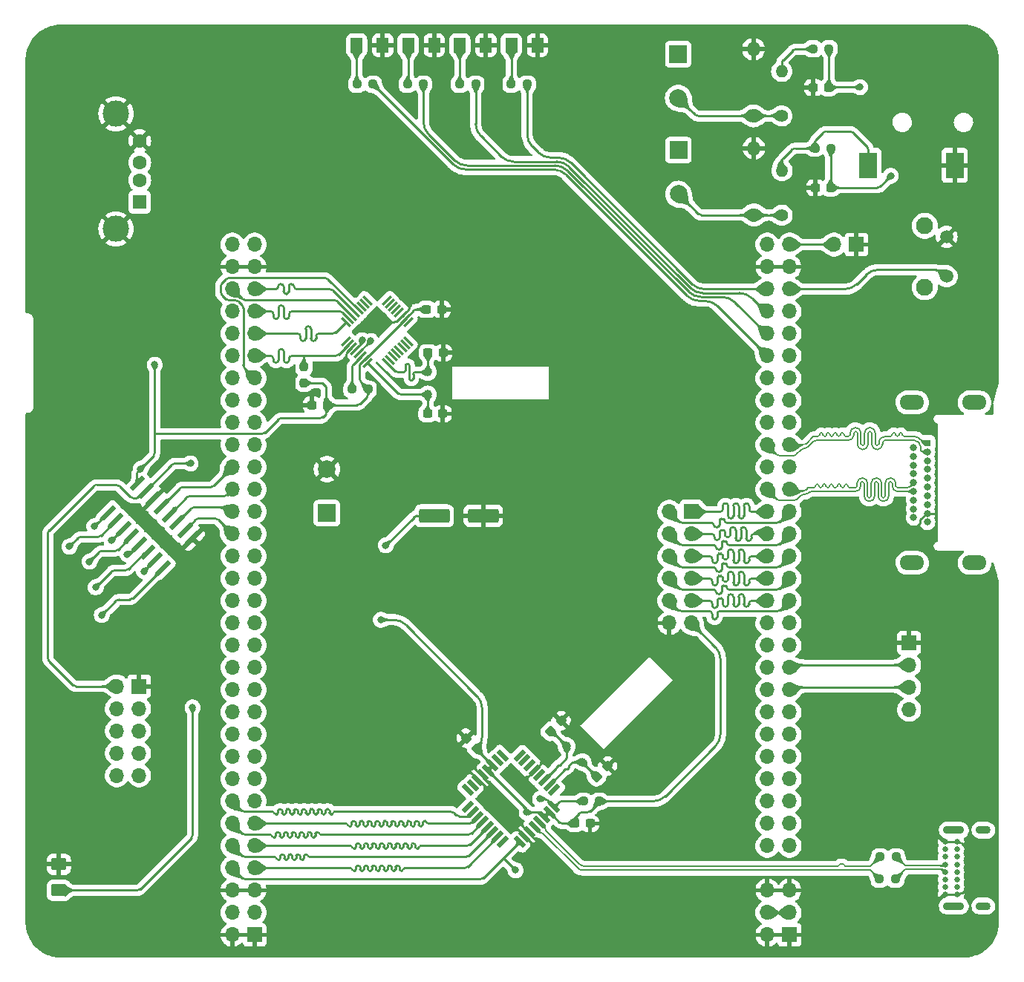
<source format=gbr>
%TF.GenerationSoftware,KiCad,Pcbnew,7.0.2-6a45011f42~172~ubuntu22.10.1*%
%TF.CreationDate,2023-07-08T15:45:41-07:00*%
%TF.ProjectId,expansionboardA,65787061-6e73-4696-9f6e-626f61726441,3*%
%TF.SameCoordinates,Original*%
%TF.FileFunction,Copper,L1,Top*%
%TF.FilePolarity,Positive*%
%FSLAX46Y46*%
G04 Gerber Fmt 4.6, Leading zero omitted, Abs format (unit mm)*
G04 Created by KiCad (PCBNEW 7.0.2-6a45011f42~172~ubuntu22.10.1) date 2023-07-08 15:45:41*
%MOMM*%
%LPD*%
G01*
G04 APERTURE LIST*
G04 Aperture macros list*
%AMRoundRect*
0 Rectangle with rounded corners*
0 $1 Rounding radius*
0 $2 $3 $4 $5 $6 $7 $8 $9 X,Y pos of 4 corners*
0 Add a 4 corners polygon primitive as box body*
4,1,4,$2,$3,$4,$5,$6,$7,$8,$9,$2,$3,0*
0 Add four circle primitives for the rounded corners*
1,1,$1+$1,$2,$3*
1,1,$1+$1,$4,$5*
1,1,$1+$1,$6,$7*
1,1,$1+$1,$8,$9*
0 Add four rect primitives between the rounded corners*
20,1,$1+$1,$2,$3,$4,$5,0*
20,1,$1+$1,$4,$5,$6,$7,0*
20,1,$1+$1,$6,$7,$8,$9,0*
20,1,$1+$1,$8,$9,$2,$3,0*%
%AMRotRect*
0 Rectangle, with rotation*
0 The origin of the aperture is its center*
0 $1 length*
0 $2 width*
0 $3 Rotation angle, in degrees counterclockwise*
0 Add horizontal line*
21,1,$1,$2,0,0,$3*%
G04 Aperture macros list end*
%TA.AperFunction,SMDPad,CuDef*%
%ADD10R,2.000000X3.000000*%
%TD*%
%TA.AperFunction,ComponentPad*%
%ADD11C,1.498000*%
%TD*%
%TA.AperFunction,ComponentPad*%
%ADD12C,1.950000*%
%TD*%
%TA.AperFunction,SMDPad,CuDef*%
%ADD13RotRect,0.270000X1.355601X315.000000*%
%TD*%
%TA.AperFunction,SMDPad,CuDef*%
%ADD14RotRect,0.270000X1.355601X225.000000*%
%TD*%
%TA.AperFunction,SMDPad,CuDef*%
%ADD15RoundRect,0.237500X0.300000X0.237500X-0.300000X0.237500X-0.300000X-0.237500X0.300000X-0.237500X0*%
%TD*%
%TA.AperFunction,SMDPad,CuDef*%
%ADD16RoundRect,0.237500X0.250000X0.237500X-0.250000X0.237500X-0.250000X-0.237500X0.250000X-0.237500X0*%
%TD*%
%TA.AperFunction,SMDPad,CuDef*%
%ADD17RoundRect,0.237500X-0.380070X0.044194X0.044194X-0.380070X0.380070X-0.044194X-0.044194X0.380070X0*%
%TD*%
%TA.AperFunction,SMDPad,CuDef*%
%ADD18RoundRect,0.237500X0.044194X0.380070X-0.380070X-0.044194X-0.044194X-0.380070X0.380070X0.044194X0*%
%TD*%
%TA.AperFunction,SMDPad,CuDef*%
%ADD19RoundRect,0.237500X-0.250000X-0.237500X0.250000X-0.237500X0.250000X0.237500X-0.250000X0.237500X0*%
%TD*%
%TA.AperFunction,ComponentPad*%
%ADD20C,1.600000*%
%TD*%
%TA.AperFunction,ComponentPad*%
%ADD21O,1.600000X1.600000*%
%TD*%
%TA.AperFunction,ComponentPad*%
%ADD22C,1.000000*%
%TD*%
%TA.AperFunction,SMDPad,CuDef*%
%ADD23RoundRect,0.250000X-1.500000X-0.550000X1.500000X-0.550000X1.500000X0.550000X-1.500000X0.550000X0*%
%TD*%
%TA.AperFunction,ComponentPad*%
%ADD24R,1.700000X1.700000*%
%TD*%
%TA.AperFunction,ComponentPad*%
%ADD25O,1.700000X1.700000*%
%TD*%
%TA.AperFunction,ComponentPad*%
%ADD26R,2.000000X2.000000*%
%TD*%
%TA.AperFunction,ComponentPad*%
%ADD27C,2.000000*%
%TD*%
%TA.AperFunction,SMDPad,CuDef*%
%ADD28RoundRect,0.250001X0.462499X0.624999X-0.462499X0.624999X-0.462499X-0.624999X0.462499X-0.624999X0*%
%TD*%
%TA.AperFunction,ComponentPad*%
%ADD29C,1.400000*%
%TD*%
%TA.AperFunction,ComponentPad*%
%ADD30O,1.400000X1.400000*%
%TD*%
%TA.AperFunction,SMDPad,CuDef*%
%ADD31RoundRect,0.237500X-0.300000X-0.237500X0.300000X-0.237500X0.300000X0.237500X-0.300000X0.237500X0*%
%TD*%
%TA.AperFunction,SMDPad,CuDef*%
%ADD32RoundRect,0.237500X0.237500X-0.250000X0.237500X0.250000X-0.237500X0.250000X-0.237500X-0.250000X0*%
%TD*%
%TA.AperFunction,SMDPad,CuDef*%
%ADD33RoundRect,0.250001X-0.624999X0.462499X-0.624999X-0.462499X0.624999X-0.462499X0.624999X0.462499X0*%
%TD*%
%TA.AperFunction,SMDPad,CuDef*%
%ADD34RoundRect,0.038500X-0.332340X-0.666802X0.666802X0.332340X0.332340X0.666802X-0.666802X-0.332340X0*%
%TD*%
%TA.AperFunction,SMDPad,CuDef*%
%ADD35RoundRect,0.038500X-0.666802X0.332340X0.332340X-0.666802X0.666802X-0.332340X-0.332340X0.666802X0*%
%TD*%
%TA.AperFunction,SMDPad,CuDef*%
%ADD36RotRect,1.981200X0.558800X45.000000*%
%TD*%
%TA.AperFunction,ComponentPad*%
%ADD37O,2.400000X0.900000*%
%TD*%
%TA.AperFunction,ComponentPad*%
%ADD38O,1.700000X0.900000*%
%TD*%
%TA.AperFunction,ComponentPad*%
%ADD39C,0.650000*%
%TD*%
%TA.AperFunction,ComponentPad*%
%ADD40O,2.800000X1.700000*%
%TD*%
%TA.AperFunction,ComponentPad*%
%ADD41C,0.800000*%
%TD*%
%TA.AperFunction,ComponentPad*%
%ADD42R,0.800000X0.800000*%
%TD*%
%TA.AperFunction,ComponentPad*%
%ADD43R,1.500000X1.600000*%
%TD*%
%TA.AperFunction,ComponentPad*%
%ADD44C,3.000000*%
%TD*%
%TA.AperFunction,ViaPad*%
%ADD45C,0.800000*%
%TD*%
%TA.AperFunction,Conductor*%
%ADD46C,0.250000*%
%TD*%
%TA.AperFunction,Conductor*%
%ADD47C,0.150000*%
%TD*%
%TA.AperFunction,Conductor*%
%ADD48C,0.200000*%
%TD*%
G04 APERTURE END LIST*
D10*
%TO.P,LSRIGHT1,N*%
%TO.N,GND*%
X128038800Y-34155800D03*
%TO.P,LSRIGHT1,P*%
%TO.N,RIGHTOUT*%
X118188800Y-34155800D03*
%TD*%
D11*
%TO.P,RESETN1,1*%
%TO.N,GND*%
X127127000Y-42291000D03*
%TO.P,RESETN1,2*%
%TO.N,RSTN*%
X127127000Y-46791000D03*
D12*
%TO.P,RESETN1,S1,SHIELD*%
%TO.N,unconnected-(RESETN1-SHIELD-PadS1)*%
X124637000Y-41036000D03*
%TO.P,RESETN1,S2,SHIELD__1*%
%TO.N,unconnected-(RESETN1-SHIELD__1-PadS2)*%
X124637000Y-48046000D03*
%TD*%
D13*
%TO.P,U7,1,GPIN7*%
%TO.N,unconnected-(U7-GPIN7-Pad1)*%
X65746272Y-52030272D03*
%TO.P,U7,2,VL*%
%TO.N,REG3V3*%
X65392720Y-51676719D03*
%TO.P,U7,3,GND*%
%TO.N,GND*%
X65039167Y-51323166D03*
%TO.P,U7,4,GPOUT0*%
%TO.N,unconnected-(U7-GPOUT0-Pad4)*%
X64685613Y-50969612D03*
%TO.P,U7,5,GPOUT1*%
%TO.N,unconnected-(U7-GPOUT1-Pad5)*%
X64332060Y-50616059D03*
%TO.P,U7,6,GPOUT2*%
%TO.N,unconnected-(U7-GPOUT2-Pad6)*%
X63978506Y-50262505D03*
%TO.P,U7,7,GPOUT3*%
%TO.N,unconnected-(U7-GPOUT3-Pad7)*%
X63624953Y-49908952D03*
%TO.P,U7,8,GPOUT4*%
%TO.N,unconnected-(U7-GPOUT4-Pad8)*%
X63271400Y-49555400D03*
D14*
%TO.P,U7,9,GPOUT5*%
%TO.N,unconnected-(U7-GPOUT5-Pad9)*%
X61110762Y-49555400D03*
%TO.P,U7,10,GPOUT6*%
%TO.N,unconnected-(U7-GPOUT6-Pad10)*%
X60757209Y-49908952D03*
%TO.P,U7,11,GPOUT7*%
%TO.N,unconnected-(U7-GPOUT7-Pad11)*%
X60403656Y-50262505D03*
%TO.P,U7,12,\u002ARES*%
%TO.N,USBHRES*%
X60050102Y-50616059D03*
%TO.P,U7,13,SCLK*%
%TO.N,USBHSCLK*%
X59696549Y-50969612D03*
%TO.P,U7,14,\u002ASS*%
%TO.N,USBHCSN*%
X59342995Y-51323166D03*
%TO.P,U7,15,MISO*%
%TO.N,USBHMISO*%
X58989442Y-51676719D03*
%TO.P,U7,16,MOSI*%
%TO.N,USBHMOSI*%
X58635890Y-52030272D03*
D13*
%TO.P,U7,17,GPX*%
%TO.N,USBHGPX*%
X58635890Y-54190910D03*
%TO.P,U7,18,INT*%
%TO.N,USBHINT*%
X58989442Y-54544463D03*
%TO.P,U7,19,GND*%
%TO.N,GND*%
X59342995Y-54898016D03*
%TO.P,U7,20,D-*%
%TO.N,USBD1_N*%
X59696549Y-55251570D03*
%TO.P,U7,21,D+*%
%TO.N,USBD1_P*%
X60050102Y-55605123D03*
%TO.P,U7,22,VBCOMP*%
%TO.N,GPIH*%
X60403656Y-55958677D03*
%TO.P,U7,23,VCC*%
%TO.N,REG3V3*%
X60757209Y-56312230D03*
%TO.P,U7,24,XI*%
%TO.N,Net-(U7-XI)*%
X61110762Y-56665782D03*
D14*
%TO.P,U7,25,XO*%
%TO.N,Net-(U7-XO)*%
X63271400Y-56665782D03*
%TO.P,U7,26,GPIN0*%
%TO.N,unconnected-(U7-GPIN0-Pad26)*%
X63624953Y-56312230D03*
%TO.P,U7,27,GPIN1*%
%TO.N,unconnected-(U7-GPIN1-Pad27)*%
X63978506Y-55958677D03*
%TO.P,U7,28,GPIN2*%
%TO.N,unconnected-(U7-GPIN2-Pad28)*%
X64332060Y-55605123D03*
%TO.P,U7,29,GPIN3*%
%TO.N,unconnected-(U7-GPIN3-Pad29)*%
X64685613Y-55251570D03*
%TO.P,U7,30,GPIN4*%
%TO.N,unconnected-(U7-GPIN4-Pad30)*%
X65039167Y-54898016D03*
%TO.P,U7,31,GPIN5*%
%TO.N,unconnected-(U7-GPIN5-Pad31)*%
X65392720Y-54544463D03*
%TO.P,U7,32,GPIN6*%
%TO.N,unconnected-(U7-GPIN6-Pad32)*%
X65746272Y-54190910D03*
%TD*%
D15*
%TO.P,C15,1*%
%TO.N,GND*%
X69671100Y-62484000D03*
%TO.P,C15,2*%
%TO.N,Net-(U7-XI)*%
X67946100Y-62484000D03*
%TD*%
D16*
%TO.P,R10,1*%
%TO.N,Net-(P1-D+)*%
X121359300Y-113030000D03*
%TO.P,R10,2*%
%TO.N,USBD_P*%
X119534300Y-113030000D03*
%TD*%
D17*
%TO.P,C2,1*%
%TO.N,GND*%
X72338920Y-99503422D03*
%TO.P,C2,2*%
%TO.N,REG3V3*%
X73558680Y-100723182D03*
%TD*%
D15*
%TO.P,C16,1*%
%TO.N,GND*%
X69721900Y-55524400D03*
%TO.P,C16,2*%
%TO.N,Net-(U7-XO)*%
X67996900Y-55524400D03*
%TD*%
D18*
%TO.P,C4,1*%
%TO.N,GND*%
X83159880Y-97488884D03*
%TO.P,C4,2*%
%TO.N,Net-(U1-XO)*%
X81940120Y-98708644D03*
%TD*%
D19*
%TO.P,R18,1*%
%TO.N,GPIH*%
X59336300Y-59690000D03*
%TO.P,R18,2*%
%TO.N,REG3V3*%
X61161300Y-59690000D03*
%TD*%
D20*
%TO.P,R14,1*%
%TO.N,Net-(C14-Pad2)*%
X105105200Y-28498800D03*
D21*
%TO.P,R14,2*%
%TO.N,GND*%
X105105200Y-20878800D03*
%TD*%
D22*
%TO.P,Y1,1,1*%
%TO.N,Net-(U1-XI)*%
X85608971Y-102212210D03*
%TO.P,Y1,2,2*%
%TO.N,Net-(U1-XO)*%
X83812920Y-100416159D03*
%TD*%
D23*
%TO.P,C12,1*%
%TO.N,Net-(U6-FILT+)*%
X68701000Y-74123200D03*
%TO.P,C12,2*%
%TO.N,GND*%
X74301000Y-74123200D03*
%TD*%
D15*
%TO.P,C9,1*%
%TO.N,Net-(AU1-Pad2)*%
X113893600Y-36703000D03*
%TO.P,C9,2*%
%TO.N,GND*%
X112168600Y-36703000D03*
%TD*%
D24*
%TO.P,J6,1,Pin_1*%
%TO.N,EX11*%
X98044000Y-73660000D03*
D25*
%TO.P,J6,2,Pin_2*%
%TO.N,EX10*%
X95504000Y-73660000D03*
%TO.P,J6,3,Pin_3*%
%TO.N,EX13*%
X98044000Y-76200000D03*
%TO.P,J6,4,Pin_4*%
%TO.N,EX12*%
X95504000Y-76200000D03*
%TO.P,J6,5,Pin_5*%
%TO.N,EX15*%
X98044000Y-78740000D03*
%TO.P,J6,6,Pin_6*%
%TO.N,EX14*%
X95504000Y-78740000D03*
%TO.P,J6,7,Pin_7*%
%TO.N,EX17*%
X98044000Y-81280000D03*
%TO.P,J6,8,Pin_8*%
%TO.N,EX16*%
X95504000Y-81280000D03*
%TO.P,J6,9,Pin_9*%
%TO.N,EX19*%
X98044000Y-83820000D03*
%TO.P,J6,10,Pin_10*%
%TO.N,EX18*%
X95504000Y-83820000D03*
%TO.P,J6,11,Pin_11*%
%TO.N,REG3V3*%
X98044000Y-86360000D03*
%TO.P,J6,12,Pin_12*%
%TO.N,GND*%
X95504000Y-86360000D03*
%TD*%
D26*
%TO.P,C11,1*%
%TO.N,Net-(U6-VQ)*%
X56464200Y-73812400D03*
D27*
%TO.P,C11,2*%
%TO.N,GND*%
X56464200Y-68812400D03*
%TD*%
D16*
%TO.P,R2,1*%
%TO.N,REG3V3*%
X87526500Y-106680000D03*
%TO.P,R2,2*%
%TO.N,GPI*%
X85701500Y-106680000D03*
%TD*%
D24*
%TO.P,ADC1,1,Pin_1*%
%TO.N,GND*%
X35052000Y-93566000D03*
D25*
%TO.P,ADC1,2,Pin_2*%
%TO.N,5V*%
X32512000Y-93566000D03*
%TO.P,ADC1,3,Pin_3*%
%TO.N,ADCH6*%
X35052000Y-96106000D03*
%TO.P,ADC1,4,Pin_4*%
%TO.N,ADCH7*%
X32512000Y-96106000D03*
%TO.P,ADC1,5,Pin_5*%
%TO.N,ADCH4*%
X35052000Y-98646000D03*
%TO.P,ADC1,6,Pin_6*%
%TO.N,ADCH5*%
X32512000Y-98646000D03*
%TO.P,ADC1,7,Pin_7*%
%TO.N,ADCH2*%
X35052000Y-101186000D03*
%TO.P,ADC1,8,Pin_8*%
%TO.N,ADCH3*%
X32512000Y-101186000D03*
%TO.P,ADC1,9,Pin_9*%
%TO.N,ADCH0*%
X35052000Y-103726000D03*
%TO.P,ADC1,10,Pin_10*%
%TO.N,ADCH1*%
X32512000Y-103726000D03*
%TD*%
D16*
%TO.P,R6,1*%
%TO.N,LED3*%
X61722000Y-24892000D03*
%TO.P,R6,2*%
%TO.N,Net-(D5-A)*%
X59897000Y-24892000D03*
%TD*%
%TO.P,R9,1*%
%TO.N,Net-(P1-D-)*%
X121296300Y-115570000D03*
%TO.P,R9,2*%
%TO.N,USBD_N*%
X119471300Y-115570000D03*
%TD*%
D28*
%TO.P,D4,1,K*%
%TO.N,GND*%
X68707000Y-20447000D03*
%TO.P,D4,2,A*%
%TO.N,Net-(D4-A)*%
X65732000Y-20447000D03*
%TD*%
D29*
%TO.P,R13,1*%
%TO.N,Net-(C14-Pad2)*%
X108331000Y-28498800D03*
D30*
%TO.P,R13,2*%
%TO.N,LEFTOUT*%
X108331000Y-23418800D03*
%TD*%
D29*
%TO.P,R12,1*%
%TO.N,Net-(C13-Pad2)*%
X108356400Y-39827200D03*
D30*
%TO.P,R12,2*%
%TO.N,RIGHTOUT*%
X108356400Y-34747200D03*
%TD*%
D26*
%TO.P,C14,1*%
%TO.N,/AL*%
X96520000Y-21466800D03*
D27*
%TO.P,C14,2*%
%TO.N,Net-(C14-Pad2)*%
X96520000Y-26466800D03*
%TD*%
D16*
%TO.P,R4,1*%
%TO.N,LED1*%
X73429500Y-24892000D03*
%TO.P,R4,2*%
%TO.N,Net-(D3-A)*%
X71604500Y-24892000D03*
%TD*%
D26*
%TO.P,C13,1*%
%TO.N,/AR*%
X96545400Y-32410400D03*
D27*
%TO.P,C13,2*%
%TO.N,Net-(C13-Pad2)*%
X96545400Y-37410400D03*
%TD*%
D28*
%TO.P,D5,1,K*%
%TO.N,GND*%
X62822667Y-20447000D03*
%TO.P,D5,2,A*%
%TO.N,Net-(D5-A)*%
X59847667Y-20447000D03*
%TD*%
D16*
%TO.P,R3,1*%
%TO.N,LED0*%
X79295000Y-24892000D03*
%TO.P,R3,2*%
%TO.N,Net-(D2-A)*%
X77470000Y-24892000D03*
%TD*%
%TO.P,R5,1*%
%TO.N,LED2*%
X67460500Y-24892000D03*
%TO.P,R5,2*%
%TO.N,Net-(D4-A)*%
X65635500Y-24892000D03*
%TD*%
D28*
%TO.P,D2,1,K*%
%TO.N,GND*%
X80475667Y-20447000D03*
%TO.P,D2,2,A*%
%TO.N,Net-(D2-A)*%
X77500667Y-20447000D03*
%TD*%
D31*
%TO.P,C8,1*%
%TO.N,GND*%
X111938100Y-25273000D03*
%TO.P,C8,2*%
%TO.N,Net-(AU1-Pad3)*%
X113663100Y-25273000D03*
%TD*%
D18*
%TO.P,C3,1*%
%TO.N,GND*%
X88454051Y-102670764D03*
%TO.P,C3,2*%
%TO.N,Net-(U1-XI)*%
X87234291Y-103890524D03*
%TD*%
D32*
%TO.P,R15,1*%
%TO.N,REG3V3*%
X53848000Y-58975000D03*
%TO.P,R15,2*%
%TO.N,USBHINT*%
X53848000Y-57150000D03*
%TD*%
D19*
%TO.P,R7,1*%
%TO.N,LEFTOUT*%
X111888900Y-20853400D03*
%TO.P,R7,2*%
%TO.N,Net-(AU1-Pad3)*%
X113713900Y-20853400D03*
%TD*%
D33*
%TO.P,D1,1,K*%
%TO.N,GND*%
X25908000Y-113865000D03*
%TO.P,D1,2,A*%
%TO.N,Net-(D1-A)*%
X25908000Y-116840000D03*
%TD*%
D15*
%TO.P,C18,1*%
%TO.N,GND*%
X69545200Y-50571400D03*
%TO.P,C18,2*%
%TO.N,REG3V3*%
X67820200Y-50571400D03*
%TD*%
%TO.P,C1,1*%
%TO.N,GND*%
X86460500Y-109220000D03*
%TO.P,C1,2*%
%TO.N,REG3V3*%
X84735500Y-109220000D03*
%TD*%
D20*
%TO.P,R11,1*%
%TO.N,Net-(C13-Pad2)*%
X105156000Y-39801800D03*
D21*
%TO.P,R11,2*%
%TO.N,GND*%
X105156000Y-32181800D03*
%TD*%
D24*
%TO.P,J4,1,Pin_1*%
%TO.N,GND*%
X116845000Y-43180000D03*
D25*
%TO.P,J4,2,Pin_2*%
%TO.N,5V*%
X114305000Y-43180000D03*
%TD*%
D34*
%TO.P,U1,32,GPIN3*%
%TO.N,unconnected-(U1-GPIN3-Pad32)*%
X78428314Y-101452617D03*
%TO.P,U1,31,GPIN2*%
%TO.N,unconnected-(U1-GPIN2-Pad31)*%
X78994000Y-102018302D03*
%TO.P,U1,30,GPIN1*%
%TO.N,unconnected-(U1-GPIN1-Pad30)*%
X79559685Y-102583988D03*
%TO.P,U1,29,GPIN0*%
%TO.N,GND*%
X80125371Y-103149673D03*
%TO.P,U1,28*%
%TO.N,N/C*%
X80691056Y-103715358D03*
%TO.P,U1,27,XO*%
%TO.N,Net-(U1-XO)*%
X81256741Y-104281044D03*
%TO.P,U1,26,XI*%
%TO.N,Net-(U1-XI)*%
X81822427Y-104846729D03*
%TO.P,U1,25*%
%TO.N,N/C*%
X82388112Y-105412415D03*
D35*
%TO.P,U1,24,VBCOMP*%
%TO.N,GPI*%
X82388112Y-107349887D03*
%TO.P,U1,23,VCC*%
%TO.N,REG3V3*%
X81822427Y-107915573D03*
%TO.P,U1,22,VCC*%
X81256741Y-108481258D03*
%TO.P,U1,21,D+*%
%TO.N,USBD_P*%
X80691056Y-109046944D03*
%TO.P,U1,20,D-*%
%TO.N,USBD_N*%
X80125371Y-109612629D03*
%TO.P,U1,19,GND*%
%TO.N,GND*%
X79559685Y-110178314D03*
%TO.P,U1,18,GND*%
X78994000Y-110744000D03*
%TO.P,U1,17,INT*%
%TO.N,INT*%
X78428314Y-111309685D03*
D34*
%TO.P,U1,16*%
%TO.N,N/C*%
X76490842Y-111309685D03*
%TO.P,U1,15,GPX*%
%TO.N,USBGPX*%
X75925156Y-110744000D03*
%TO.P,U1,14,MOSI*%
%TO.N,USBMOSI*%
X75359471Y-110178314D03*
%TO.P,U1,13,MISO*%
%TO.N,USBMISO*%
X74793785Y-109612629D03*
%TO.P,U1,12,~{SS}*%
%TO.N,USBSS*%
X74228100Y-109046944D03*
%TO.P,U1,11,SCLK*%
%TO.N,USBSCLK*%
X73662415Y-108481258D03*
%TO.P,U1,10,~{RES}*%
%TO.N,USBRES*%
X73096729Y-107915573D03*
%TO.P,U1,9*%
%TO.N,N/C*%
X72531044Y-107349887D03*
D35*
%TO.P,U1,8,GPOUT3*%
%TO.N,unconnected-(U1-GPOUT3-Pad8)*%
X72531044Y-105412415D03*
%TO.P,U1,7,GPOUT2*%
%TO.N,unconnected-(U1-GPOUT2-Pad7)*%
X73096729Y-104846729D03*
%TO.P,U1,6,GND*%
%TO.N,GND*%
X73662415Y-104281044D03*
%TO.P,U1,5,GND*%
X74228100Y-103715358D03*
%TO.P,U1,4,VL*%
%TO.N,REG3V3*%
X74793785Y-103149673D03*
%TO.P,U1,3,VL*%
X75359471Y-102583988D03*
%TO.P,U1,2,GPOUT1*%
%TO.N,unconnected-(U1-GPOUT1-Pad2)*%
X75925156Y-102018302D03*
%TO.P,U1,1,GPOUT0*%
%TO.N,unconnected-(U1-GPOUT0-Pad1)*%
X76490842Y-101452617D03*
%TD*%
D28*
%TO.P,D3,1,K*%
%TO.N,GND*%
X74591333Y-20447000D03*
%TO.P,D3,2,A*%
%TO.N,Net-(D3-A)*%
X71616333Y-20447000D03*
%TD*%
D36*
%TO.P,U5,1,CH0*%
%TO.N,ADCH0*%
X31521166Y-73762476D03*
%TO.P,U5,2,CH1*%
%TO.N,ADCH1*%
X32419191Y-74660502D03*
%TO.P,U5,3,CH2*%
%TO.N,ADCH2*%
X33317217Y-75558527D03*
%TO.P,U5,4,CH3*%
%TO.N,ADCH3*%
X34215243Y-76456553D03*
%TO.P,U5,5,CH4*%
%TO.N,ADCH4*%
X35113268Y-77354578D03*
%TO.P,U5,6,CH5*%
%TO.N,ADCH5*%
X36011294Y-78252604D03*
%TO.P,U5,7,CH6*%
%TO.N,ADCH6*%
X36909319Y-79150630D03*
%TO.P,U5,8,CH7*%
%TO.N,ADCH7*%
X37807345Y-80048655D03*
%TO.P,U5,9,DGND*%
%TO.N,GND*%
X41148000Y-76708000D03*
%TO.P,U5,10,\u002ACS/SHDN*%
%TO.N,ADCS*%
X40249975Y-75809974D03*
%TO.P,U5,11,DIN*%
%TO.N,ADDIN*%
X39351949Y-74911949D03*
%TO.P,U5,12,DOUT*%
%TO.N,ADDOUT*%
X38453923Y-74013923D03*
%TO.P,U5,13,CLK*%
%TO.N,ADCLK*%
X37555898Y-73115898D03*
%TO.P,U5,14,AGND*%
%TO.N,GND*%
X36657872Y-72217872D03*
%TO.P,U5,15,VREF*%
%TO.N,5V*%
X35759847Y-71319846D03*
%TO.P,U5,16,VDD*%
%TO.N,REG3V3*%
X34861821Y-70421821D03*
%TD*%
D22*
%TO.P,Y2,1,1*%
%TO.N,Net-(U7-XI)*%
X67976800Y-60278800D03*
%TO.P,Y2,2,2*%
%TO.N,Net-(U7-XO)*%
X67976800Y-57738800D03*
%TD*%
D19*
%TO.P,R8,1*%
%TO.N,RIGHTOUT*%
X112119400Y-32181800D03*
%TO.P,R8,2*%
%TO.N,Net-(AU1-Pad2)*%
X113944400Y-32181800D03*
%TD*%
D31*
%TO.P,C17,1*%
%TO.N,GND*%
X54763500Y-61493400D03*
%TO.P,C17,2*%
%TO.N,REG3V3*%
X56488500Y-61493400D03*
%TD*%
D24*
%TO.P,U2,1,Pin_1*%
%TO.N,GND*%
X48220000Y-121920000D03*
D25*
%TO.P,U2,2,Pin_2*%
X45680000Y-121920000D03*
%TO.P,U2,3,Pin_3*%
%TO.N,3V3*%
X48220000Y-119380000D03*
%TO.P,U2,4,Pin_4*%
X45680000Y-119380000D03*
%TO.P,U2,5,Pin_5*%
%TO.N,GND*%
X48220000Y-116840000D03*
%TO.P,U2,6,Pin_6*%
X45680000Y-116840000D03*
%TO.P,U2,7,Pin_7*%
%TO.N,USBGPX*%
X48220000Y-114300000D03*
%TO.P,U2,8,Pin_8*%
%TO.N,INT*%
X45680000Y-114300000D03*
%TO.P,U2,9,Pin_9*%
%TO.N,USBMISO*%
X48220000Y-111760000D03*
%TO.P,U2,10,Pin_10*%
%TO.N,USBMOSI*%
X45680000Y-111760000D03*
%TO.P,U2,11,Pin_11*%
%TO.N,USBSCLK*%
X48220000Y-109220000D03*
%TO.P,U2,12,Pin_12*%
%TO.N,USBSS*%
X45680000Y-109220000D03*
%TO.P,U2,13,Pin_13*%
%TO.N,GPI*%
X48220000Y-106680000D03*
%TO.P,U2,14,Pin_14*%
%TO.N,USBRES*%
X45680000Y-106680000D03*
%TO.P,U2,15,Pin_15*%
%TO.N,unconnected-(U2-Pin_15-Pad15)*%
X48220000Y-104140000D03*
%TO.P,U2,16,Pin_16*%
%TO.N,unconnected-(U2-Pin_16-Pad16)*%
X45680000Y-104140000D03*
%TO.P,U2,17,Pin_17*%
%TO.N,unconnected-(U2-Pin_17-Pad17)*%
X48220000Y-101600000D03*
%TO.P,U2,18,Pin_18*%
%TO.N,unconnected-(U2-Pin_18-Pad18)*%
X45680000Y-101600000D03*
%TO.P,U2,19,Pin_19*%
%TO.N,unconnected-(U2-Pin_19-Pad19)*%
X48220000Y-99060000D03*
%TO.P,U2,20,Pin_20*%
%TO.N,unconnected-(U2-Pin_20-Pad20)*%
X45680000Y-99060000D03*
%TO.P,U2,21,Pin_21*%
%TO.N,unconnected-(U2-Pin_21-Pad21)*%
X48220000Y-96520000D03*
%TO.P,U2,22,Pin_22*%
%TO.N,unconnected-(U2-Pin_22-Pad22)*%
X45680000Y-96520000D03*
%TO.P,U2,23,Pin_23*%
%TO.N,unconnected-(U2-Pin_23-Pad23)*%
X48220000Y-93980000D03*
%TO.P,U2,24,Pin_24*%
%TO.N,unconnected-(U2-Pin_24-Pad24)*%
X45680000Y-93980000D03*
%TO.P,U2,25,Pin_25*%
%TO.N,unconnected-(U2-Pin_25-Pad25)*%
X48220000Y-91440000D03*
%TO.P,U2,26,Pin_26*%
%TO.N,unconnected-(U2-Pin_26-Pad26)*%
X45680000Y-91440000D03*
%TO.P,U2,27,Pin_27*%
%TO.N,unconnected-(U2-Pin_27-Pad27)*%
X48220000Y-88900000D03*
%TO.P,U2,28,Pin_28*%
%TO.N,unconnected-(U2-Pin_28-Pad28)*%
X45680000Y-88900000D03*
%TO.P,U2,29,Pin_29*%
%TO.N,AU_SDIN*%
X48220000Y-86360000D03*
%TO.P,U2,30,Pin_30*%
%TO.N,unconnected-(U2-Pin_30-Pad30)*%
X45680000Y-86360000D03*
%TO.P,U2,31,Pin_31*%
%TO.N,AU_SCLK*%
X48220000Y-83820000D03*
%TO.P,U2,32,Pin_32*%
%TO.N,unconnected-(U2-Pin_32-Pad32)*%
X45680000Y-83820000D03*
%TO.P,U2,33,Pin_33*%
%TO.N,AU_LRCLK*%
X48220000Y-81280000D03*
%TO.P,U2,34,Pin_34*%
%TO.N,unconnected-(U2-Pin_34-Pad34)*%
X45680000Y-81280000D03*
%TO.P,U2,35,Pin_35*%
%TO.N,AU_MCLK*%
X48220000Y-78740000D03*
%TO.P,U2,36,Pin_36*%
%TO.N,unconnected-(U2-Pin_36-Pad36)*%
X45680000Y-78740000D03*
%TO.P,U2,37,Pin_37*%
%TO.N,unconnected-(U2-Pin_37-Pad37)*%
X48220000Y-76200000D03*
%TO.P,U2,38,Pin_38*%
%TO.N,ADCS*%
X45680000Y-76200000D03*
%TO.P,U2,39,Pin_39*%
%TO.N,unconnected-(U2-Pin_39-Pad39)*%
X48220000Y-73660000D03*
%TO.P,U2,40,Pin_40*%
%TO.N,ADDIN*%
X45680000Y-73660000D03*
%TO.P,U2,41,Pin_41*%
%TO.N,unconnected-(U2-Pin_41-Pad41)*%
X48220000Y-71120000D03*
%TO.P,U2,42,Pin_42*%
%TO.N,ADDOUT*%
X45680000Y-71120000D03*
%TO.P,U2,43,Pin_43*%
%TO.N,unconnected-(U2-Pin_43-Pad43)*%
X48220000Y-68580000D03*
%TO.P,U2,44,Pin_44*%
%TO.N,ADCLK*%
X45680000Y-68580000D03*
%TO.P,U2,45,Pin_45*%
%TO.N,unconnected-(U2-Pin_45-Pad45)*%
X48220000Y-66040000D03*
%TO.P,U2,46,Pin_46*%
%TO.N,SDSWTCH*%
X45680000Y-66040000D03*
%TO.P,U2,47,Pin_47*%
%TO.N,unconnected-(U2-Pin_47-Pad47)*%
X48220000Y-63500000D03*
%TO.P,U2,48,Pin_48*%
%TO.N,SDDAT1*%
X45680000Y-63500000D03*
%TO.P,U2,49,Pin_49*%
%TO.N,unconnected-(U2-Pin_49-Pad49)*%
X48220000Y-60960000D03*
%TO.P,U2,50,Pin_50*%
%TO.N,SDDAT0*%
X45680000Y-60960000D03*
%TO.P,U2,51,Pin_51*%
%TO.N,USBHRES*%
X48220000Y-58420000D03*
%TO.P,U2,52,Pin_52*%
%TO.N,SDCLK*%
X45680000Y-58420000D03*
%TO.P,U2,53,Pin_53*%
%TO.N,USBHINT*%
X48220000Y-55880000D03*
%TO.P,U2,54,Pin_54*%
%TO.N,SDCMD*%
X45680000Y-55880000D03*
%TO.P,U2,55,Pin_55*%
%TO.N,USBHMOSI*%
X48220000Y-53340000D03*
%TO.P,U2,56,Pin_56*%
%TO.N,SDDAT3*%
X45680000Y-53340000D03*
%TO.P,U2,57,Pin_57*%
%TO.N,USBHMISO*%
X48220000Y-50800000D03*
%TO.P,U2,58,Pin_58*%
%TO.N,SDDAT2*%
X45680000Y-50800000D03*
%TO.P,U2,59,Pin_59*%
%TO.N,USBHSCLK*%
X48220000Y-48260000D03*
%TO.P,U2,60,Pin_60*%
%TO.N,USBHCSN*%
X45680000Y-48260000D03*
%TO.P,U2,61,Pin_61*%
%TO.N,GND*%
X48220000Y-45720000D03*
%TO.P,U2,62,Pin_62*%
X45680000Y-45720000D03*
%TO.P,U2,63,Pin_63*%
%TO.N,5V*%
X48220000Y-43180000D03*
%TO.P,U2,64,Pin_64*%
X45680000Y-43180000D03*
%TD*%
%TO.P,U4,64,Pin_64*%
%TO.N,5V*%
X106680000Y-43180000D03*
%TO.P,U4,63,Pin_63*%
X109220000Y-43180000D03*
%TO.P,U4,62,Pin_62*%
%TO.N,GND*%
X106680000Y-45720000D03*
%TO.P,U4,61,Pin_61*%
X109220000Y-45720000D03*
%TO.P,U4,60,Pin_60*%
%TO.N,LED0*%
X106680000Y-48260000D03*
%TO.P,U4,59,Pin_59*%
%TO.N,RSTN*%
X109220000Y-48260000D03*
%TO.P,U4,58,Pin_58*%
%TO.N,LED1*%
X106680000Y-50800000D03*
%TO.P,U4,57,Pin_57*%
%TO.N,unconnected-(U4-Pin_57-Pad57)*%
X109220000Y-50800000D03*
%TO.P,U4,56,Pin_56*%
%TO.N,LED2*%
X106680000Y-53340000D03*
%TO.P,U4,55,Pin_55*%
%TO.N,unconnected-(U4-Pin_55-Pad55)*%
X109220000Y-53340000D03*
%TO.P,U4,54,Pin_54*%
%TO.N,LED3*%
X106680000Y-55880000D03*
%TO.P,U4,53,Pin_53*%
%TO.N,unconnected-(U4-Pin_53-Pad53)*%
X109220000Y-55880000D03*
%TO.P,U4,52,Pin_52*%
%TO.N,unconnected-(U4-Pin_52-Pad52)*%
X106680000Y-58420000D03*
%TO.P,U4,51,Pin_51*%
%TO.N,unconnected-(U4-Pin_51-Pad51)*%
X109220000Y-58420000D03*
%TO.P,U4,50,Pin_50*%
%TO.N,unconnected-(U4-Pin_50-Pad50)*%
X106680000Y-60960000D03*
%TO.P,U4,49,Pin_49*%
%TO.N,unconnected-(U4-Pin_49-Pad49)*%
X109220000Y-60960000D03*
%TO.P,U4,48,Pin_48*%
%TO.N,D0_N*%
X106680000Y-63500000D03*
%TO.P,U4,47,Pin_47*%
%TO.N,D0_P*%
X109220000Y-63500000D03*
%TO.P,U4,46,Pin_46*%
%TO.N,D2_N*%
X106680000Y-66040000D03*
%TO.P,U4,45,Pin_45*%
%TO.N,D2_P*%
X109220000Y-66040000D03*
%TO.P,U4,44,Pin_44*%
%TO.N,D1_N*%
X106680000Y-68580000D03*
%TO.P,U4,43,Pin_43*%
%TO.N,D1_P*%
X109220000Y-68580000D03*
%TO.P,U4,42,Pin_42*%
%TO.N,CK_N*%
X106680000Y-71120000D03*
%TO.P,U4,41,Pin_41*%
%TO.N,CK_P*%
X109220000Y-71120000D03*
%TO.P,U4,40,Pin_40*%
%TO.N,EX11*%
X106680000Y-73660000D03*
%TO.P,U4,39,Pin_39*%
%TO.N,EX10*%
X109220000Y-73660000D03*
%TO.P,U4,38,Pin_38*%
%TO.N,EX13*%
X106680000Y-76200000D03*
%TO.P,U4,37,Pin_37*%
%TO.N,EX12*%
X109220000Y-76200000D03*
%TO.P,U4,36,Pin_36*%
%TO.N,EX15*%
X106680000Y-78740000D03*
%TO.P,U4,35,Pin_35*%
%TO.N,EX14*%
X109220000Y-78740000D03*
%TO.P,U4,34,Pin_34*%
%TO.N,EX17*%
X106680000Y-81280000D03*
%TO.P,U4,33,Pin_33*%
%TO.N,EX16*%
X109220000Y-81280000D03*
%TO.P,U4,32,Pin_32*%
%TO.N,EX19*%
X106680000Y-83820000D03*
%TO.P,U4,31,Pin_31*%
%TO.N,EX18*%
X109220000Y-83820000D03*
%TO.P,U4,30,Pin_30*%
%TO.N,unconnected-(U4-Pin_30-Pad30)*%
X106680000Y-86360000D03*
%TO.P,U4,29,Pin_29*%
%TO.N,unconnected-(U4-Pin_29-Pad29)*%
X109220000Y-86360000D03*
%TO.P,U4,28,Pin_28*%
%TO.N,unconnected-(U4-Pin_28-Pad28)*%
X106680000Y-88900000D03*
%TO.P,U4,27,Pin_27*%
%TO.N,unconnected-(U4-Pin_27-Pad27)*%
X109220000Y-88900000D03*
%TO.P,U4,26,Pin_26*%
%TO.N,TXD2*%
X106680000Y-91440000D03*
%TO.P,U4,25,Pin_25*%
%TO.N,TXD*%
X109220000Y-91440000D03*
%TO.P,U4,24,Pin_24*%
%TO.N,RXD2*%
X106680000Y-93980000D03*
%TO.P,U4,23,Pin_23*%
%TO.N,RXD*%
X109220000Y-93980000D03*
%TO.P,U4,22,Pin_22*%
%TO.N,unconnected-(U4-Pin_22-Pad22)*%
X106680000Y-96520000D03*
%TO.P,U4,21,Pin_21*%
%TO.N,unconnected-(U4-Pin_21-Pad21)*%
X109220000Y-96520000D03*
%TO.P,U4,20,Pin_20*%
%TO.N,unconnected-(U4-Pin_20-Pad20)*%
X106680000Y-99060000D03*
%TO.P,U4,19,Pin_19*%
%TO.N,unconnected-(U4-Pin_19-Pad19)*%
X109220000Y-99060000D03*
%TO.P,U4,18,Pin_18*%
%TO.N,unconnected-(U4-Pin_18-Pad18)*%
X106680000Y-101600000D03*
%TO.P,U4,17,Pin_17*%
%TO.N,unconnected-(U4-Pin_17-Pad17)*%
X109220000Y-101600000D03*
%TO.P,U4,16,Pin_16*%
%TO.N,unconnected-(U4-Pin_16-Pad16)*%
X106680000Y-104140000D03*
%TO.P,U4,15,Pin_15*%
%TO.N,unconnected-(U4-Pin_15-Pad15)*%
X109220000Y-104140000D03*
%TO.P,U4,14,Pin_14*%
%TO.N,unconnected-(U4-Pin_14-Pad14)*%
X106680000Y-106680000D03*
%TO.P,U4,13,Pin_13*%
%TO.N,unconnected-(U4-Pin_13-Pad13)*%
X109220000Y-106680000D03*
%TO.P,U4,12,Pin_12*%
%TO.N,unconnected-(U4-Pin_12-Pad12)*%
X106680000Y-109220000D03*
%TO.P,U4,11,Pin_11*%
%TO.N,unconnected-(U4-Pin_11-Pad11)*%
X109220000Y-109220000D03*
%TO.P,U4,10,Pin_10*%
%TO.N,unconnected-(U4-Pin_10-Pad10)*%
X106680000Y-111760000D03*
%TO.P,U4,9,Pin_9*%
%TO.N,unconnected-(U4-Pin_9-Pad9)*%
X109220000Y-111760000D03*
%TO.P,U4,6,Pin_6*%
%TO.N,GND*%
X106680000Y-116840000D03*
%TO.P,U4,5,Pin_5*%
X109220000Y-116840000D03*
%TO.P,U4,4,Pin_4*%
%TO.N,VCC*%
X106680000Y-119380000D03*
%TO.P,U4,3,Pin_3*%
X109220000Y-119380000D03*
%TO.P,U4,2,Pin_2*%
%TO.N,GND*%
X106680000Y-121920000D03*
D24*
%TO.P,U4,1,Pin_1*%
X109220000Y-121920000D03*
%TD*%
%TO.P,J1,1,Pin_1*%
%TO.N,GND*%
X122854000Y-88606000D03*
D25*
%TO.P,J1,2,Pin_2*%
%TO.N,TXD*%
X122854000Y-91146000D03*
%TO.P,J1,3,Pin_3*%
%TO.N,RXD*%
X122854000Y-93686000D03*
%TO.P,J1,4,Pin_4*%
%TO.N,unconnected-(J1-Pin_4-Pad4)*%
X122854000Y-96226000D03*
%TD*%
D37*
%TO.P,P1,S4*%
%TO.N,N/C*%
X127938000Y-118632000D03*
%TO.P,P1,S3*%
X127938000Y-109982000D03*
D38*
%TO.P,P1,S2*%
X131318000Y-118632000D03*
%TO.P,P1,S1,SHIELD*%
%TO.N,unconnected-(P1-SHIELD-PadS1)*%
X131318000Y-109982000D03*
D39*
%TO.P,P1,B12,GND*%
%TO.N,GND*%
X128308000Y-111332000D03*
%TO.P,P1,B9,VBUS*%
%TO.N,USBCBUSPOWER*%
X128308000Y-112182000D03*
%TO.P,P1,B8,SBU2*%
%TO.N,unconnected-(P1-SBU2-PadB8)*%
X128308000Y-113032000D03*
%TO.P,P1,B7*%
%TO.N,N/C*%
X128308000Y-113882000D03*
%TO.P,P1,B6*%
X128308000Y-114732000D03*
%TO.P,P1,B5,VCONN*%
%TO.N,unconnected-(P1-VCONN-PadB5)*%
X128308000Y-115582000D03*
%TO.P,P1,B4,VBUS*%
%TO.N,USBCBUSPOWER*%
X128308000Y-116432000D03*
%TO.P,P1,B1,GND*%
%TO.N,GND*%
X128308000Y-117282000D03*
%TO.P,P1,A12,GND*%
X126958000Y-117282000D03*
%TO.P,P1,A9,VBUS*%
%TO.N,USBCBUSPOWER*%
X126958000Y-116432000D03*
%TO.P,P1,A8,SBU1*%
%TO.N,unconnected-(P1-SBU1-PadA8)*%
X126958000Y-115582000D03*
%TO.P,P1,A7,D-*%
%TO.N,Net-(P1-D-)*%
X126958000Y-114732000D03*
%TO.P,P1,A6,D+*%
%TO.N,Net-(P1-D+)*%
X126958000Y-113882000D03*
%TO.P,P1,A5,CC*%
%TO.N,unconnected-(P1-CC-PadA5)*%
X126958000Y-113032000D03*
%TO.P,P1,A4,VBUS*%
%TO.N,USBCBUSPOWER*%
X126958000Y-112182000D03*
%TO.P,P1,A1,GND*%
%TO.N,GND*%
X126958000Y-111332000D03*
%TD*%
D40*
%TO.P,J3,S4*%
%TO.N,N/C*%
X130302000Y-79482600D03*
%TO.P,J3,S3*%
X130302000Y-61182600D03*
%TO.P,J3,S2*%
X123202000Y-61182600D03*
%TO.P,J3,S1*%
X123202000Y-79482600D03*
D41*
%TO.P,J3,19,HPD*%
%TO.N,unconnected-(J3-HPD-Pad19)*%
X124922000Y-74832600D03*
%TO.P,J3,18,+5V*%
%TO.N,/n{slash}c*%
X123372000Y-74332600D03*
%TO.P,J3,17,GND*%
%TO.N,GND*%
X124922000Y-73832600D03*
%TO.P,J3,16,SDA*%
%TO.N,unconnected-(J3-SDA-Pad16)*%
X123372000Y-73332600D03*
%TO.P,J3,15,SCL*%
%TO.N,unconnected-(J3-SCL-Pad15)*%
X124922000Y-72832600D03*
%TO.P,J3,14,UTILITY*%
%TO.N,unconnected-(J3-UTILITY-Pad14)*%
X123372000Y-72332600D03*
%TO.P,J3,13,CEC*%
%TO.N,unconnected-(J3-CEC-Pad13)*%
X124922000Y-71832600D03*
%TO.P,J3,12,CK-*%
%TO.N,CK_N*%
X123372000Y-71332600D03*
%TO.P,J3,11,CKS*%
%TO.N,unconnected-(J3-CKS-Pad11)*%
X124922000Y-70832600D03*
%TO.P,J3,10,CK+*%
%TO.N,CK_P*%
X123372000Y-70332600D03*
%TO.P,J3,9,D0-*%
%TO.N,D0_N*%
X124922000Y-69832600D03*
%TO.P,J3,8,D0S*%
%TO.N,unconnected-(J3-D0S-Pad8)*%
X123372000Y-69332600D03*
%TO.P,J3,7,D0+*%
%TO.N,D0_P*%
X124922000Y-68832600D03*
%TO.P,J3,6,D1-*%
%TO.N,D1_N*%
X123372000Y-68332600D03*
%TO.P,J3,5,D1S*%
%TO.N,unconnected-(J3-D1S-Pad5)*%
X124922000Y-67832600D03*
%TO.P,J3,4,D1+*%
%TO.N,D1_P*%
X123372000Y-67332600D03*
%TO.P,J3,3,D2-*%
%TO.N,D2_N*%
X124922000Y-66832600D03*
%TO.P,J3,2,D2S*%
%TO.N,unconnected-(J3-D2S-Pad2)*%
X123372000Y-66332600D03*
D42*
%TO.P,J3,1,D2+*%
%TO.N,D2_P*%
X124922000Y-65832600D03*
%TD*%
D43*
%TO.P,J2,1,VBUS*%
%TO.N,5V*%
X35120400Y-38332000D03*
D20*
%TO.P,J2,2,D-*%
%TO.N,Net-(J2-D-)*%
X35120400Y-35832000D03*
%TO.P,J2,3,D+*%
%TO.N,Net-(J2-D+)*%
X35120400Y-33832000D03*
%TO.P,J2,4,GND*%
%TO.N,GND*%
X35120400Y-31332000D03*
D44*
%TO.P,J2,5,Shield*%
X32410400Y-41402000D03*
X32410400Y-28262000D03*
%TD*%
D45*
%TO.N,GND*%
X78359000Y-52959000D03*
X35052000Y-59690000D03*
X128905000Y-38354000D03*
X98806000Y-42672000D03*
X29870400Y-72745600D03*
X57404000Y-57658000D03*
X122290000Y-76850000D03*
X62458600Y-100076000D03*
X39370000Y-69596000D03*
X82042000Y-114554000D03*
X131318000Y-114307000D03*
X100812600Y-105841800D03*
X33553400Y-88341200D03*
X51308000Y-60198000D03*
X33528000Y-110236000D03*
X44450000Y-40894000D03*
X91186000Y-52705000D03*
X76581000Y-28067000D03*
X103632000Y-46634400D03*
X84963000Y-27813000D03*
X62306200Y-52070000D03*
X68173600Y-53314600D03*
X88646000Y-77216000D03*
X116586000Y-88392000D03*
X102870000Y-87376000D03*
X52247800Y-90881200D03*
X60706000Y-88392000D03*
X81534000Y-100838000D03*
X78486000Y-104648000D03*
X47244000Y-24892000D03*
X94488000Y-99568000D03*
X69469000Y-22987000D03*
X94488000Y-120015000D03*
X117398800Y-119634000D03*
X85725000Y-58928000D03*
X28194000Y-34290000D03*
X70358000Y-28067000D03*
X52578000Y-44196000D03*
X76708000Y-41148000D03*
X92710000Y-29464000D03*
X57404000Y-39370000D03*
X81026000Y-23114000D03*
X62992000Y-120396000D03*
X67970400Y-81026000D03*
X116586000Y-58674000D03*
X76708000Y-108204000D03*
X41910000Y-90678000D03*
X54356000Y-100076000D03*
X75438000Y-23114000D03*
X65481200Y-69951600D03*
X97282000Y-70612000D03*
X96520000Y-58166000D03*
X68072000Y-97028000D03*
X38862000Y-38608000D03*
X130048000Y-93472000D03*
X35560000Y-51054000D03*
X43205400Y-100380800D03*
X63373000Y-23114000D03*
X27940000Y-55880000D03*
X55118000Y-85090000D03*
X116078000Y-100330000D03*
X101854000Y-30988000D03*
X38862000Y-66548000D03*
X113284000Y-46101000D03*
%TO.N,Net-(AU1-Pad2)*%
X120751600Y-35331400D03*
%TO.N,Net-(AU1-Pad3)*%
X117246400Y-25222200D03*
%TO.N,GPI*%
X80772000Y-106426000D03*
%TO.N,USBD1_N*%
X60472459Y-54089298D03*
%TO.N,USBD1_P*%
X61468000Y-54178200D03*
%TO.N,INT*%
X77978000Y-114554000D03*
%TO.N,5V*%
X40919400Y-68148200D03*
%TO.N,Net-(U6-FILT+)*%
X63169800Y-77495400D03*
%TO.N,ADCH0*%
X29946600Y-75311000D03*
%TO.N,ADCH1*%
X27101800Y-77622400D03*
%TO.N,ADCH2*%
X31913744Y-76962000D03*
%TO.N,ADCH3*%
X29387800Y-79349600D03*
%TO.N,ADCH4*%
X33705800Y-78511400D03*
%TO.N,ADCH5*%
X30099000Y-82270600D03*
%TO.N,ADCH6*%
X35612501Y-80447447D03*
%TO.N,ADCH7*%
X30798100Y-85445600D03*
%TO.N,REG3V3*%
X79248000Y-107950000D03*
X62611000Y-85979000D03*
X36830000Y-56896000D03*
X35229800Y-68757800D03*
%TO.N,Net-(D1-A)*%
X41148000Y-95986600D03*
%TD*%
D46*
%TO.N,REG3V3*%
X73582196Y-100699632D02*
G75*
G03*
X74168000Y-99285435I-1414196J1414232D01*
G01*
X74167980Y-96078427D02*
G75*
G03*
X73582213Y-94664215I-1999980J27D01*
G01*
X65482801Y-86564773D02*
G75*
G03*
X64068573Y-85979000I-1414201J-1414227D01*
G01*
X65482787Y-86564787D02*
X73582214Y-94664214D01*
X62611000Y-85979000D02*
X64068573Y-85979000D01*
X73582213Y-100699649D02*
X73558680Y-100723182D01*
X74168000Y-96078427D02*
X74168000Y-99285435D01*
X93659573Y-106679980D02*
G75*
G03*
X95073785Y-106094213I27J1999980D01*
G01*
X100760227Y-100407801D02*
G75*
G03*
X101346000Y-98993573I-1414227J1414201D01*
G01*
X101345980Y-90490427D02*
G75*
G03*
X100760213Y-89076215I-1999980J27D01*
G01*
X98044000Y-86360000D02*
X100760214Y-89076214D01*
X101346000Y-90490427D02*
X101346000Y-98993573D01*
X100760213Y-100407787D02*
X95073786Y-106094214D01*
X93659573Y-106680000D02*
X87526500Y-106680000D01*
%TO.N,GND*%
X62306200Y-52070000D02*
X62171011Y-52070000D01*
X124922000Y-73832600D02*
X125907800Y-73832600D01*
X62306200Y-52070000D02*
X64085226Y-52070000D01*
X124827400Y-73832600D02*
X124922000Y-73832600D01*
X128447693Y-111332000D02*
X128308000Y-111332000D01*
X65842753Y-50519580D02*
X65039167Y-51323166D01*
X128308000Y-111332000D02*
X126958000Y-111332000D01*
X78627044Y-104648000D02*
X80125371Y-103149673D01*
X128308000Y-117282000D02*
X128560512Y-117282000D01*
X58820446Y-55420565D02*
X59342995Y-54898016D01*
X58674000Y-56180893D02*
X58674000Y-55774118D01*
X124130000Y-74530000D02*
X124827400Y-73832600D01*
X126958000Y-117282000D02*
X128308000Y-117282000D01*
X81534000Y-101741044D02*
X81534000Y-100838000D01*
X129743200Y-116099312D02*
X129743200Y-112627507D01*
X78486000Y-104648000D02*
X78627044Y-104648000D01*
X129596753Y-112273953D02*
X128801246Y-111478446D01*
X57404000Y-57658000D02*
X58527553Y-56534447D01*
X69925920Y-62227920D02*
X69925920Y-62559920D01*
X128914066Y-117135553D02*
X129596754Y-116452865D01*
X122290000Y-76850000D02*
X124130000Y-75010000D01*
X80125371Y-103149673D02*
X81534000Y-101741044D01*
X65989200Y-48996600D02*
X65989200Y-50166026D01*
X124130000Y-75010000D02*
X124130000Y-74530000D01*
X69824320Y-55448480D02*
X69824320Y-55891280D01*
X64438780Y-51923553D02*
X65039167Y-51323166D01*
X128560512Y-117282008D02*
G75*
G03*
X128914066Y-117135553I-12J500008D01*
G01*
X65842740Y-50519567D02*
G75*
G03*
X65989200Y-50166026I-353540J353567D01*
G01*
X64085226Y-52070018D02*
G75*
G03*
X64438780Y-51923553I-26J500018D01*
G01*
X58820437Y-55420556D02*
G75*
G03*
X58674000Y-55774118I353563J-353544D01*
G01*
X129743195Y-112627507D02*
G75*
G03*
X129596753Y-112273953I-499995J7D01*
G01*
X129596748Y-116452859D02*
G75*
G03*
X129743200Y-116099312I-353548J353559D01*
G01*
X128801249Y-111478443D02*
G75*
G03*
X128447693Y-111332000I-353549J-353557D01*
G01*
X58527556Y-56534450D02*
G75*
G03*
X58674000Y-56180893I-353556J353550D01*
G01*
%TO.N,TXD*%
X122854000Y-91146000D02*
X109514000Y-91146000D01*
%TO.N,RXD*%
X122854000Y-93686000D02*
X109514000Y-93686000D01*
D47*
%TO.N,D2_P*%
X117360000Y-65946601D02*
X117360000Y-65520000D01*
X120900000Y-64800000D02*
X120900000Y-64900000D01*
X121300000Y-64900000D02*
X121300000Y-64800000D01*
X119000000Y-65946578D02*
X119000000Y-65720000D01*
X112630000Y-64800000D02*
X112630000Y-64900000D01*
X115430000Y-64900000D02*
X115430000Y-64800000D01*
X115920000Y-65100000D02*
X115630000Y-65100000D01*
X121700000Y-64800000D02*
X121700000Y-64900000D01*
X111980000Y-65100000D02*
X111900000Y-65100000D01*
X113430000Y-64800000D02*
X113430000Y-64900000D01*
X114230000Y-64800000D02*
X114230000Y-64900000D01*
X120700000Y-65100000D02*
X120250000Y-65100000D01*
X114630000Y-64900000D02*
X114630000Y-64800000D01*
X110752893Y-66040000D02*
X109220000Y-66040000D01*
X117360000Y-65520000D02*
X117360000Y-64673422D01*
X119400000Y-65720000D02*
X119400000Y-65946578D01*
X123598579Y-65100000D02*
X122300000Y-65100000D01*
X111900000Y-65100000D02*
X111106446Y-65893554D01*
X124922000Y-65832600D02*
X124745393Y-65832600D01*
X117760000Y-65100000D02*
X117760000Y-65946601D01*
X115030000Y-64800000D02*
X115030000Y-64900000D01*
X119000000Y-65720000D02*
X119000000Y-64673422D01*
X120250000Y-65100000D02*
X120020000Y-65100000D01*
X113030000Y-64900000D02*
X113030000Y-64800000D01*
X122100000Y-64900000D02*
X122100000Y-64800000D01*
X112430000Y-65100000D02*
X111980000Y-65100000D01*
X117760000Y-64673422D02*
X117760000Y-65100000D01*
X124391839Y-65686153D02*
X123952132Y-65246446D01*
X116120000Y-64673422D02*
X116120000Y-64900000D01*
X113830000Y-64900000D02*
X113830000Y-64800000D01*
X121300000Y-64900000D02*
G75*
G03*
X121500000Y-65100000I200000J0D01*
G01*
X124391843Y-65686149D02*
G75*
G03*
X124745393Y-65832600I353557J353549D01*
G01*
X114430000Y-64600000D02*
G75*
G03*
X114230000Y-64800000I0J-200000D01*
G01*
X123952142Y-65246436D02*
G75*
G03*
X123598579Y-65100000I-353542J-353564D01*
G01*
X122100000Y-64900000D02*
G75*
G03*
X122300000Y-65100000I200000J0D01*
G01*
X116740000Y-64053400D02*
G75*
G03*
X116120000Y-64673422I0J-620000D01*
G01*
X122100000Y-64800000D02*
G75*
G03*
X121900000Y-64600000I-200000J0D01*
G01*
X113830000Y-64800000D02*
G75*
G03*
X113630000Y-64600000I-200000J0D01*
G01*
X115230000Y-64600000D02*
G75*
G03*
X115030000Y-64800000I0J-200000D01*
G01*
X113230000Y-65100000D02*
G75*
G03*
X113430000Y-64900000I0J200000D01*
G01*
X121300000Y-64800000D02*
G75*
G03*
X121100000Y-64600000I-200000J0D01*
G01*
X112430000Y-65100000D02*
G75*
G03*
X112630000Y-64900000I0J200000D01*
G01*
X121100000Y-64600000D02*
G75*
G03*
X120900000Y-64800000I0J-200000D01*
G01*
X117560000Y-66146600D02*
G75*
G03*
X117760000Y-65946601I0J200000D01*
G01*
X118999978Y-64673422D02*
G75*
G03*
X118380000Y-64053422I-619978J22D01*
G01*
X113630000Y-64600000D02*
G75*
G03*
X113430000Y-64800000I0J-200000D01*
G01*
X115430000Y-64800000D02*
G75*
G03*
X115230000Y-64600000I-200000J0D01*
G01*
X115920000Y-65100000D02*
G75*
G03*
X116120000Y-64900000I0J200000D01*
G01*
X114830000Y-65100000D02*
G75*
G03*
X115030000Y-64900000I0J200000D01*
G01*
X114630000Y-64800000D02*
G75*
G03*
X114430000Y-64600000I-200000J0D01*
G01*
X114030000Y-65100000D02*
G75*
G03*
X114230000Y-64900000I0J200000D01*
G01*
X119200000Y-66146600D02*
G75*
G03*
X119400000Y-65946578I0J200000D01*
G01*
X119000022Y-65946578D02*
G75*
G03*
X119200000Y-66146578I199978J-22D01*
G01*
X120700000Y-65100000D02*
G75*
G03*
X120900000Y-64900000I0J200000D01*
G01*
X113030000Y-64800000D02*
G75*
G03*
X112830000Y-64600000I-200000J0D01*
G01*
X117359978Y-64673422D02*
G75*
G03*
X116740000Y-64053422I-619978J22D01*
G01*
X114630000Y-64900000D02*
G75*
G03*
X114830000Y-65100000I200000J0D01*
G01*
X113830000Y-64900000D02*
G75*
G03*
X114030000Y-65100000I200000J0D01*
G01*
X113030000Y-64900000D02*
G75*
G03*
X113230000Y-65100000I200000J0D01*
G01*
X117359999Y-65946601D02*
G75*
G03*
X117560000Y-66146601I200001J1D01*
G01*
X121900000Y-64600000D02*
G75*
G03*
X121700000Y-64800000I0J-200000D01*
G01*
X115430000Y-64900000D02*
G75*
G03*
X115630000Y-65100000I200000J0D01*
G01*
X121500000Y-65100000D02*
G75*
G03*
X121700000Y-64900000I0J200000D01*
G01*
X120020000Y-65100000D02*
G75*
G03*
X119400000Y-65720000I0J-620000D01*
G01*
X110752893Y-66039995D02*
G75*
G03*
X111106446Y-65893554I7J499995D01*
G01*
X112830000Y-64600000D02*
G75*
G03*
X112630000Y-64800000I0J-200000D01*
G01*
X118380000Y-64053400D02*
G75*
G03*
X117760000Y-64673422I0J-620000D01*
G01*
%TO.N,D2_N*%
X118580000Y-65946578D02*
X118580000Y-65720000D01*
X124003553Y-65863553D02*
X123806446Y-65666446D01*
X119820000Y-65720000D02*
X119820000Y-65946578D01*
X118580000Y-65720000D02*
X118580000Y-64673422D01*
X106680000Y-66060000D02*
X106680000Y-66040000D01*
X111899240Y-65666446D02*
X111272131Y-66293554D01*
X118180000Y-65100000D02*
X118180000Y-65946601D01*
X124922000Y-66832600D02*
X124563422Y-66832600D01*
X118180000Y-64673422D02*
X118180000Y-65100000D01*
X110918578Y-66440000D02*
X110887107Y-66440000D01*
X124209868Y-66686153D02*
X124150000Y-66626285D01*
X110533553Y-66586447D02*
X109996446Y-67123554D01*
X107743553Y-67123553D02*
X106680000Y-66060000D01*
X116940000Y-65520000D02*
X116940000Y-64673422D01*
X116940000Y-65946601D02*
X116940000Y-65520000D01*
X124150000Y-66626285D02*
X124150000Y-66217107D01*
X123452893Y-65520000D02*
X120020000Y-65520000D01*
X109642893Y-67270000D02*
X108097107Y-67270000D01*
X115920000Y-65520000D02*
X112252793Y-65520000D01*
X116540000Y-64673422D02*
X116540000Y-64900000D01*
X118580022Y-65946578D02*
G75*
G03*
X119200000Y-66566578I619978J-22D01*
G01*
X116939978Y-64673422D02*
G75*
G03*
X116740000Y-64473422I-199978J22D01*
G01*
X118579978Y-64673422D02*
G75*
G03*
X118380000Y-64473422I-199978J22D01*
G01*
X119200000Y-66566600D02*
G75*
G03*
X119820000Y-65946578I0J620000D01*
G01*
X107743550Y-67123556D02*
G75*
G03*
X108097107Y-67270000I353550J353556D01*
G01*
X120020000Y-65520000D02*
G75*
G03*
X119820000Y-65720000I0J-200000D01*
G01*
X124149995Y-66217107D02*
G75*
G03*
X124003553Y-65863553I-499995J7D01*
G01*
X116939999Y-65946601D02*
G75*
G03*
X117560000Y-66566601I620001J1D01*
G01*
X110918578Y-66439984D02*
G75*
G03*
X111272131Y-66293554I22J499984D01*
G01*
X116740000Y-64473400D02*
G75*
G03*
X116540000Y-64673422I0J-200000D01*
G01*
X110887107Y-66440005D02*
G75*
G03*
X110533553Y-66586447I-7J-499995D01*
G01*
X118380000Y-64473400D02*
G75*
G03*
X118180000Y-64673422I0J-200000D01*
G01*
X123806449Y-65666443D02*
G75*
G03*
X123452893Y-65520000I-353549J-353557D01*
G01*
X109642893Y-67269995D02*
G75*
G03*
X109996446Y-67123554I7J499995D01*
G01*
X115920000Y-65520000D02*
G75*
G03*
X116540000Y-64900000I0J620000D01*
G01*
X124209857Y-66686164D02*
G75*
G03*
X124563422Y-66832600I353543J353564D01*
G01*
X112252793Y-65519995D02*
G75*
G03*
X111899240Y-65666446I7J-500005D01*
G01*
X117560000Y-66566600D02*
G75*
G03*
X118180000Y-65946601I0J620000D01*
G01*
D48*
%TO.N,Net-(P1-D+)*%
X126958000Y-113882000D02*
X126794000Y-114046000D01*
X126794000Y-114046000D02*
X122375300Y-114046000D01*
X122375300Y-114046000D02*
X121359300Y-113030000D01*
%TO.N,Net-(P1-D-)*%
X126672000Y-114446000D02*
X122420300Y-114446000D01*
X126958000Y-114732000D02*
X126672000Y-114446000D01*
X122420300Y-114446000D02*
X121296300Y-115570000D01*
D47*
%TO.N,CK_P*%
X119720000Y-71880722D02*
X119720000Y-71340000D01*
X123372000Y-70332600D02*
X122911046Y-70793554D01*
X120120000Y-70399278D02*
X120120000Y-70740000D01*
X113373108Y-70740000D02*
X113373108Y-70659593D01*
X116920000Y-70399303D02*
X116920000Y-70740000D01*
X119720000Y-71340000D02*
X119720000Y-70399278D01*
X115460000Y-70659593D02*
X115460000Y-70740000D01*
X118120000Y-71340000D02*
X118120000Y-70399303D01*
X120120000Y-70740000D02*
X120120000Y-71880722D01*
X113773108Y-70659593D02*
X113773108Y-70740000D01*
X115860000Y-70740000D02*
X115860000Y-70659593D01*
X114173108Y-70740000D02*
X114173108Y-70659593D01*
X121320000Y-70740000D02*
X121320000Y-70399278D01*
X111523108Y-70940000D02*
X111334315Y-70940000D01*
X112173108Y-70659611D02*
X112173108Y-70740000D01*
X111973108Y-70940000D02*
X111523108Y-70940000D01*
X110777208Y-71290000D02*
X109597107Y-71290000D01*
X118520000Y-70399278D02*
X118520000Y-70940000D01*
X122557493Y-70940000D02*
X121520000Y-70940000D01*
X112573108Y-70740000D02*
X112573108Y-70659611D01*
X111334315Y-70940000D02*
X111130761Y-71143554D01*
X118520000Y-70940000D02*
X118520000Y-71880722D01*
X112973108Y-70659593D02*
X112973108Y-70740000D01*
X114660000Y-70659593D02*
X114660000Y-70740000D01*
X116720000Y-70940000D02*
X116060000Y-70940000D01*
X115060000Y-70740000D02*
X115060000Y-70659593D01*
X114460000Y-70940000D02*
X114373108Y-70940000D01*
X109243553Y-71143553D02*
X109220000Y-71120000D01*
X118120000Y-71880722D02*
X118120000Y-71340000D01*
X113573108Y-70940008D02*
G75*
G03*
X113773108Y-70740000I-8J200008D01*
G01*
X119719978Y-71880722D02*
G75*
G03*
X119920000Y-72080722I200022J22D01*
G01*
X112773108Y-70940008D02*
G75*
G03*
X112973108Y-70740000I-8J200008D01*
G01*
X114860000Y-70459600D02*
G75*
G03*
X114660000Y-70659593I0J-200000D01*
G01*
X120720000Y-69799300D02*
G75*
G03*
X120120000Y-70399278I0J-600000D01*
G01*
X113173108Y-70459608D02*
G75*
G03*
X112973108Y-70659593I-8J-199992D01*
G01*
X115060000Y-70740000D02*
G75*
G03*
X115260000Y-70940000I200000J0D01*
G01*
X113373107Y-70659593D02*
G75*
G03*
X113173108Y-70459593I-200007J-7D01*
G01*
X118119997Y-70399303D02*
G75*
G03*
X117520000Y-69799303I-599997J3D01*
G01*
X112373108Y-70459608D02*
G75*
G03*
X112173108Y-70659611I-8J-199992D01*
G01*
X115060007Y-70659593D02*
G75*
G03*
X114860000Y-70459593I-200007J-7D01*
G01*
X112573100Y-70740000D02*
G75*
G03*
X112773108Y-70940000I200000J0D01*
G01*
X116720000Y-70940000D02*
G75*
G03*
X116920000Y-70740000I0J200000D01*
G01*
X115260000Y-70940000D02*
G75*
G03*
X115460000Y-70740000I0J200000D01*
G01*
X111973108Y-70940008D02*
G75*
G03*
X112173108Y-70740000I-8J200008D01*
G01*
X119120000Y-69799300D02*
G75*
G03*
X118520000Y-70399278I0J-600000D01*
G01*
X115660000Y-70459600D02*
G75*
G03*
X115460000Y-70659593I0J-200000D01*
G01*
X119920000Y-72080700D02*
G75*
G03*
X120120000Y-71880722I0J200000D01*
G01*
X114173100Y-70740000D02*
G75*
G03*
X114373108Y-70940000I200000J0D01*
G01*
X113373100Y-70740000D02*
G75*
G03*
X113573108Y-70940000I200000J0D01*
G01*
X109243550Y-71143556D02*
G75*
G03*
X109597107Y-71290000I353550J353556D01*
G01*
X119720022Y-70399278D02*
G75*
G03*
X119120000Y-69799278I-600022J-22D01*
G01*
X115860000Y-70740000D02*
G75*
G03*
X116060000Y-70940000I200000J0D01*
G01*
X122557493Y-70939995D02*
G75*
G03*
X122911046Y-70793554I7J499995D01*
G01*
X112573089Y-70659611D02*
G75*
G03*
X112373108Y-70459611I-199989J11D01*
G01*
X121320022Y-70399278D02*
G75*
G03*
X120720000Y-69799278I-600022J-22D01*
G01*
X114173107Y-70659593D02*
G75*
G03*
X113973108Y-70459593I-200007J-7D01*
G01*
X115860007Y-70659593D02*
G75*
G03*
X115660000Y-70459593I-200007J-7D01*
G01*
X113973108Y-70459608D02*
G75*
G03*
X113773108Y-70659593I-8J-199992D01*
G01*
X118320000Y-72080700D02*
G75*
G03*
X118520000Y-71880722I0J200000D01*
G01*
X118119978Y-71880722D02*
G75*
G03*
X118320000Y-72080722I200022J22D01*
G01*
X117520000Y-69799300D02*
G75*
G03*
X116920000Y-70399303I0J-600000D01*
G01*
X121320000Y-70740000D02*
G75*
G03*
X121520000Y-70940000I200000J0D01*
G01*
X114460000Y-70940000D02*
G75*
G03*
X114660000Y-70740000I0J200000D01*
G01*
X110777208Y-71290005D02*
G75*
G03*
X111130760Y-71143553I-8J500005D01*
G01*
%TO.N,CK_N*%
X117720000Y-71880722D02*
X117720000Y-71340000D01*
X119320000Y-71340000D02*
X119320000Y-70399278D01*
X110942894Y-71690000D02*
X110777107Y-71690000D01*
X110423553Y-71836447D02*
X110016446Y-72243554D01*
X120520000Y-70740000D02*
X120520000Y-71880722D01*
X117720000Y-71340000D02*
X117720000Y-70399303D01*
X118920000Y-70399278D02*
X118920000Y-70940000D01*
X120920000Y-70740000D02*
X120920000Y-70399278D01*
X120520000Y-70399278D02*
X120520000Y-70740000D01*
X107803553Y-72243553D02*
X106680000Y-71120000D01*
X117320000Y-70399303D02*
X117320000Y-70740000D01*
X111353554Y-71486447D02*
X111296447Y-71543554D01*
X119320000Y-71880722D02*
X119320000Y-71340000D01*
X123364600Y-71340000D02*
X121520000Y-71340000D01*
X114373108Y-71340000D02*
X111707108Y-71340000D01*
X118920000Y-70940000D02*
X118920000Y-71880722D01*
X123372000Y-71332600D02*
X123364600Y-71340000D01*
X109662893Y-72390000D02*
X108157107Y-72390000D01*
X116720000Y-71340000D02*
X114373108Y-71340000D01*
X117520000Y-70199300D02*
G75*
G03*
X117320000Y-70399303I0J-200000D01*
G01*
X107803550Y-72243556D02*
G75*
G03*
X108157107Y-72390000I353550J353556D01*
G01*
X110942894Y-71689995D02*
G75*
G03*
X111296446Y-71543553I6J499995D01*
G01*
X120720000Y-70199300D02*
G75*
G03*
X120520000Y-70399278I0J-200000D01*
G01*
X118320000Y-72480700D02*
G75*
G03*
X118920000Y-71880722I0J600000D01*
G01*
X119120000Y-70199300D02*
G75*
G03*
X118920000Y-70399278I0J-200000D01*
G01*
X117719978Y-71880722D02*
G75*
G03*
X118320000Y-72480722I600022J22D01*
G01*
X109662893Y-72389995D02*
G75*
G03*
X110016446Y-72243554I7J499995D01*
G01*
X117719997Y-70399303D02*
G75*
G03*
X117520000Y-70199303I-199997J3D01*
G01*
X119319978Y-71880722D02*
G75*
G03*
X119920000Y-72480722I600022J22D01*
G01*
X119920000Y-72480700D02*
G75*
G03*
X120520000Y-71880722I0J600000D01*
G01*
X110777107Y-71690005D02*
G75*
G03*
X110423553Y-71836447I-7J-499995D01*
G01*
X111707108Y-71340006D02*
G75*
G03*
X111353554Y-71486447I-8J-499994D01*
G01*
X116720000Y-71340000D02*
G75*
G03*
X117320000Y-70740000I0J600000D01*
G01*
X119320022Y-70399278D02*
G75*
G03*
X119120000Y-70199278I-200022J-22D01*
G01*
X120920022Y-70399278D02*
G75*
G03*
X120720000Y-70199278I-200022J-22D01*
G01*
X120920000Y-70740000D02*
G75*
G03*
X121520000Y-71340000I600000J0D01*
G01*
D48*
%TO.N,USBD_N*%
X118457801Y-114556501D02*
X85730945Y-114556501D01*
X80727011Y-110214269D02*
X80125371Y-109612629D01*
X85023838Y-114263608D02*
X81120946Y-110360716D01*
X119471300Y-115570000D02*
X118457801Y-114556501D01*
X81120946Y-110360716D02*
X81080565Y-110360716D01*
X85023816Y-114263630D02*
G75*
G03*
X85730945Y-114556501I707084J707130D01*
G01*
X80727025Y-110214255D02*
G75*
G03*
X81080565Y-110360716I353575J353555D01*
G01*
%TO.N,USBD_P*%
X114721466Y-114106499D02*
X114370000Y-114106499D01*
X114370000Y-114106499D02*
X85917337Y-114106499D01*
X85210230Y-113813606D02*
X81439143Y-110042519D01*
X115321466Y-113857965D02*
X114970000Y-113857965D01*
X118457801Y-114106499D02*
X115570000Y-114106499D01*
X119534300Y-113030000D02*
X118457801Y-114106499D01*
X81439143Y-110042519D02*
X81439143Y-110002138D01*
X81292696Y-109648584D02*
X80691056Y-109046944D01*
X85210212Y-113813624D02*
G75*
G03*
X85917337Y-114106499I707088J707124D01*
G01*
X114721466Y-114106433D02*
G75*
G03*
X114845733Y-113982232I34J124233D01*
G01*
X81439103Y-110002138D02*
G75*
G03*
X81292696Y-109648584I-500003J38D01*
G01*
X114970000Y-113857933D02*
G75*
G03*
X114845733Y-113982232I0J-124267D01*
G01*
X115445735Y-113982232D02*
G75*
G03*
X115321466Y-113857965I-124235J32D01*
G01*
X115445701Y-113982232D02*
G75*
G03*
X115570000Y-114106499I124299J32D01*
G01*
D46*
%TO.N,USBRES*%
X53592000Y-107855000D02*
X53592000Y-107709712D01*
X53737288Y-107564424D02*
X53896712Y-107564424D01*
X55392000Y-107855000D02*
X55392000Y-107709700D01*
X51037288Y-107564424D02*
X51196712Y-107564424D01*
X54492000Y-107855000D02*
X54492000Y-107709712D01*
X54042000Y-107709712D02*
X54042000Y-107855000D01*
X52242000Y-107855000D02*
X52242000Y-108000288D01*
X52692000Y-108000288D02*
X52692000Y-107855000D01*
X55842000Y-107709700D02*
X55842000Y-107855000D01*
X50892000Y-107855000D02*
X50892000Y-107709712D01*
X54492000Y-108000288D02*
X54492000Y-107855000D01*
X54637288Y-107564424D02*
X54796712Y-107564424D01*
X47062107Y-107855000D02*
X50292000Y-107855000D01*
X55392000Y-108000288D02*
X55392000Y-107855000D01*
X55537300Y-107564400D02*
X55696700Y-107564400D01*
X55087288Y-108145576D02*
X55246712Y-108145576D01*
X53287288Y-108145576D02*
X53446712Y-108145576D01*
X54942000Y-107709712D02*
X54942000Y-107855000D01*
X53142000Y-107709712D02*
X53142000Y-107855000D01*
X72632113Y-108380189D02*
X73096729Y-107915573D01*
X52242000Y-107709712D02*
X52242000Y-107855000D01*
X45680000Y-106680000D02*
X46708554Y-107708554D01*
X51792000Y-107855000D02*
X51792000Y-107709712D01*
X70917447Y-108001447D02*
X71149743Y-108233743D01*
X51487288Y-108145576D02*
X51646712Y-108145576D01*
X52387288Y-108145576D02*
X52546712Y-108145576D01*
X56886555Y-108144110D02*
X57047445Y-108144110D01*
X51937288Y-107564424D02*
X52096712Y-107564424D01*
X57492000Y-107855000D02*
X70563893Y-107855000D01*
X52692000Y-107855000D02*
X52692000Y-107709712D01*
X56437300Y-107564400D02*
X56596700Y-107564400D01*
X71503296Y-108380189D02*
X72632113Y-108380189D01*
X53142000Y-107855000D02*
X53142000Y-108000288D01*
X54187288Y-108145576D02*
X54346712Y-108145576D01*
X51342000Y-107855000D02*
X51342000Y-108000288D01*
X54042000Y-107855000D02*
X54042000Y-108000288D01*
X50892000Y-107999531D02*
X50892000Y-107855000D01*
X56742000Y-107709700D02*
X56742000Y-107855000D01*
X56292000Y-108000288D02*
X56292000Y-107855000D01*
X51342000Y-107709712D02*
X51342000Y-107855000D01*
X56292000Y-107855000D02*
X56292000Y-107709700D01*
X55987288Y-108145576D02*
X56146712Y-108145576D01*
X50581062Y-108144062D02*
X50747469Y-108144062D01*
X56742000Y-107855000D02*
X56742000Y-107999555D01*
X57336555Y-107855000D02*
X57492000Y-107855000D01*
X53592000Y-108000288D02*
X53592000Y-107855000D01*
X54942000Y-107855000D02*
X54942000Y-108000288D01*
X52837288Y-107564424D02*
X52996712Y-107564424D01*
X55842000Y-107855000D02*
X55842000Y-108000288D01*
X51792000Y-108000288D02*
X51792000Y-107855000D01*
X55246712Y-108145600D02*
G75*
G03*
X55392000Y-108000288I-12J145300D01*
G01*
X52242024Y-108000288D02*
G75*
G03*
X52387288Y-108145576I145276J-12D01*
G01*
X57336555Y-107855000D02*
G75*
G03*
X57192000Y-107999555I45J-144600D01*
G01*
X54637288Y-107564400D02*
G75*
G03*
X54492000Y-107709712I12J-145300D01*
G01*
X51341976Y-107709712D02*
G75*
G03*
X51196712Y-107564424I-145276J12D01*
G01*
X53141976Y-107709712D02*
G75*
G03*
X52996712Y-107564424I-145276J12D01*
G01*
X50747469Y-108144000D02*
G75*
G03*
X50892000Y-107999531I31J144500D01*
G01*
X70917450Y-108001444D02*
G75*
G03*
X70563893Y-107855000I-353550J-353556D01*
G01*
X46708551Y-107708557D02*
G75*
G03*
X47062107Y-107855000I353549J353557D01*
G01*
X54942024Y-108000288D02*
G75*
G03*
X55087288Y-108145576I145276J-12D01*
G01*
X51342024Y-108000288D02*
G75*
G03*
X51487288Y-108145576I145276J-12D01*
G01*
X71149747Y-108233739D02*
G75*
G03*
X71503296Y-108380189I353553J353539D01*
G01*
X54346712Y-108145600D02*
G75*
G03*
X54492000Y-108000288I-12J145300D01*
G01*
X54042024Y-108000288D02*
G75*
G03*
X54187288Y-108145576I145276J-12D01*
G01*
X55842000Y-107709700D02*
G75*
G03*
X55696700Y-107564400I-145300J0D01*
G01*
X56742090Y-107999555D02*
G75*
G03*
X56886555Y-108144110I144510J-45D01*
G01*
X54941976Y-107709712D02*
G75*
G03*
X54796712Y-107564424I-145276J12D01*
G01*
X51646712Y-108145600D02*
G75*
G03*
X51792000Y-108000288I-12J145300D01*
G01*
X56146712Y-108145600D02*
G75*
G03*
X56292000Y-108000288I-12J145300D01*
G01*
X52837288Y-107564400D02*
G75*
G03*
X52692000Y-107709712I12J-145300D01*
G01*
X56437300Y-107564400D02*
G75*
G03*
X56292000Y-107709700I0J-145300D01*
G01*
X53737288Y-107564400D02*
G75*
G03*
X53592000Y-107709712I12J-145300D01*
G01*
X56742000Y-107709700D02*
G75*
G03*
X56596700Y-107564400I-145300J0D01*
G01*
X50436500Y-107999531D02*
G75*
G03*
X50292000Y-107855000I-144500J31D01*
G01*
X52241976Y-107709712D02*
G75*
G03*
X52096712Y-107564424I-145276J12D01*
G01*
X57047445Y-108144200D02*
G75*
G03*
X57192000Y-107999555I-45J144600D01*
G01*
X54041976Y-107709712D02*
G75*
G03*
X53896712Y-107564424I-145276J12D01*
G01*
X53446712Y-108145600D02*
G75*
G03*
X53592000Y-108000288I-12J145300D01*
G01*
X53142024Y-108000288D02*
G75*
G03*
X53287288Y-108145576I145276J-12D01*
G01*
X51937288Y-107564400D02*
G75*
G03*
X51792000Y-107709712I12J-145300D01*
G01*
X55842024Y-108000288D02*
G75*
G03*
X55987288Y-108145576I145276J-12D01*
G01*
X55537300Y-107564400D02*
G75*
G03*
X55392000Y-107709700I0J-145300D01*
G01*
X51037288Y-107564400D02*
G75*
G03*
X50892000Y-107709712I12J-145300D01*
G01*
X50436538Y-107999531D02*
G75*
G03*
X50581062Y-108144062I144562J31D01*
G01*
X52546712Y-108145600D02*
G75*
G03*
X52692000Y-108000288I-12J145300D01*
G01*
%TO.N,Net-(AU1-Pad2)*%
X113893600Y-36703000D02*
X113893600Y-32232600D01*
X120751600Y-35356800D02*
X119551846Y-36556554D01*
X120751600Y-35331400D02*
X120751600Y-35356800D01*
X113893600Y-32232600D02*
X113944400Y-32181800D01*
X119198293Y-36703000D02*
X113893600Y-36703000D01*
X119198293Y-36702995D02*
G75*
G03*
X119551846Y-36556554I7J499995D01*
G01*
%TO.N,Net-(AU1-Pad3)*%
X117246400Y-25222200D02*
X113713900Y-25222200D01*
X113713900Y-25222200D02*
X113713900Y-20853400D01*
%TO.N,GPI*%
X85701500Y-106680000D02*
X83265106Y-106680000D01*
X82911552Y-106826447D02*
X82388112Y-107349887D01*
X82388112Y-107349887D02*
X81610671Y-106572446D01*
X81257118Y-106426000D02*
X80772000Y-106426000D01*
X83265106Y-106680005D02*
G75*
G03*
X82911553Y-106826448I-6J-499995D01*
G01*
X81610662Y-106572455D02*
G75*
G03*
X81257118Y-106426000I-353562J-353545D01*
G01*
D48*
%TO.N,USBD1_N*%
X60472459Y-54475660D02*
X59696549Y-55251570D01*
X60472459Y-54089298D02*
X60472459Y-54475660D01*
%TO.N,USBD1_P*%
X61468000Y-54178200D02*
X60776820Y-54869380D01*
X60776820Y-54869380D02*
X60776820Y-54878405D01*
X60776820Y-54878405D02*
X60050102Y-55605123D01*
D46*
%TO.N,EX10*%
X102130000Y-74930000D02*
X107742893Y-74930000D01*
X108096447Y-74783553D02*
X109220000Y-73660000D01*
X101465022Y-74459955D02*
X101594978Y-74459955D01*
X96981107Y-74930000D02*
X100330000Y-74930000D01*
X101230000Y-75165024D02*
X101230000Y-74694977D01*
X101830000Y-74694977D02*
X101830000Y-74694978D01*
X95504000Y-73660000D02*
X96627554Y-74783554D01*
X102065022Y-74930000D02*
X102130000Y-74930000D01*
X101230000Y-75165025D02*
X101230000Y-75165024D01*
X100800048Y-75400049D02*
X100994976Y-75400049D01*
X100565024Y-75165024D02*
X100565024Y-75165025D01*
X101830045Y-74694977D02*
G75*
G03*
X101594978Y-74459955I-235045J-23D01*
G01*
X107742893Y-74929995D02*
G75*
G03*
X108096447Y-74783553I7J499995D01*
G01*
X96627551Y-74783557D02*
G75*
G03*
X96981107Y-74930000I353549J353557D01*
G01*
X101465022Y-74460000D02*
G75*
G03*
X101230000Y-74694977I-22J-235000D01*
G01*
X101830000Y-74694978D02*
G75*
G03*
X102065022Y-74930000I235000J-22D01*
G01*
X100564951Y-75165025D02*
G75*
G03*
X100800048Y-75400049I235049J25D01*
G01*
X100994976Y-75400000D02*
G75*
G03*
X101230000Y-75165025I24J235000D01*
G01*
X100565000Y-75165024D02*
G75*
G03*
X100330000Y-74930000I-235000J24D01*
G01*
%TO.N,EX11*%
X99427175Y-73660000D02*
X98044000Y-73660000D01*
X102802000Y-73660000D02*
X102802000Y-74130910D01*
X102202000Y-74130910D02*
X102202000Y-73660000D01*
X104002000Y-72989070D02*
X104002000Y-73360000D01*
X104002000Y-73360000D02*
X104002000Y-74130927D01*
X102202000Y-73660000D02*
X102202000Y-72989093D01*
X101602000Y-72989093D02*
X101602000Y-73360000D01*
X104602000Y-73360000D02*
X104602000Y-72989070D01*
X103402000Y-74130927D02*
X103402000Y-73660000D01*
X101302000Y-73660000D02*
X99427175Y-73660000D01*
X102802000Y-72989093D02*
X102802000Y-73660000D01*
X103402000Y-73660000D02*
X103402000Y-72989093D01*
X106680000Y-73660000D02*
X104902000Y-73660000D01*
X102201990Y-74130910D02*
G75*
G03*
X102502000Y-74430910I300010J10D01*
G01*
X103702000Y-74430900D02*
G75*
G03*
X104002000Y-74130927I0J300000D01*
G01*
X103402007Y-72989093D02*
G75*
G03*
X103102000Y-72689093I-300007J-7D01*
G01*
X103102000Y-72689100D02*
G75*
G03*
X102802000Y-72989093I0J-300000D01*
G01*
X102202007Y-72989093D02*
G75*
G03*
X101902000Y-72689093I-300007J-7D01*
G01*
X104602000Y-73360000D02*
G75*
G03*
X104902000Y-73660000I300000J0D01*
G01*
X101302000Y-73660000D02*
G75*
G03*
X101602000Y-73360000I0J300000D01*
G01*
X103401973Y-74130927D02*
G75*
G03*
X103702000Y-74430927I300027J27D01*
G01*
X102502000Y-74430900D02*
G75*
G03*
X102802000Y-74130910I0J300000D01*
G01*
X104302000Y-72689100D02*
G75*
G03*
X104002000Y-72989070I0J-300000D01*
G01*
X101902000Y-72689100D02*
G75*
G03*
X101602000Y-72989093I0J-300000D01*
G01*
X104602030Y-72989070D02*
G75*
G03*
X104302000Y-72689070I-300030J-30D01*
G01*
%TO.N,EX12*%
X102319022Y-77470000D02*
X102384000Y-77470000D01*
X101054048Y-77940049D02*
X101248976Y-77940049D01*
X102084000Y-77234977D02*
X102084000Y-77234978D01*
X101484000Y-77705025D02*
X101484000Y-77705024D01*
X101719022Y-76999955D02*
X101848978Y-76999955D01*
X95504000Y-76200000D02*
X96627554Y-77323554D01*
X96981107Y-77470000D02*
X100584000Y-77470000D01*
X100819024Y-77705024D02*
X100819024Y-77705025D01*
X102384000Y-77470000D02*
X107742893Y-77470000D01*
X101484000Y-77705024D02*
X101484000Y-77234977D01*
X108096447Y-77323553D02*
X109220000Y-76200000D01*
X102084045Y-77234977D02*
G75*
G03*
X101848978Y-76999955I-235045J-23D01*
G01*
X96627551Y-77323557D02*
G75*
G03*
X96981107Y-77470000I353549J353557D01*
G01*
X100818951Y-77705025D02*
G75*
G03*
X101054048Y-77940049I235049J25D01*
G01*
X101248976Y-77940000D02*
G75*
G03*
X101484000Y-77705025I24J235000D01*
G01*
X107742893Y-77469995D02*
G75*
G03*
X108096447Y-77323553I7J499995D01*
G01*
X100819000Y-77705024D02*
G75*
G03*
X100584000Y-77470000I-235000J24D01*
G01*
X101719022Y-77000000D02*
G75*
G03*
X101484000Y-77234977I-22J-235000D01*
G01*
X102084000Y-77234978D02*
G75*
G03*
X102319022Y-77470000I235000J-22D01*
G01*
%TO.N,VCC*%
X109220000Y-119380000D02*
X106680000Y-119380000D01*
%TO.N,EX13*%
X101256000Y-76200000D02*
X101256000Y-76589452D01*
X103056000Y-76689458D02*
X103056000Y-76200000D01*
X100656000Y-76589452D02*
X100656000Y-76500000D01*
X101856000Y-76368286D02*
X101856000Y-76200000D01*
X101256000Y-75981702D02*
X101256000Y-76200000D01*
X104256000Y-76500000D02*
X104256000Y-75710542D01*
X101856000Y-76200000D02*
X101856000Y-75981702D01*
X104856000Y-76500000D02*
X104856000Y-76689458D01*
X106680000Y-76200000D02*
X105156000Y-76200000D01*
X104256000Y-76689458D02*
X104256000Y-76500000D01*
X101637703Y-75763405D02*
X101474297Y-75763405D01*
X102456000Y-75710542D02*
X102456000Y-76200000D01*
X103656000Y-76200000D02*
X103656000Y-76689458D01*
X102287715Y-76536571D02*
X102024285Y-76536571D01*
X100356000Y-76200000D02*
X98863642Y-76200000D01*
X103656000Y-75710542D02*
X103656000Y-76200000D01*
X98863642Y-76200000D02*
X98044000Y-76200000D01*
X102456000Y-76200000D02*
X102456000Y-76368286D01*
X103056000Y-76200000D02*
X103056000Y-75710542D01*
X103055958Y-75710542D02*
G75*
G03*
X102756000Y-75410542I-299958J42D01*
G01*
X101474297Y-75763400D02*
G75*
G03*
X101256000Y-75981702I3J-218300D01*
G01*
X105156000Y-76200000D02*
G75*
G03*
X104856000Y-76500000I0J-300000D01*
G01*
X101856029Y-76368286D02*
G75*
G03*
X102024285Y-76536571I168271J-14D01*
G01*
X100956000Y-76889500D02*
G75*
G03*
X101256000Y-76589452I0J300000D01*
G01*
X104256042Y-76689458D02*
G75*
G03*
X104556000Y-76989458I299958J-42D01*
G01*
X103056042Y-76689458D02*
G75*
G03*
X103356000Y-76989458I299958J-42D01*
G01*
X102756000Y-75410500D02*
G75*
G03*
X102456000Y-75710542I0J-300000D01*
G01*
X104255958Y-75710542D02*
G75*
G03*
X103956000Y-75410542I-299958J42D01*
G01*
X102287715Y-76536600D02*
G75*
G03*
X102456000Y-76368286I-15J168300D01*
G01*
X103956000Y-75410500D02*
G75*
G03*
X103656000Y-75710542I0J-300000D01*
G01*
X100656048Y-76589452D02*
G75*
G03*
X100956000Y-76889452I299952J-48D01*
G01*
X100656000Y-76500000D02*
G75*
G03*
X100356000Y-76200000I-300000J0D01*
G01*
X104556000Y-76989500D02*
G75*
G03*
X104856000Y-76689458I0J300000D01*
G01*
X101855995Y-75981702D02*
G75*
G03*
X101637703Y-75763405I-218295J2D01*
G01*
X103356000Y-76989500D02*
G75*
G03*
X103656000Y-76689458I0J300000D01*
G01*
%TO.N,EX14*%
X102319022Y-80010000D02*
X102384000Y-80010000D01*
X102084000Y-79774977D02*
X102084000Y-79774978D01*
X95504000Y-78740000D02*
X96627554Y-79863554D01*
X101054048Y-80480049D02*
X101248976Y-80480049D01*
X102384000Y-80010000D02*
X107742893Y-80010000D01*
X101484000Y-80245025D02*
X101484000Y-80245024D01*
X101484000Y-80245024D02*
X101484000Y-79774977D01*
X101719022Y-79539955D02*
X101848978Y-79539955D01*
X108096447Y-79863553D02*
X109220000Y-78740000D01*
X96981107Y-80010000D02*
X100584000Y-80010000D01*
X100819024Y-80245024D02*
X100819024Y-80245025D01*
X100819000Y-80245024D02*
G75*
G03*
X100584000Y-80010000I-235000J24D01*
G01*
X101248976Y-80480000D02*
G75*
G03*
X101484000Y-80245025I24J235000D01*
G01*
X107742893Y-80009995D02*
G75*
G03*
X108096447Y-79863553I7J499995D01*
G01*
X96627551Y-79863557D02*
G75*
G03*
X96981107Y-80010000I353549J353557D01*
G01*
X102084000Y-79774978D02*
G75*
G03*
X102319022Y-80010000I235000J-22D01*
G01*
X102084045Y-79774977D02*
G75*
G03*
X101848978Y-79539955I-235045J-23D01*
G01*
X101719022Y-79540000D02*
G75*
G03*
X101484000Y-79774977I-22J-235000D01*
G01*
X100818951Y-80245025D02*
G75*
G03*
X101054048Y-80480049I235049J25D01*
G01*
%TO.N,ADCS*%
X41845056Y-74422000D02*
X43694893Y-74422000D01*
X40249975Y-75809974D02*
X41491503Y-74568446D01*
X44048447Y-74568447D02*
X45680000Y-76200000D01*
X44048450Y-74568444D02*
G75*
G03*
X43694893Y-74422000I-353550J-353556D01*
G01*
X41845056Y-74421969D02*
G75*
G03*
X41491503Y-74568446I44J-500031D01*
G01*
%TO.N,EX15*%
X104002000Y-79226402D02*
X104002000Y-79040000D01*
X106680000Y-78740000D02*
X104902000Y-78740000D01*
X104002000Y-79040000D02*
X104002000Y-78253598D01*
X101602000Y-78906345D02*
X101602000Y-78740000D01*
X100402000Y-79226402D02*
X100402000Y-79040000D01*
X100102000Y-78740000D02*
X98950339Y-78740000D01*
X103402000Y-78740000D02*
X103402000Y-79226402D01*
X102035656Y-79072689D02*
X101768344Y-79072689D01*
X102802000Y-78740000D02*
X102802000Y-78253598D01*
X104602000Y-79040000D02*
X104602000Y-79226402D01*
X101002000Y-78740000D02*
X101002000Y-79226402D01*
X101002000Y-78573667D02*
X101002000Y-78740000D01*
X102202000Y-78740000D02*
X102202000Y-78906345D01*
X101435668Y-78407335D02*
X101168332Y-78407335D01*
X103402000Y-78253598D02*
X103402000Y-78740000D01*
X98950339Y-78740000D02*
X98044000Y-78740000D01*
X101602000Y-78740000D02*
X101602000Y-78573667D01*
X102202000Y-78253598D02*
X102202000Y-78740000D01*
X102802000Y-79226402D02*
X102802000Y-78740000D01*
X100401998Y-79226402D02*
G75*
G03*
X100702000Y-79526402I300002J2D01*
G01*
X103102000Y-79526400D02*
G75*
G03*
X103402000Y-79226402I0J300000D01*
G01*
X100702000Y-79526400D02*
G75*
G03*
X101002000Y-79226402I0J300000D01*
G01*
X101601911Y-78906345D02*
G75*
G03*
X101768344Y-79072689I166389J45D01*
G01*
X102802002Y-78253598D02*
G75*
G03*
X102502000Y-77953598I-300002J-2D01*
G01*
X102801998Y-79226402D02*
G75*
G03*
X103102000Y-79526402I300002J2D01*
G01*
X104302000Y-79526400D02*
G75*
G03*
X104602000Y-79226402I0J300000D01*
G01*
X104001998Y-79226402D02*
G75*
G03*
X104302000Y-79526402I300002J2D01*
G01*
X101168332Y-78407400D02*
G75*
G03*
X101002000Y-78573667I-32J-166300D01*
G01*
X102502000Y-77953600D02*
G75*
G03*
X102202000Y-78253598I0J-300000D01*
G01*
X104002002Y-78253598D02*
G75*
G03*
X103702000Y-77953598I-300002J-2D01*
G01*
X102035656Y-79072600D02*
G75*
G03*
X102202000Y-78906345I44J166300D01*
G01*
X104902000Y-78740000D02*
G75*
G03*
X104602000Y-79040000I0J-300000D01*
G01*
X101602065Y-78573667D02*
G75*
G03*
X101435668Y-78407335I-166365J-33D01*
G01*
X103702000Y-77953600D02*
G75*
G03*
X103402000Y-78253598I0J-300000D01*
G01*
X100402000Y-79040000D02*
G75*
G03*
X100102000Y-78740000I-300000J0D01*
G01*
%TO.N,ADCLK*%
X39684749Y-70987047D02*
X37555898Y-73115898D01*
X43212293Y-70840600D02*
X40038303Y-70840600D01*
X45680000Y-68580000D02*
X43565846Y-70694154D01*
X43212293Y-70840595D02*
G75*
G03*
X43565846Y-70694154I7J499995D01*
G01*
X40038303Y-70840602D02*
G75*
G03*
X39684749Y-70987047I-3J-499998D01*
G01*
%TO.N,EX16*%
X95504000Y-81280000D02*
X96627554Y-82403554D01*
X108096447Y-82403553D02*
X109220000Y-81280000D01*
X100819024Y-82785024D02*
X100819024Y-82785025D01*
X101484000Y-82785024D02*
X101484000Y-82314977D01*
X102084000Y-82314977D02*
X102084000Y-82314978D01*
X101484000Y-82785025D02*
X101484000Y-82785024D01*
X102319022Y-82550000D02*
X102384000Y-82550000D01*
X101719022Y-82079955D02*
X101848978Y-82079955D01*
X96981107Y-82550000D02*
X100584000Y-82550000D01*
X102384000Y-82550000D02*
X107742893Y-82550000D01*
X101054048Y-83020049D02*
X101248976Y-83020049D01*
X102084000Y-82314978D02*
G75*
G03*
X102319022Y-82550000I235000J-22D01*
G01*
X102084045Y-82314977D02*
G75*
G03*
X101848978Y-82079955I-235045J-23D01*
G01*
X101719022Y-82080000D02*
G75*
G03*
X101484000Y-82314977I-22J-235000D01*
G01*
X107742893Y-82549995D02*
G75*
G03*
X108096447Y-82403553I7J499995D01*
G01*
X100819000Y-82785024D02*
G75*
G03*
X100584000Y-82550000I-235000J24D01*
G01*
X96627551Y-82403557D02*
G75*
G03*
X96981107Y-82550000I353549J353557D01*
G01*
X101248976Y-83020000D02*
G75*
G03*
X101484000Y-82785025I24J235000D01*
G01*
X100818951Y-82785025D02*
G75*
G03*
X101054048Y-83020049I235049J25D01*
G01*
%TO.N,USBSCLK*%
X64224000Y-109070708D02*
X64224000Y-109220000D01*
X61223291Y-108921417D02*
X61374709Y-108921417D01*
X62123291Y-108921417D02*
X62274709Y-108921417D01*
X65124000Y-109220000D02*
X65124000Y-109369292D01*
X61074000Y-109220000D02*
X61074000Y-109070708D01*
X60174000Y-109220000D02*
X60174000Y-109070708D01*
X66474000Y-109369304D02*
X66474000Y-109220000D01*
X65124000Y-109070708D02*
X65124000Y-109220000D01*
X62424000Y-109220000D02*
X62424000Y-109369292D01*
X63473291Y-109518583D02*
X63624709Y-109518583D01*
X63023291Y-108921417D02*
X63174709Y-108921417D01*
X66024000Y-109070708D02*
X66024000Y-109220000D01*
X66623291Y-108921417D02*
X66774709Y-108921417D01*
X61524000Y-109070708D02*
X61524000Y-109220000D01*
X62573291Y-109518583D02*
X62724709Y-109518583D01*
X65574000Y-109220000D02*
X65574000Y-109070708D01*
X59724000Y-109070708D02*
X59724000Y-109220000D01*
X59724000Y-109220000D02*
X59724000Y-109369292D01*
X64224000Y-109220000D02*
X64224000Y-109369292D01*
X65574000Y-109369292D02*
X65574000Y-109220000D01*
X67824000Y-109070818D02*
X67824000Y-109070819D01*
X48220000Y-109220000D02*
X58674000Y-109220000D01*
X61974000Y-109369292D02*
X61974000Y-109220000D01*
X58972356Y-109518357D02*
X59124822Y-109518357D01*
X61974000Y-109220000D02*
X61974000Y-109070708D01*
X61074000Y-109369292D02*
X61074000Y-109220000D01*
X60323291Y-108921417D02*
X60474709Y-108921417D01*
X64823291Y-108921417D02*
X64974709Y-108921417D01*
X66173303Y-109518607D02*
X66324697Y-109518607D01*
X60624000Y-109070708D02*
X60624000Y-109220000D01*
X65273291Y-109518583D02*
X65424709Y-109518583D01*
X67374000Y-109220000D02*
X67374000Y-109070818D01*
X64674000Y-109220000D02*
X64674000Y-109070708D01*
X66474000Y-109220000D02*
X66474000Y-109070708D01*
X62874000Y-109369292D02*
X62874000Y-109220000D01*
X59274000Y-109369179D02*
X59274000Y-109369178D01*
X67523181Y-108921637D02*
X67674819Y-108921637D01*
X64373291Y-109518583D02*
X64524709Y-109518583D01*
X61524000Y-109220000D02*
X61524000Y-109369292D01*
X59274000Y-109369178D02*
X59274000Y-109070708D01*
X66024000Y-109220000D02*
X66024000Y-109369304D01*
X63324000Y-109070708D02*
X63324000Y-109220000D01*
X60773291Y-109518583D02*
X60924709Y-109518583D01*
X68124000Y-109220000D02*
X72716566Y-109220000D01*
X67073303Y-109518607D02*
X67224697Y-109518607D01*
X63923291Y-108921417D02*
X64074709Y-108921417D01*
X58823178Y-109369178D02*
X58823178Y-109369179D01*
X63774000Y-109220000D02*
X63774000Y-109070708D01*
X67374000Y-109369304D02*
X67374000Y-109220000D01*
X73070120Y-109073553D02*
X73662415Y-108481258D01*
X60624000Y-109220000D02*
X60624000Y-109369292D01*
X62424000Y-109070708D02*
X62424000Y-109220000D01*
X63774000Y-109369292D02*
X63774000Y-109220000D01*
X67973181Y-109220000D02*
X68124000Y-109220000D01*
X65723291Y-108921417D02*
X65874709Y-108921417D01*
X62874000Y-109220000D02*
X62874000Y-109070708D01*
X63324000Y-109220000D02*
X63324000Y-109369292D01*
X60174000Y-109369292D02*
X60174000Y-109220000D01*
X66924000Y-109220000D02*
X66924000Y-109369304D01*
X66924000Y-109070708D02*
X66924000Y-109220000D01*
X59873291Y-109518583D02*
X60024709Y-109518583D01*
X64674000Y-109369292D02*
X64674000Y-109220000D01*
X61673291Y-109518583D02*
X61824709Y-109518583D01*
X59423291Y-108921417D02*
X59574709Y-108921417D01*
X62724709Y-109518600D02*
G75*
G03*
X62874000Y-109369292I-9J149300D01*
G01*
X60624017Y-109369292D02*
G75*
G03*
X60773291Y-109518583I149283J-8D01*
G01*
X65124017Y-109369292D02*
G75*
G03*
X65273291Y-109518583I149283J-8D01*
G01*
X66623291Y-108921400D02*
G75*
G03*
X66474000Y-109070708I9J-149300D01*
G01*
X67523181Y-108921600D02*
G75*
G03*
X67374000Y-109070818I19J-149200D01*
G01*
X66324697Y-109518600D02*
G75*
G03*
X66474000Y-109369304I3J149300D01*
G01*
X67824000Y-109070819D02*
G75*
G03*
X67973181Y-109220000I149200J19D01*
G01*
X62123291Y-108921400D02*
G75*
G03*
X61974000Y-109070708I9J-149300D01*
G01*
X59423291Y-108921400D02*
G75*
G03*
X59274000Y-109070708I9J-149300D01*
G01*
X59723983Y-109070708D02*
G75*
G03*
X59574709Y-108921417I-149283J8D01*
G01*
X66023993Y-109369304D02*
G75*
G03*
X66173303Y-109518607I149307J4D01*
G01*
X63923291Y-108921400D02*
G75*
G03*
X63774000Y-109070708I9J-149300D01*
G01*
X63323983Y-109070708D02*
G75*
G03*
X63174709Y-108921417I-149283J8D01*
G01*
X59124822Y-109518400D02*
G75*
G03*
X59274000Y-109369179I-22J149200D01*
G01*
X64823291Y-108921400D02*
G75*
G03*
X64674000Y-109070708I9J-149300D01*
G01*
X65424709Y-109518600D02*
G75*
G03*
X65574000Y-109369292I-9J149300D01*
G01*
X63324017Y-109369292D02*
G75*
G03*
X63473291Y-109518583I149283J-8D01*
G01*
X64223983Y-109070708D02*
G75*
G03*
X64074709Y-108921417I-149283J8D01*
G01*
X61524017Y-109369292D02*
G75*
G03*
X61673291Y-109518583I149283J-8D01*
G01*
X72716566Y-109219976D02*
G75*
G03*
X73070120Y-109073553I34J499976D01*
G01*
X61223291Y-108921400D02*
G75*
G03*
X61074000Y-109070708I9J-149300D01*
G01*
X65123983Y-109070708D02*
G75*
G03*
X64974709Y-108921417I-149283J8D01*
G01*
X58823200Y-109369178D02*
G75*
G03*
X58674000Y-109220000I-149200J-22D01*
G01*
X66923993Y-109369304D02*
G75*
G03*
X67073303Y-109518607I149307J4D01*
G01*
X59724017Y-109369292D02*
G75*
G03*
X59873291Y-109518583I149283J-8D01*
G01*
X62424017Y-109369292D02*
G75*
G03*
X62573291Y-109518583I149283J-8D01*
G01*
X66923983Y-109070708D02*
G75*
G03*
X66774709Y-108921417I-149283J8D01*
G01*
X60024709Y-109518600D02*
G75*
G03*
X60174000Y-109369292I-9J149300D01*
G01*
X60323291Y-108921400D02*
G75*
G03*
X60174000Y-109070708I9J-149300D01*
G01*
X61824709Y-109518600D02*
G75*
G03*
X61974000Y-109369292I-9J149300D01*
G01*
X62423983Y-109070708D02*
G75*
G03*
X62274709Y-108921417I-149283J8D01*
G01*
X65723291Y-108921400D02*
G75*
G03*
X65574000Y-109070708I9J-149300D01*
G01*
X61523983Y-109070708D02*
G75*
G03*
X61374709Y-108921417I-149283J8D01*
G01*
X64524709Y-109518600D02*
G75*
G03*
X64674000Y-109369292I-9J149300D01*
G01*
X60623983Y-109070708D02*
G75*
G03*
X60474709Y-108921417I-149283J8D01*
G01*
X67823963Y-109070818D02*
G75*
G03*
X67674819Y-108921637I-149163J18D01*
G01*
X67224697Y-109518600D02*
G75*
G03*
X67374000Y-109369304I3J149300D01*
G01*
X66023983Y-109070708D02*
G75*
G03*
X65874709Y-108921417I-149283J8D01*
G01*
X58823243Y-109369179D02*
G75*
G03*
X58972356Y-109518357I149157J-21D01*
G01*
X63624709Y-109518600D02*
G75*
G03*
X63774000Y-109369292I-9J149300D01*
G01*
X64224017Y-109369292D02*
G75*
G03*
X64373291Y-109518583I149283J-8D01*
G01*
X60924709Y-109518600D02*
G75*
G03*
X61074000Y-109369292I-9J149300D01*
G01*
X63023291Y-108921400D02*
G75*
G03*
X62874000Y-109070708I9J-149300D01*
G01*
%TO.N,USBSS*%
X50325840Y-110777841D02*
X50494080Y-110777841D01*
X52132747Y-110779494D02*
X52293253Y-110779494D01*
X52888000Y-110490000D02*
X52888000Y-110634747D01*
X54832750Y-110779500D02*
X54993250Y-110779500D01*
X50638000Y-110633921D02*
X50638000Y-110633920D01*
X51088000Y-110490000D02*
X51088000Y-110634744D01*
X54382749Y-110200502D02*
X54543251Y-110200502D01*
X51088000Y-110345256D02*
X51088000Y-110490000D01*
X51682744Y-110200512D02*
X51843256Y-110200512D01*
X51988000Y-110490000D02*
X51988000Y-110634747D01*
X52438000Y-110634747D02*
X52438000Y-110490000D01*
X54238000Y-110490000D02*
X54238000Y-110345251D01*
X51538000Y-110634744D02*
X51538000Y-110490000D01*
X50181920Y-110633920D02*
X50181920Y-110633921D01*
X53788000Y-110490000D02*
X53788000Y-110634749D01*
X52582747Y-110200506D02*
X52743253Y-110200506D01*
X55138000Y-110634750D02*
X55138000Y-110490000D01*
X53932748Y-110779497D02*
X54093252Y-110779497D01*
X50782744Y-110200512D02*
X50943256Y-110200512D01*
X52888000Y-110345253D02*
X52888000Y-110490000D01*
X47157107Y-110490000D02*
X50038000Y-110490000D01*
X55888000Y-110490000D02*
X72577937Y-110490000D01*
X53338000Y-110490000D02*
X53338000Y-110345251D01*
X51232744Y-110779488D02*
X51393256Y-110779488D01*
X53788000Y-110345251D02*
X53788000Y-110490000D01*
X45680000Y-109220000D02*
X46803554Y-110343554D01*
X54688000Y-110345251D02*
X54688000Y-110490000D01*
X54238000Y-110634749D02*
X54238000Y-110490000D01*
X72931491Y-110343553D02*
X74228100Y-109046944D01*
X55588000Y-110346079D02*
X55588000Y-110346080D01*
X51988000Y-110345256D02*
X51988000Y-110490000D01*
X55281920Y-110202159D02*
X55444080Y-110202159D01*
X55731920Y-110490000D02*
X55888000Y-110490000D01*
X53482748Y-110200503D02*
X53643252Y-110200503D01*
X53338000Y-110634747D02*
X53338000Y-110490000D01*
X54688000Y-110490000D02*
X54688000Y-110634750D01*
X55138000Y-110490000D02*
X55138000Y-110346079D01*
X50638000Y-110633920D02*
X50638000Y-110345256D01*
X52438000Y-110490000D02*
X52438000Y-110345253D01*
X53032747Y-110779494D02*
X53193253Y-110779494D01*
X51538000Y-110490000D02*
X51538000Y-110345256D01*
X51088088Y-110345256D02*
G75*
G03*
X50943256Y-110200512I-144788J-44D01*
G01*
X53193253Y-110779400D02*
G75*
G03*
X53338000Y-110634747I47J144700D01*
G01*
X54993250Y-110779500D02*
G75*
G03*
X55138000Y-110634750I50J144700D01*
G01*
X51987906Y-110634747D02*
G75*
G03*
X52132747Y-110779494I144794J47D01*
G01*
X51682744Y-110200600D02*
G75*
G03*
X51538000Y-110345256I-44J-144700D01*
G01*
X53482748Y-110200600D02*
G75*
G03*
X53338000Y-110345251I-48J-144700D01*
G01*
X53788097Y-110345251D02*
G75*
G03*
X53643252Y-110200503I-144797J-49D01*
G01*
X54093252Y-110779400D02*
G75*
G03*
X54238000Y-110634749I48J144700D01*
G01*
X54688098Y-110345251D02*
G75*
G03*
X54543251Y-110200502I-144798J-49D01*
G01*
X51393256Y-110779400D02*
G75*
G03*
X51538000Y-110634744I44J144700D01*
G01*
X50181859Y-110633921D02*
G75*
G03*
X50325840Y-110777841I143941J21D01*
G01*
X55588041Y-110346079D02*
G75*
G03*
X55444080Y-110202159I-143941J-21D01*
G01*
X52888094Y-110345253D02*
G75*
G03*
X52743253Y-110200506I-144794J-47D01*
G01*
X55588000Y-110346080D02*
G75*
G03*
X55731920Y-110490000I143900J-20D01*
G01*
X72577937Y-110490026D02*
G75*
G03*
X72931491Y-110343553I-37J500026D01*
G01*
X52887906Y-110634747D02*
G75*
G03*
X53032747Y-110779494I144794J47D01*
G01*
X46803551Y-110343557D02*
G75*
G03*
X47157107Y-110490000I353549J353557D01*
G01*
X50782744Y-110200600D02*
G75*
G03*
X50638000Y-110345256I-44J-144700D01*
G01*
X55281920Y-110202200D02*
G75*
G03*
X55138000Y-110346079I-20J-143900D01*
G01*
X50494080Y-110777800D02*
G75*
G03*
X50638000Y-110633921I20J143900D01*
G01*
X51087912Y-110634744D02*
G75*
G03*
X51232744Y-110779488I144788J44D01*
G01*
X50181900Y-110633920D02*
G75*
G03*
X50038000Y-110490000I-143900J20D01*
G01*
X53787903Y-110634749D02*
G75*
G03*
X53932748Y-110779497I144797J49D01*
G01*
X52582747Y-110200600D02*
G75*
G03*
X52438000Y-110345253I-47J-144700D01*
G01*
X52293253Y-110779400D02*
G75*
G03*
X52438000Y-110634747I47J144700D01*
G01*
X54688000Y-110634750D02*
G75*
G03*
X54832750Y-110779500I144700J-50D01*
G01*
X54382749Y-110200600D02*
G75*
G03*
X54238000Y-110345251I-49J-144700D01*
G01*
X51988088Y-110345256D02*
G75*
G03*
X51843256Y-110200512I-144788J-44D01*
G01*
%TO.N,USBMISO*%
X67282000Y-111760000D02*
X72439307Y-111760000D01*
X62625530Y-111472940D02*
X62788470Y-111472940D01*
X59782000Y-111902504D02*
X59782000Y-111616470D01*
X66532000Y-111760000D02*
X66532000Y-111902505D01*
X66082000Y-111903530D02*
X66082000Y-111760000D01*
X65632000Y-111616470D02*
X65632000Y-111760000D01*
X61582000Y-111760000D02*
X61582000Y-111616470D01*
X60825530Y-111472940D02*
X60988470Y-111472940D01*
X66082000Y-111760000D02*
X66082000Y-111616470D01*
X66674504Y-112045009D02*
X66839496Y-112045009D01*
X61275530Y-112047060D02*
X61438470Y-112047060D01*
X60375530Y-112047060D02*
X60538470Y-112047060D01*
X59925530Y-111472940D02*
X60088470Y-111472940D01*
X62032000Y-111616470D02*
X62032000Y-111760000D01*
X65182000Y-111760000D02*
X65182000Y-111616470D01*
X64732000Y-111616470D02*
X64732000Y-111760000D01*
X64875530Y-112047060D02*
X65038470Y-112047060D01*
X66225530Y-111472940D02*
X66388470Y-111472940D01*
X63525530Y-111472940D02*
X63688470Y-111472940D01*
X60682000Y-111760000D02*
X60682000Y-111616470D01*
X62932000Y-111760000D02*
X62932000Y-111903530D01*
X61132000Y-111616470D02*
X61132000Y-111760000D01*
X48220000Y-111760000D02*
X59182000Y-111760000D01*
X59324504Y-111902504D02*
X59324504Y-111902505D01*
X60232000Y-111760000D02*
X60232000Y-111903530D01*
X59467008Y-112045009D02*
X59639496Y-112045009D01*
X63382000Y-111903530D02*
X63382000Y-111760000D01*
X63832000Y-111760000D02*
X63832000Y-111903530D01*
X63075530Y-112047060D02*
X63238470Y-112047060D01*
X62032000Y-111760000D02*
X62032000Y-111903530D01*
X65325530Y-111472940D02*
X65488470Y-111472940D01*
X62482000Y-111760000D02*
X62482000Y-111616470D01*
X64732000Y-111760000D02*
X64732000Y-111903530D01*
X65632000Y-111760000D02*
X65632000Y-111903530D01*
X66982000Y-111902505D02*
X66982000Y-111902504D01*
X66532000Y-111616470D02*
X66532000Y-111760000D01*
X65182000Y-111903530D02*
X65182000Y-111760000D01*
X64282000Y-111903530D02*
X64282000Y-111760000D01*
X62932000Y-111616470D02*
X62932000Y-111760000D01*
X61132000Y-111760000D02*
X61132000Y-111903530D01*
X63382000Y-111760000D02*
X63382000Y-111616470D01*
X72792861Y-111613553D02*
X74793785Y-109612629D01*
X61725530Y-111472940D02*
X61888470Y-111472940D01*
X59782000Y-111902505D02*
X59782000Y-111902504D01*
X63832000Y-111616470D02*
X63832000Y-111760000D01*
X62175530Y-112047060D02*
X62338470Y-112047060D01*
X63975530Y-112047060D02*
X64138470Y-112047060D01*
X60232000Y-111616470D02*
X60232000Y-111760000D01*
X60682000Y-111903530D02*
X60682000Y-111760000D01*
X61582000Y-111903530D02*
X61582000Y-111760000D01*
X64282000Y-111760000D02*
X64282000Y-111616470D01*
X67124504Y-111760000D02*
X67282000Y-111760000D01*
X65775530Y-112047060D02*
X65938470Y-112047060D01*
X64425530Y-111472940D02*
X64588470Y-111472940D01*
X62482000Y-111903530D02*
X62482000Y-111760000D01*
X60538470Y-112047000D02*
G75*
G03*
X60682000Y-111903530I30J143500D01*
G01*
X72439307Y-111760005D02*
G75*
G03*
X72792861Y-111613553I-7J500005D01*
G01*
X61725530Y-111473000D02*
G75*
G03*
X61582000Y-111616470I-30J-143500D01*
G01*
X65038470Y-112047000D02*
G75*
G03*
X65182000Y-111903530I30J143500D01*
G01*
X64425530Y-111473000D02*
G75*
G03*
X64282000Y-111616470I-30J-143500D01*
G01*
X59324491Y-111902505D02*
G75*
G03*
X59467008Y-112045009I142509J5D01*
G01*
X66839496Y-112045000D02*
G75*
G03*
X66982000Y-111902505I4J142500D01*
G01*
X64731940Y-111903530D02*
G75*
G03*
X64875530Y-112047060I143560J30D01*
G01*
X64732060Y-111616470D02*
G75*
G03*
X64588470Y-111472940I-143560J-30D01*
G01*
X63525530Y-111473000D02*
G75*
G03*
X63382000Y-111616470I-30J-143500D01*
G01*
X59925530Y-111473000D02*
G75*
G03*
X59782000Y-111616470I-30J-143500D01*
G01*
X66225530Y-111473000D02*
G75*
G03*
X66082000Y-111616470I-30J-143500D01*
G01*
X60231940Y-111903530D02*
G75*
G03*
X60375530Y-112047060I143560J30D01*
G01*
X62031940Y-111903530D02*
G75*
G03*
X62175530Y-112047060I143560J30D01*
G01*
X62931940Y-111903530D02*
G75*
G03*
X63075530Y-112047060I143560J30D01*
G01*
X61132060Y-111616470D02*
G75*
G03*
X60988470Y-111472940I-143560J-30D01*
G01*
X65631940Y-111903530D02*
G75*
G03*
X65775530Y-112047060I143560J30D01*
G01*
X62032060Y-111616470D02*
G75*
G03*
X61888470Y-111472940I-143560J-30D01*
G01*
X61438470Y-112047000D02*
G75*
G03*
X61582000Y-111903530I30J143500D01*
G01*
X66532060Y-111616470D02*
G75*
G03*
X66388470Y-111472940I-143560J-30D01*
G01*
X60825530Y-111473000D02*
G75*
G03*
X60682000Y-111616470I-30J-143500D01*
G01*
X62625530Y-111473000D02*
G75*
G03*
X62482000Y-111616470I-30J-143500D01*
G01*
X62932060Y-111616470D02*
G75*
G03*
X62788470Y-111472940I-143560J-30D01*
G01*
X63832060Y-111616470D02*
G75*
G03*
X63688470Y-111472940I-143560J-30D01*
G01*
X62338470Y-112047000D02*
G75*
G03*
X62482000Y-111903530I30J143500D01*
G01*
X64138470Y-112047000D02*
G75*
G03*
X64282000Y-111903530I30J143500D01*
G01*
X60232060Y-111616470D02*
G75*
G03*
X60088470Y-111472940I-143560J-30D01*
G01*
X59639496Y-112045000D02*
G75*
G03*
X59782000Y-111902505I4J142500D01*
G01*
X65938470Y-112047000D02*
G75*
G03*
X66082000Y-111903530I30J143500D01*
G01*
X65632060Y-111616470D02*
G75*
G03*
X65488470Y-111472940I-143560J-30D01*
G01*
X63238470Y-112047000D02*
G75*
G03*
X63382000Y-111903530I30J143500D01*
G01*
X65325530Y-111473000D02*
G75*
G03*
X65182000Y-111616470I-30J-143500D01*
G01*
X59324500Y-111902504D02*
G75*
G03*
X59182000Y-111760000I-142500J4D01*
G01*
X61131940Y-111903530D02*
G75*
G03*
X61275530Y-112047060I143560J30D01*
G01*
X63831940Y-111903530D02*
G75*
G03*
X63975530Y-112047060I143560J30D01*
G01*
X67124504Y-111760000D02*
G75*
G03*
X66982000Y-111902504I-4J-142500D01*
G01*
X66531991Y-111902505D02*
G75*
G03*
X66674504Y-112045009I142509J5D01*
G01*
%TO.N,USBMOSI*%
X52946000Y-113178889D02*
X52946000Y-113030000D01*
X51596000Y-112881111D02*
X51596000Y-113030000D01*
X47157107Y-113030000D02*
X50546000Y-113030000D01*
X52046000Y-113178889D02*
X52046000Y-113030000D01*
X53094901Y-112732198D02*
X53247099Y-112732198D01*
X72654232Y-112883553D02*
X75359471Y-110178314D01*
X53994717Y-112732565D02*
X54147283Y-112732565D01*
X50694717Y-113178717D02*
X50694717Y-113178718D01*
X54444717Y-113030000D02*
X54596000Y-113030000D01*
X54596000Y-113030000D02*
X72300678Y-113030000D01*
X50843434Y-113327435D02*
X50997283Y-113327435D01*
X52946000Y-113030000D02*
X52946000Y-112881099D01*
X54296000Y-112881282D02*
X54296000Y-112881283D01*
X52496000Y-112881111D02*
X52496000Y-113030000D01*
X53396000Y-112881099D02*
X53396000Y-113030000D01*
X53544888Y-113327777D02*
X53697112Y-113327777D01*
X52496000Y-113030000D02*
X52496000Y-113178889D01*
X51596000Y-113030000D02*
X51596000Y-113178889D01*
X52046000Y-113030000D02*
X52046000Y-112881111D01*
X51146000Y-113178718D02*
X51146000Y-113178717D01*
X51146000Y-113178717D02*
X51146000Y-112881111D01*
X51744888Y-113327777D02*
X51897112Y-113327777D01*
X52194888Y-112732223D02*
X52347112Y-112732223D01*
X53396000Y-113030000D02*
X53396000Y-113178889D01*
X51294888Y-112732223D02*
X51447112Y-112732223D01*
X52644888Y-113327777D02*
X52797112Y-113327777D01*
X53846000Y-113030000D02*
X53846000Y-112881282D01*
X53846000Y-113178889D02*
X53846000Y-113030000D01*
X45680000Y-111760000D02*
X46803554Y-112883554D01*
X52194888Y-112732200D02*
G75*
G03*
X52046000Y-112881111I12J-148900D01*
G01*
X53396023Y-113178889D02*
G75*
G03*
X53544888Y-113327777I148877J-11D01*
G01*
X52797112Y-113327800D02*
G75*
G03*
X52946000Y-113178889I-12J148900D01*
G01*
X50694700Y-113178717D02*
G75*
G03*
X50546000Y-113030000I-148700J17D01*
G01*
X51596023Y-113178889D02*
G75*
G03*
X51744888Y-113327777I148877J-11D01*
G01*
X54296035Y-112881282D02*
G75*
G03*
X54147283Y-112732565I-148735J-18D01*
G01*
X51897112Y-113327800D02*
G75*
G03*
X52046000Y-113178889I-12J148900D01*
G01*
X46803551Y-112883557D02*
G75*
G03*
X47157107Y-113030000I353549J353557D01*
G01*
X50997283Y-113327400D02*
G75*
G03*
X51146000Y-113178718I17J148700D01*
G01*
X52495977Y-112881111D02*
G75*
G03*
X52347112Y-112732223I-148877J11D01*
G01*
X51294888Y-112732200D02*
G75*
G03*
X51146000Y-112881111I12J-148900D01*
G01*
X53697112Y-113327800D02*
G75*
G03*
X53846000Y-113178889I-12J148900D01*
G01*
X53094901Y-112732200D02*
G75*
G03*
X52946000Y-112881099I-1J-148900D01*
G01*
X51595977Y-112881111D02*
G75*
G03*
X51447112Y-112732223I-148877J11D01*
G01*
X54296000Y-112881283D02*
G75*
G03*
X54444717Y-113030000I148700J-17D01*
G01*
X53994717Y-112732600D02*
G75*
G03*
X53846000Y-112881282I-17J-148700D01*
G01*
X50694665Y-113178718D02*
G75*
G03*
X50843434Y-113327435I148735J18D01*
G01*
X52496023Y-113178889D02*
G75*
G03*
X52644888Y-113327777I148877J-11D01*
G01*
X72300678Y-113029984D02*
G75*
G03*
X72654232Y-112883553I22J499984D01*
G01*
X53396002Y-112881099D02*
G75*
G03*
X53247099Y-112732198I-148902J-1D01*
G01*
%TO.N,USBGPX*%
X61582000Y-114300000D02*
X61582000Y-114154297D01*
X63382000Y-114445703D02*
X63382000Y-114300000D01*
X63077703Y-114591406D02*
X63236297Y-114591406D01*
X59782000Y-114445024D02*
X59782000Y-114154297D01*
X60682000Y-114445703D02*
X60682000Y-114300000D01*
X60377703Y-114591406D02*
X60536297Y-114591406D01*
X62032000Y-114154297D02*
X62032000Y-114300000D01*
X64732000Y-114154285D02*
X64732000Y-114300000D01*
X64282000Y-114300000D02*
X64282000Y-114154285D01*
X65327019Y-114300000D02*
X65482000Y-114300000D01*
X59327024Y-114445024D02*
X59327024Y-114445025D01*
X61132000Y-114154297D02*
X61132000Y-114300000D01*
X61727703Y-114008594D02*
X61886297Y-114008594D01*
X60232000Y-114300000D02*
X60232000Y-114445703D01*
X62482000Y-114300000D02*
X62482000Y-114154297D01*
X64732000Y-114300000D02*
X64732000Y-114445019D01*
X63832000Y-114154285D02*
X63832000Y-114300000D01*
X62032000Y-114300000D02*
X62032000Y-114445703D01*
X61277703Y-114591406D02*
X61436297Y-114591406D01*
X65482000Y-114300000D02*
X72162049Y-114300000D01*
X60682000Y-114300000D02*
X60682000Y-114154297D01*
X62177703Y-114591406D02*
X62336297Y-114591406D01*
X59472048Y-114590049D02*
X59636976Y-114590049D01*
X62932000Y-114154297D02*
X62932000Y-114300000D01*
X59782000Y-114445025D02*
X59782000Y-114445024D01*
X64877019Y-114590038D02*
X65036981Y-114590038D01*
X62932000Y-114300000D02*
X62932000Y-114445703D01*
X61582000Y-114445703D02*
X61582000Y-114300000D01*
X64427715Y-114008570D02*
X64586285Y-114008570D01*
X60232000Y-114154297D02*
X60232000Y-114300000D01*
X63382000Y-114300000D02*
X63382000Y-114154285D01*
X48220000Y-114300000D02*
X59182000Y-114300000D01*
X63527715Y-114008570D02*
X63686285Y-114008570D01*
X61132000Y-114300000D02*
X61132000Y-114445703D01*
X63977703Y-114591406D02*
X64136297Y-114591406D01*
X59927703Y-114008594D02*
X60086297Y-114008594D01*
X60827703Y-114008594D02*
X60986297Y-114008594D01*
X62482000Y-114445703D02*
X62482000Y-114300000D01*
X62627703Y-114008594D02*
X62786297Y-114008594D01*
X72515603Y-114153553D02*
X75925156Y-110744000D01*
X63832000Y-114300000D02*
X63832000Y-114445703D01*
X64282000Y-114445703D02*
X64282000Y-114300000D01*
X60231994Y-114445703D02*
G75*
G03*
X60377703Y-114591406I145706J3D01*
G01*
X63527715Y-114008600D02*
G75*
G03*
X63382000Y-114154285I-15J-145700D01*
G01*
X62031994Y-114445703D02*
G75*
G03*
X62177703Y-114591406I145706J3D01*
G01*
X60827703Y-114008600D02*
G75*
G03*
X60682000Y-114154297I-3J-145700D01*
G01*
X62627703Y-114008600D02*
G75*
G03*
X62482000Y-114154297I-3J-145700D01*
G01*
X64731962Y-114445019D02*
G75*
G03*
X64877019Y-114590038I145038J19D01*
G01*
X61132006Y-114154297D02*
G75*
G03*
X60986297Y-114008594I-145706J-3D01*
G01*
X62931994Y-114445703D02*
G75*
G03*
X63077703Y-114591406I145706J3D01*
G01*
X64427715Y-114008600D02*
G75*
G03*
X64282000Y-114154285I-15J-145700D01*
G01*
X64136297Y-114591400D02*
G75*
G03*
X64282000Y-114445703I3J145700D01*
G01*
X59927703Y-114008600D02*
G75*
G03*
X59782000Y-114154297I-3J-145700D01*
G01*
X64732030Y-114154285D02*
G75*
G03*
X64586285Y-114008570I-145730J-15D01*
G01*
X59636976Y-114590000D02*
G75*
G03*
X59782000Y-114445025I24J145000D01*
G01*
X62336297Y-114591400D02*
G75*
G03*
X62482000Y-114445703I3J145700D01*
G01*
X62032006Y-114154297D02*
G75*
G03*
X61886297Y-114008594I-145706J-3D01*
G01*
X61727703Y-114008600D02*
G75*
G03*
X61582000Y-114154297I-3J-145700D01*
G01*
X63831994Y-114445703D02*
G75*
G03*
X63977703Y-114591406I145706J3D01*
G01*
X60232006Y-114154297D02*
G75*
G03*
X60086297Y-114008594I-145706J-3D01*
G01*
X60536297Y-114591400D02*
G75*
G03*
X60682000Y-114445703I3J145700D01*
G01*
X59326951Y-114445025D02*
G75*
G03*
X59472048Y-114590049I145049J25D01*
G01*
X61131994Y-114445703D02*
G75*
G03*
X61277703Y-114591406I145706J3D01*
G01*
X72162049Y-114299964D02*
G75*
G03*
X72515603Y-114153553I51J499964D01*
G01*
X59327000Y-114445024D02*
G75*
G03*
X59182000Y-114300000I-145000J24D01*
G01*
X61436297Y-114591400D02*
G75*
G03*
X61582000Y-114445703I3J145700D01*
G01*
X65036981Y-114590000D02*
G75*
G03*
X65182000Y-114445019I19J145000D01*
G01*
X63832030Y-114154285D02*
G75*
G03*
X63686285Y-114008570I-145730J-15D01*
G01*
X63236297Y-114591400D02*
G75*
G03*
X63382000Y-114445703I3J145700D01*
G01*
X65327019Y-114300000D02*
G75*
G03*
X65182000Y-114445019I-19J-145000D01*
G01*
X62932006Y-114154297D02*
G75*
G03*
X62786297Y-114008594I-145706J-3D01*
G01*
%TO.N,ADDOUT*%
X45064447Y-71735553D02*
X45680000Y-71120000D01*
X38453923Y-74013923D02*
X40439400Y-72028446D01*
X40792953Y-71882000D02*
X44710893Y-71882000D01*
X44710893Y-71881995D02*
G75*
G03*
X45064447Y-71735553I7J499995D01*
G01*
X40792953Y-71881967D02*
G75*
G03*
X40439400Y-72028446I47J-500033D01*
G01*
%TO.N,ADDIN*%
X45318447Y-73298447D02*
X45680000Y-73660000D01*
X39351949Y-74911949D02*
X40965452Y-73298446D01*
X41319005Y-73152000D02*
X44964893Y-73152000D01*
X41319005Y-73152004D02*
G75*
G03*
X40965452Y-73298446I-5J-499996D01*
G01*
X45318450Y-73298444D02*
G75*
G03*
X44964893Y-73152000I-353550J-353556D01*
G01*
%TO.N,EX17*%
X101002000Y-81280000D02*
X101002000Y-81766402D01*
X100402000Y-81766402D02*
X100402000Y-81580000D01*
X104002000Y-81580000D02*
X104002000Y-80793598D01*
X104002000Y-81766402D02*
X104002000Y-81580000D01*
X101002000Y-81113667D02*
X101002000Y-81280000D01*
X106680000Y-81280000D02*
X104902000Y-81280000D01*
X103402000Y-81280000D02*
X103402000Y-81766402D01*
X101602000Y-81280000D02*
X101602000Y-81113667D01*
X102202000Y-81280000D02*
X102202000Y-81446345D01*
X102802000Y-81766402D02*
X102802000Y-81280000D01*
X102802000Y-81280000D02*
X102802000Y-80793598D01*
X98560201Y-81280000D02*
X98044000Y-81280000D01*
X103402000Y-80793598D02*
X103402000Y-81280000D01*
X101435668Y-80947335D02*
X101168332Y-80947335D01*
X101602000Y-81446345D02*
X101602000Y-81280000D01*
X102035656Y-81612689D02*
X101768344Y-81612689D01*
X100102000Y-81280000D02*
X98560201Y-81280000D01*
X104602000Y-81580000D02*
X104602000Y-81766402D01*
X102202000Y-80793598D02*
X102202000Y-81280000D01*
X100402000Y-81580000D02*
G75*
G03*
X100102000Y-81280000I-300000J0D01*
G01*
X102801998Y-81766402D02*
G75*
G03*
X103102000Y-82066402I300002J2D01*
G01*
X104002002Y-80793598D02*
G75*
G03*
X103702000Y-80493598I-300002J-2D01*
G01*
X104001998Y-81766402D02*
G75*
G03*
X104302000Y-82066402I300002J2D01*
G01*
X103102000Y-82066400D02*
G75*
G03*
X103402000Y-81766402I0J300000D01*
G01*
X102035656Y-81612600D02*
G75*
G03*
X102202000Y-81446345I44J166300D01*
G01*
X104902000Y-81280000D02*
G75*
G03*
X104602000Y-81580000I0J-300000D01*
G01*
X100702000Y-82066400D02*
G75*
G03*
X101002000Y-81766402I0J300000D01*
G01*
X103702000Y-80493600D02*
G75*
G03*
X103402000Y-80793598I0J-300000D01*
G01*
X100401998Y-81766402D02*
G75*
G03*
X100702000Y-82066402I300002J2D01*
G01*
X104302000Y-82066400D02*
G75*
G03*
X104602000Y-81766402I0J300000D01*
G01*
X101602065Y-81113667D02*
G75*
G03*
X101435668Y-80947335I-166365J-33D01*
G01*
X101601911Y-81446345D02*
G75*
G03*
X101768344Y-81612689I166389J45D01*
G01*
X102802002Y-80793598D02*
G75*
G03*
X102502000Y-80493598I-300002J-2D01*
G01*
X102502000Y-80493600D02*
G75*
G03*
X102202000Y-80793598I0J-300000D01*
G01*
X101168332Y-80947400D02*
G75*
G03*
X101002000Y-81113667I-32J-166300D01*
G01*
%TO.N,EX18*%
X95504000Y-83820000D02*
X96532554Y-84848554D01*
X108191447Y-84848553D02*
X109220000Y-83820000D01*
X96886107Y-84995000D02*
X100076000Y-84995000D01*
X100376000Y-85295000D02*
X100376000Y-85629343D01*
X102569956Y-84995000D02*
X107837893Y-84995000D01*
X101276000Y-84995000D02*
X102569956Y-84995000D01*
X100976000Y-85629343D02*
X100976000Y-85295000D01*
X100375957Y-85629343D02*
G75*
G03*
X100676000Y-85929343I300043J43D01*
G01*
X100676000Y-85929300D02*
G75*
G03*
X100976000Y-85629343I0J300000D01*
G01*
X101276000Y-84995000D02*
G75*
G03*
X100976000Y-85295000I0J-300000D01*
G01*
X107837893Y-84994995D02*
G75*
G03*
X108191447Y-84848553I7J499995D01*
G01*
X100376000Y-85295000D02*
G75*
G03*
X100076000Y-84995000I-300000J0D01*
G01*
X96532551Y-84848557D02*
G75*
G03*
X96886107Y-84995000I353549J353557D01*
G01*
%TO.N,INT*%
X46803553Y-115423553D02*
X45680000Y-114300000D01*
X73960892Y-115570000D02*
X47157107Y-115570000D01*
X78428314Y-111309685D02*
X76072999Y-113664999D01*
X76072999Y-113664999D02*
X74314445Y-115423554D01*
X76580999Y-113156999D02*
X77978000Y-114554000D01*
X46803550Y-115423556D02*
G75*
G03*
X47157107Y-115570000I353550J353556D01*
G01*
X73960892Y-115569994D02*
G75*
G03*
X74314445Y-115423554I8J499994D01*
G01*
%TO.N,5V*%
X109220000Y-43180000D02*
X114305000Y-43180000D01*
X40919400Y-68148200D02*
X39138600Y-68148200D01*
X38785046Y-68294647D02*
X35759847Y-71319846D01*
X32431893Y-70586600D02*
X30204507Y-70586600D01*
X24638000Y-76153107D02*
X24638000Y-90343893D01*
X33991153Y-71938753D02*
X32785446Y-70733046D01*
X35759847Y-71319846D02*
X35140939Y-71938754D01*
X27860107Y-93566000D02*
X32512000Y-93566000D01*
X34787386Y-72085200D02*
X34344707Y-72085200D01*
X29850953Y-70733047D02*
X24784446Y-75799554D01*
X48474000Y-42926000D02*
X48220000Y-43180000D01*
X24784447Y-90697447D02*
X27506554Y-93419554D01*
X30204507Y-70586605D02*
G75*
G03*
X29850953Y-70733047I-7J-499995D01*
G01*
X27506551Y-93419557D02*
G75*
G03*
X27860107Y-93566000I353549J353557D01*
G01*
X39138600Y-68148200D02*
G75*
G03*
X38785046Y-68294647I0J-500000D01*
G01*
X33991150Y-71938756D02*
G75*
G03*
X34344707Y-72085200I353550J353556D01*
G01*
X24638005Y-90343893D02*
G75*
G03*
X24784447Y-90697447I499995J-7D01*
G01*
X24784443Y-75799551D02*
G75*
G03*
X24638000Y-76153107I353557J-353549D01*
G01*
X34787386Y-72085190D02*
G75*
G03*
X35140939Y-71938754I14J499990D01*
G01*
X32785449Y-70733043D02*
G75*
G03*
X32431893Y-70586600I-353549J-353557D01*
G01*
%TO.N,Net-(U6-FILT+)*%
X66395553Y-74269647D02*
X63169800Y-77495400D01*
X68701000Y-74123200D02*
X66749107Y-74123200D01*
X66749107Y-74123205D02*
G75*
G03*
X66395553Y-74269647I-7J-499995D01*
G01*
%TO.N,EX19*%
X99665593Y-83820000D02*
X98044000Y-83820000D01*
X103402000Y-83354510D02*
X103402000Y-83820000D01*
X102802000Y-83820000D02*
X102802000Y-83354510D01*
X103402000Y-83820000D02*
X103402000Y-84185488D01*
X101002000Y-83666973D02*
X101002000Y-83820000D01*
X102802000Y-84185488D02*
X102802000Y-83820000D01*
X101602000Y-84185474D02*
X101602000Y-83820000D01*
X104002000Y-84185502D02*
X104002000Y-84120000D01*
X101002000Y-83820000D02*
X101002000Y-84335502D01*
X106680000Y-83820000D02*
X104902000Y-83820000D01*
X102202000Y-83820000D02*
X102202000Y-84185474D01*
X102202000Y-83354510D02*
X102202000Y-83820000D01*
X101602000Y-83820000D02*
X101602000Y-83666973D01*
X104002000Y-84120000D02*
X104002000Y-83354510D01*
X101448973Y-83513946D02*
X101155027Y-83513946D01*
X104602000Y-84120000D02*
X104602000Y-84185502D01*
X100102000Y-83820000D02*
X99665593Y-83820000D01*
X100402000Y-84335502D02*
X100402000Y-84120000D01*
X102801990Y-83354510D02*
G75*
G03*
X102502000Y-83054510I-299990J10D01*
G01*
X100401998Y-84335502D02*
G75*
G03*
X100702000Y-84635502I300002J2D01*
G01*
X101602026Y-84185474D02*
G75*
G03*
X101902000Y-84485474I299974J-26D01*
G01*
X103702000Y-83054500D02*
G75*
G03*
X103402000Y-83354510I0J-300000D01*
G01*
X100702000Y-84635500D02*
G75*
G03*
X101002000Y-84335502I0J300000D01*
G01*
X103102000Y-84485500D02*
G75*
G03*
X103402000Y-84185488I0J300000D01*
G01*
X104001990Y-83354510D02*
G75*
G03*
X103702000Y-83054510I-299990J10D01*
G01*
X101902000Y-84485500D02*
G75*
G03*
X102202000Y-84185474I0J300000D01*
G01*
X101602054Y-83666973D02*
G75*
G03*
X101448973Y-83513946I-153054J-27D01*
G01*
X101155027Y-83514000D02*
G75*
G03*
X101002000Y-83666973I-27J-153000D01*
G01*
X102502000Y-83054500D02*
G75*
G03*
X102202000Y-83354510I0J-300000D01*
G01*
X104001998Y-84185502D02*
G75*
G03*
X104302000Y-84485502I300002J2D01*
G01*
X104902000Y-83820000D02*
G75*
G03*
X104602000Y-84120000I0J-300000D01*
G01*
X100402000Y-84120000D02*
G75*
G03*
X100102000Y-83820000I-300000J0D01*
G01*
X104302000Y-84485500D02*
G75*
G03*
X104602000Y-84185502I0J300000D01*
G01*
X102802012Y-84185488D02*
G75*
G03*
X103102000Y-84485488I299988J-12D01*
G01*
%TO.N,Net-(C13-Pad2)*%
X108356400Y-39827200D02*
X105181400Y-39827200D01*
X105181400Y-39827200D02*
X105156000Y-39801800D01*
X98790353Y-39655353D02*
X96545400Y-37410400D01*
X105156000Y-39801800D02*
X99143907Y-39801800D01*
X98790350Y-39655356D02*
G75*
G03*
X99143907Y-39801800I353550J353556D01*
G01*
%TO.N,ADCH0*%
X29972642Y-75311000D02*
X31521166Y-73762476D01*
X29946600Y-75311000D02*
X29972642Y-75311000D01*
%TO.N,ADCH1*%
X32419191Y-74667209D02*
X32419191Y-74660502D01*
X30702647Y-76383753D02*
X32419191Y-74667209D01*
X27101800Y-77622400D02*
X28047554Y-76676646D01*
X28401107Y-76530200D02*
X30349093Y-76530200D01*
X30349093Y-76530195D02*
G75*
G03*
X30702647Y-76383753I7J499995D01*
G01*
X28401107Y-76530205D02*
G75*
G03*
X28047554Y-76676646I-7J-499995D01*
G01*
%TO.N,ADCH2*%
X31913744Y-76962000D02*
X33317217Y-75558527D01*
%TO.N,ADCH3*%
X30814107Y-78130400D02*
X32330293Y-78130400D01*
X34211247Y-76456553D02*
X34215243Y-76456553D01*
X32683847Y-77983953D02*
X34211247Y-76456553D01*
X29387800Y-79349600D02*
X30460554Y-78276846D01*
X32330293Y-78130395D02*
G75*
G03*
X32683847Y-77983953I7J499995D01*
G01*
X30814107Y-78130405D02*
G75*
G03*
X30460554Y-78276846I-7J-499995D01*
G01*
%TO.N,ADCH4*%
X33956446Y-78511400D02*
X35113268Y-77354578D01*
X33705800Y-78511400D02*
X33956446Y-78511400D01*
%TO.N,ADCH5*%
X33826847Y-80193753D02*
X35621550Y-78399050D01*
X35975103Y-78252604D02*
X36011294Y-78252604D01*
X32236507Y-80340200D02*
X33473293Y-80340200D01*
X30099000Y-82270600D02*
X31882954Y-80486646D01*
X33473293Y-80340195D02*
G75*
G03*
X33826847Y-80193753I7J499995D01*
G01*
X32236507Y-80340205D02*
G75*
G03*
X31882954Y-80486646I-7J-499995D01*
G01*
X35975103Y-78252605D02*
G75*
G03*
X35621550Y-78399050I-3J-499995D01*
G01*
%TO.N,ADCH6*%
X35612502Y-80447447D02*
X36909319Y-79150630D01*
X35612501Y-80447447D02*
X35612502Y-80447447D01*
%TO.N,ADCH7*%
X30798100Y-85432300D02*
X32416354Y-83814046D01*
X32769907Y-83667600D02*
X33981293Y-83667600D01*
X30798100Y-85445600D02*
X30798100Y-85432300D01*
X34334847Y-83521153D02*
X37807345Y-80048655D01*
X32769907Y-83667605D02*
G75*
G03*
X32416354Y-83814046I-7J-499995D01*
G01*
X33981293Y-83667595D02*
G75*
G03*
X34334847Y-83521153I7J499995D01*
G01*
%TO.N,Net-(C14-Pad2)*%
X105105200Y-28498800D02*
X98759107Y-28498800D01*
X105105200Y-28498800D02*
X108331000Y-28498800D01*
X98405553Y-28352353D02*
X96520000Y-26466800D01*
X98405550Y-28352356D02*
G75*
G03*
X98759107Y-28498800I353550J353556D01*
G01*
%TO.N,RSTN*%
X119378426Y-46042001D02*
X125549574Y-46042001D01*
X116917787Y-47674213D02*
X117964213Y-46627787D01*
X109220000Y-48260000D02*
X115503573Y-48260000D01*
X126963788Y-46627788D02*
X127127000Y-46791000D01*
X119378426Y-46042020D02*
G75*
G03*
X117964214Y-46627788I-26J-1999980D01*
G01*
X115503573Y-48259980D02*
G75*
G03*
X116917786Y-47674212I27J1999980D01*
G01*
X126963801Y-46627775D02*
G75*
G03*
X125549574Y-46042001I-1414201J-1414225D01*
G01*
%TO.N,LED0*%
X84267787Y-33848787D02*
X98093214Y-47674214D01*
X99507427Y-48260000D02*
X106680000Y-48260000D01*
X81970427Y-33263000D02*
X82853573Y-33263000D01*
X79880787Y-32001787D02*
X80556214Y-32677214D01*
X79295000Y-24892000D02*
X79295000Y-30587573D01*
X84267801Y-33848773D02*
G75*
G03*
X82853573Y-33263000I-1414201J-1414227D01*
G01*
X80556200Y-32677228D02*
G75*
G03*
X81970427Y-33263000I1414200J1414228D01*
G01*
X98093200Y-47674228D02*
G75*
G03*
X99507427Y-48260000I1414200J1414228D01*
G01*
X79295020Y-30587573D02*
G75*
G03*
X79880788Y-32001786I1999980J-27D01*
G01*
%TO.N,LED1*%
X103507573Y-48710000D02*
X99321031Y-48710000D01*
X106426000Y-50800000D02*
X104921786Y-49295786D01*
X76332109Y-33127213D02*
X74015286Y-30810390D01*
X97906817Y-48124213D02*
X84081390Y-34298786D01*
X73429500Y-29396177D02*
X73429500Y-24892000D01*
X82667177Y-33713000D02*
X77746323Y-33713000D01*
X106680000Y-50800000D02*
X106426000Y-50800000D01*
X84081402Y-34298774D02*
G75*
G03*
X82667177Y-33713000I-1414202J-1414226D01*
G01*
X97906801Y-48124229D02*
G75*
G03*
X99321031Y-48710000I1414199J1414229D01*
G01*
X73429517Y-29396177D02*
G75*
G03*
X74015286Y-30810390I1999983J-23D01*
G01*
X76332097Y-33127225D02*
G75*
G03*
X77746323Y-33713000I1414203J1414225D01*
G01*
X104921800Y-49295772D02*
G75*
G03*
X103507573Y-48710000I-1414200J-1414228D01*
G01*
%TO.N,LED2*%
X97720421Y-48574213D02*
X83894994Y-34748786D01*
X106680000Y-53340000D02*
X106553000Y-53340000D01*
X67460500Y-29165677D02*
X67460500Y-24892000D01*
X101544573Y-49160000D02*
X99134635Y-49160000D01*
X82480781Y-34163000D02*
X72457823Y-34163000D01*
X71043609Y-33577213D02*
X68046286Y-30579890D01*
X106553000Y-53340000D02*
X102958786Y-49745786D01*
X102958800Y-49745772D02*
G75*
G03*
X101544573Y-49160000I-1414200J-1414228D01*
G01*
X71043597Y-33577225D02*
G75*
G03*
X72457823Y-34163000I1414203J1414225D01*
G01*
X97720403Y-48574231D02*
G75*
G03*
X99134635Y-49160000I1414197J1414231D01*
G01*
X67460517Y-29165677D02*
G75*
G03*
X68046286Y-30579890I1999983J-23D01*
G01*
X83895004Y-34748776D02*
G75*
G03*
X82480781Y-34163000I-1414204J-1414224D01*
G01*
%TO.N,LED3*%
X106680000Y-55880000D02*
X100995786Y-50195786D01*
X97534025Y-49024213D02*
X83708598Y-35198786D01*
X82294385Y-34613000D02*
X72271427Y-34613000D01*
X70857213Y-34027213D02*
X61722000Y-24892000D01*
X99581573Y-49610000D02*
X98948239Y-49610000D01*
X100995800Y-50195772D02*
G75*
G03*
X99581573Y-49610000I-1414200J-1414228D01*
G01*
X70857199Y-34027227D02*
G75*
G03*
X72271427Y-34613000I1414201J1414227D01*
G01*
X83708606Y-35198778D02*
G75*
G03*
X82294385Y-34613000I-1414206J-1414222D01*
G01*
X97534005Y-49024233D02*
G75*
G03*
X98948239Y-49610000I1414195J1414233D01*
G01*
%TO.N,Net-(U1-XI)*%
X83641066Y-103028094D02*
X81822427Y-104846729D01*
X84456946Y-102212210D02*
X84063578Y-102605578D01*
X84063578Y-102814211D02*
X83849696Y-103028094D01*
X84063578Y-102605578D02*
X84063578Y-102814211D01*
X85608971Y-102212210D02*
X85608971Y-102265204D01*
X83849696Y-103028094D02*
X83641066Y-103028094D01*
X85608971Y-102212210D02*
X84456946Y-102212210D01*
X85608971Y-102265204D02*
X87234291Y-103890524D01*
%TO.N,Net-(U1-XO)*%
X82861957Y-102545560D02*
X82992228Y-102545560D01*
X82105405Y-98708644D02*
X81940120Y-98708644D01*
X81256741Y-104281044D02*
X82608892Y-102928893D01*
X83812920Y-100416159D02*
X82105405Y-98708644D01*
X82608893Y-102798623D02*
X82861957Y-102545560D01*
X82608892Y-102928893D02*
X82608893Y-102798623D01*
X83812920Y-101724865D02*
X83812920Y-100416159D01*
X82992228Y-102545560D02*
X83812920Y-101724865D01*
%TO.N,REG3V3*%
X60757209Y-56312230D02*
X60211026Y-56858413D01*
X61161300Y-59690000D02*
X61161300Y-60246793D01*
X73558680Y-100723182D02*
X73558680Y-100783197D01*
X83333961Y-109220000D02*
X84735500Y-109220000D01*
X60357473Y-58886173D02*
X61161300Y-59690000D01*
X66705146Y-50571400D02*
X67820200Y-50571400D01*
X81822427Y-107915573D02*
X81822426Y-107915573D01*
X34798000Y-69396707D02*
X34798000Y-70358000D01*
X36830000Y-64770000D02*
X49068893Y-64770000D01*
X73558680Y-100783197D02*
X75359471Y-102583988D01*
X80725483Y-107950000D02*
X81256741Y-108481258D01*
X36830000Y-56896000D02*
X36830000Y-66950493D01*
X79248000Y-107603888D02*
X79248000Y-107950000D01*
X55927000Y-58975000D02*
X56388000Y-59436000D01*
X86506447Y-107803553D02*
X87526500Y-106783500D01*
X84735500Y-109220000D02*
X84735500Y-108765607D01*
X75359471Y-102583988D02*
X75359470Y-102583988D01*
X36683553Y-67304047D02*
X35229800Y-68757800D01*
X51261107Y-62992000D02*
X55672893Y-62992000D01*
X56539300Y-61493400D02*
X56488500Y-61493400D01*
X49422447Y-64623553D02*
X50907554Y-63138446D01*
X56388000Y-59436000D02*
X56388000Y-61392900D01*
X79248000Y-107950000D02*
X80725483Y-107950000D01*
X61014853Y-60600347D02*
X60268246Y-61346954D01*
X59914693Y-61493400D02*
X56488500Y-61493400D01*
X87526500Y-106783500D02*
X87526500Y-106680000D01*
X53848000Y-58975000D02*
X55927000Y-58975000D01*
X75359471Y-102583988D02*
X75405988Y-102583988D01*
X74793785Y-103149673D02*
X79248000Y-107603888D01*
X81822427Y-107915573D02*
X82980408Y-109073554D01*
X56026447Y-62845553D02*
X56342054Y-62529946D01*
X84881947Y-108412053D02*
X85197554Y-108096446D01*
X65392720Y-51676719D02*
X66351593Y-50717846D01*
X60757209Y-56312230D02*
X65392720Y-51676719D01*
X75359470Y-102583988D02*
X74793785Y-103149673D01*
X60211026Y-56858413D02*
X60211026Y-58532619D01*
X81822426Y-107915573D02*
X81256741Y-108481258D01*
X85551107Y-107950000D02*
X86152893Y-107950000D01*
X56488500Y-62176393D02*
X56488500Y-61493400D01*
X35229800Y-68757800D02*
X34944446Y-69043154D01*
X56388000Y-61392900D02*
X56488500Y-61493400D01*
X34798000Y-70358000D02*
X34861821Y-70421821D01*
X84881944Y-108412050D02*
G75*
G03*
X84735500Y-108765607I353556J-353550D01*
G01*
X66705146Y-50571433D02*
G75*
G03*
X66351593Y-50717846I-46J-499967D01*
G01*
X60211005Y-58532619D02*
G75*
G03*
X60357473Y-58886173I499995J19D01*
G01*
X82980428Y-109073534D02*
G75*
G03*
X83333961Y-109220000I353572J353534D01*
G01*
X55672893Y-62991995D02*
G75*
G03*
X56026447Y-62845553I7J499995D01*
G01*
X85551107Y-107950005D02*
G75*
G03*
X85197554Y-108096446I-7J-499995D01*
G01*
X36683556Y-67304050D02*
G75*
G03*
X36830000Y-66950493I-353556J353550D01*
G01*
X61014856Y-60600350D02*
G75*
G03*
X61161300Y-60246793I-353556J353550D01*
G01*
X34944443Y-69043151D02*
G75*
G03*
X34798000Y-69396707I353557J-353549D01*
G01*
X51261107Y-62992005D02*
G75*
G03*
X50907554Y-63138446I-7J-499995D01*
G01*
X86152893Y-107949995D02*
G75*
G03*
X86506447Y-107803553I7J499995D01*
G01*
X49068893Y-64769995D02*
G75*
G03*
X49422447Y-64623553I7J499995D01*
G01*
X56342057Y-62529949D02*
G75*
G03*
X56488500Y-62176393I-353557J353549D01*
G01*
X59914693Y-61493395D02*
G75*
G03*
X60268246Y-61346954I7J499995D01*
G01*
%TO.N,Net-(D1-A)*%
X41148000Y-96012000D02*
X41148000Y-95986600D01*
X41148000Y-96012000D02*
X41148000Y-110536893D01*
X34844893Y-116840000D02*
X25908000Y-116840000D01*
X41001553Y-110890447D02*
X35198446Y-116693554D01*
X34844893Y-116839995D02*
G75*
G03*
X35198446Y-116693554I7J499995D01*
G01*
X41001556Y-110890450D02*
G75*
G03*
X41148000Y-110536893I-353556J353550D01*
G01*
%TO.N,Net-(D2-A)*%
X77500667Y-20447000D02*
X77500667Y-24861333D01*
X77500667Y-24861333D02*
X77470000Y-24892000D01*
%TO.N,Net-(D3-A)*%
X71616333Y-24880167D02*
X71604500Y-24892000D01*
X71616333Y-20447000D02*
X71616333Y-24880167D01*
%TO.N,Net-(D4-A)*%
X65732000Y-24795500D02*
X65635500Y-24892000D01*
X65732000Y-20447000D02*
X65732000Y-24795500D01*
%TO.N,Net-(D5-A)*%
X59847667Y-20447000D02*
X59847667Y-24842667D01*
X59847667Y-24842667D02*
X59897000Y-24892000D01*
%TO.N,Net-(U7-XI)*%
X67976800Y-60278800D02*
X67976800Y-62453300D01*
X64930887Y-60278800D02*
X67976800Y-60278800D01*
X67976800Y-62453300D02*
X67946100Y-62484000D01*
X61110762Y-56665782D02*
X64577334Y-60132354D01*
X64577341Y-60132347D02*
G75*
G03*
X64930887Y-60278800I353559J353547D01*
G01*
%TO.N,LEFTOUT*%
X111863500Y-20878800D02*
X111888900Y-20853400D01*
X108477447Y-22129353D02*
X109581554Y-21025246D01*
X108331000Y-23418800D02*
X108331000Y-22482907D01*
X109935107Y-20878800D02*
X111863500Y-20878800D01*
X109935107Y-20878805D02*
G75*
G03*
X109581554Y-21025246I-7J-499995D01*
G01*
X108477444Y-22129350D02*
G75*
G03*
X108331000Y-22482907I353556J-353550D01*
G01*
%TO.N,RIGHTOUT*%
X109833507Y-32207200D02*
X112094000Y-32207200D01*
X112094000Y-32207200D02*
X112119400Y-32181800D01*
X118188800Y-34155800D02*
X118188800Y-32366107D01*
X113035953Y-30423247D02*
X112265846Y-31193354D01*
X108502847Y-33330753D02*
X109479954Y-32353646D01*
X118042353Y-32012553D02*
X116453046Y-30423246D01*
X116099493Y-30276800D02*
X113389507Y-30276800D01*
X108356400Y-34747200D02*
X108356400Y-33684307D01*
X112119400Y-31546907D02*
X112119400Y-32181800D01*
X112265843Y-31193351D02*
G75*
G03*
X112119400Y-31546907I353557J-353549D01*
G01*
X113389507Y-30276805D02*
G75*
G03*
X113035953Y-30423247I-7J-499995D01*
G01*
X118188795Y-32366107D02*
G75*
G03*
X118042353Y-32012553I-499995J7D01*
G01*
X116453049Y-30423243D02*
G75*
G03*
X116099493Y-30276800I-353549J-353557D01*
G01*
X108502844Y-33330750D02*
G75*
G03*
X108356400Y-33684307I353556J-353550D01*
G01*
X109833507Y-32207205D02*
G75*
G03*
X109479954Y-32353646I-7J-499995D01*
G01*
%TO.N,Net-(U7-XO)*%
X64197971Y-57592353D02*
X63271400Y-56665782D01*
X67996900Y-55524400D02*
X67996900Y-57718700D01*
X67996900Y-57718700D02*
X67976800Y-57738800D01*
X66323000Y-57963800D02*
X66323000Y-58471181D01*
X65873000Y-57963800D02*
X65873000Y-57006396D01*
X67976800Y-57738800D02*
X66548000Y-57738800D01*
X65198000Y-57738800D02*
X64583513Y-57738800D01*
X65873000Y-58471181D02*
X65873000Y-57963800D01*
X65423000Y-57006396D02*
X65423000Y-57513800D01*
X64583513Y-57738800D02*
X64551525Y-57738800D01*
X64197959Y-57592365D02*
G75*
G03*
X64551525Y-57738800I353541J353565D01*
G01*
X65198000Y-57738800D02*
G75*
G03*
X65423000Y-57513800I0J225000D01*
G01*
X65648000Y-56781400D02*
G75*
G03*
X65423000Y-57006396I0J-225000D01*
G01*
X66548000Y-57738800D02*
G75*
G03*
X66323000Y-57963800I0J-225000D01*
G01*
X65873004Y-57006396D02*
G75*
G03*
X65648000Y-56781396I-225004J-4D01*
G01*
X65873019Y-58471181D02*
G75*
G03*
X66098000Y-58696181I224981J-19D01*
G01*
X66098000Y-58696200D02*
G75*
G03*
X66323000Y-58471181I0J225000D01*
G01*
%TO.N,USBHSCLK*%
X51783064Y-48781728D02*
X51861336Y-48781728D01*
X52122200Y-48520864D02*
X52122200Y-48260000D01*
X57133384Y-48406447D02*
X59696549Y-50969612D01*
X51522200Y-48260000D02*
X51522200Y-48520864D01*
X51205274Y-47676926D02*
X51230663Y-47676926D01*
X53022200Y-48260000D02*
X56779830Y-48260000D01*
X48220000Y-48260000D02*
X50622200Y-48260000D01*
X52413737Y-47676926D02*
X52430663Y-47676926D01*
X53013737Y-48260000D02*
X53022200Y-48260000D01*
X52122200Y-48260000D02*
X52122200Y-47968463D01*
X51522200Y-47968463D02*
X51522200Y-48260000D01*
X57133369Y-48406462D02*
G75*
G03*
X56779830Y-48260000I-353569J-353538D01*
G01*
X51205274Y-47676937D02*
G75*
G03*
X50913737Y-47968463I26J-291563D01*
G01*
X51522272Y-48520864D02*
G75*
G03*
X51783064Y-48781728I260828J-36D01*
G01*
X52722274Y-47968463D02*
G75*
G03*
X52430663Y-47676926I-291574J-37D01*
G01*
X51522274Y-47968463D02*
G75*
G03*
X51230663Y-47676926I-291574J-37D01*
G01*
X52413737Y-47677000D02*
G75*
G03*
X52122200Y-47968463I-37J-291500D01*
G01*
X50622200Y-48260037D02*
G75*
G03*
X50913737Y-47968463I0J291537D01*
G01*
X52722200Y-47968463D02*
G75*
G03*
X53013737Y-48260000I291500J-37D01*
G01*
X51861336Y-48781800D02*
G75*
G03*
X52122200Y-48520864I-36J260900D01*
G01*
%TO.N,USBHMISO*%
X56297921Y-50800000D02*
X57905616Y-50800000D01*
X50963400Y-51100000D02*
X50963400Y-50417091D01*
X50963400Y-51382926D02*
X50963400Y-51100000D01*
X51563400Y-50800000D02*
X51563400Y-51382926D01*
X48220000Y-50800000D02*
X50063400Y-50800000D01*
X51563400Y-50417091D02*
X51563400Y-50800000D01*
X50363400Y-51100000D02*
X50363400Y-51382926D01*
X52163400Y-51382926D02*
X52163400Y-51100000D01*
X58259170Y-50946447D02*
X58989442Y-51676719D01*
X52463400Y-50800000D02*
X56297921Y-50800000D01*
X50363400Y-51100000D02*
G75*
G03*
X50063400Y-50800000I-300000J0D01*
G01*
X58259162Y-50946455D02*
G75*
G03*
X57905616Y-50800000I-353562J-353545D01*
G01*
X50663400Y-51682900D02*
G75*
G03*
X50963400Y-51382926I0J300000D01*
G01*
X51863400Y-51682900D02*
G75*
G03*
X52163400Y-51382926I0J300000D01*
G01*
X51263400Y-50117100D02*
G75*
G03*
X50963400Y-50417091I0J-300000D01*
G01*
X50363374Y-51382926D02*
G75*
G03*
X50663400Y-51682926I300026J26D01*
G01*
X51563409Y-50417091D02*
G75*
G03*
X51263400Y-50117091I-300009J-9D01*
G01*
X52463400Y-50800000D02*
G75*
G03*
X52163400Y-51100000I0J-300000D01*
G01*
X51563374Y-51382926D02*
G75*
G03*
X51863400Y-51682926I300026J26D01*
G01*
%TO.N,USBHMOSI*%
X53436800Y-53640000D02*
X53436800Y-53885275D01*
X54636800Y-52794725D02*
X54636800Y-53340000D01*
X57472609Y-53193553D02*
X58635890Y-52030272D01*
X54036800Y-53885275D02*
X54036800Y-53640000D01*
X55536800Y-53340000D02*
X57119055Y-53340000D01*
X54036800Y-53640000D02*
X54036800Y-52794725D01*
X48220000Y-53340000D02*
X53136800Y-53340000D01*
X55236800Y-53885275D02*
X55236800Y-53640000D01*
X54636800Y-53340000D02*
X54636800Y-53885275D01*
X54336800Y-52494700D02*
G75*
G03*
X54036800Y-52794725I0J-300000D01*
G01*
X54936800Y-54185300D02*
G75*
G03*
X55236800Y-53885275I0J300000D01*
G01*
X53436800Y-53640000D02*
G75*
G03*
X53136800Y-53340000I-300000J0D01*
G01*
X55536800Y-53340000D02*
G75*
G03*
X55236800Y-53640000I0J-300000D01*
G01*
X57119055Y-53339968D02*
G75*
G03*
X57472609Y-53193553I45J499968D01*
G01*
X54636775Y-52794725D02*
G75*
G03*
X54336800Y-52494725I-299975J25D01*
G01*
X53736800Y-54185300D02*
G75*
G03*
X54036800Y-53885275I0J300000D01*
G01*
X54636825Y-53885275D02*
G75*
G03*
X54936800Y-54185275I299975J-25D01*
G01*
X53436825Y-53885275D02*
G75*
G03*
X53736800Y-54185275I299975J-25D01*
G01*
%TO.N,USBHINT*%
X58989442Y-54544463D02*
X57800351Y-55733554D01*
X48411984Y-55880000D02*
X48220000Y-55880000D01*
X53848000Y-55880000D02*
X53619400Y-55880000D01*
X52151000Y-56180000D02*
X52151000Y-56364575D01*
X53848000Y-57150000D02*
X53848000Y-55880000D01*
X51551000Y-56180000D02*
X51551000Y-55395425D01*
X57446798Y-55880000D02*
X53848000Y-55880000D01*
X50951000Y-55395425D02*
X50951000Y-55880000D01*
X53619400Y-55880000D02*
X52451000Y-55880000D01*
X50051000Y-55880000D02*
X48411984Y-55880000D01*
X50951000Y-55880000D02*
X50951000Y-56364552D01*
X50351000Y-56364552D02*
X50351000Y-56180000D01*
X51551000Y-56364575D02*
X51551000Y-56180000D01*
X51550975Y-55395425D02*
G75*
G03*
X51251000Y-55095425I-299975J25D01*
G01*
X50651000Y-56664600D02*
G75*
G03*
X50951000Y-56364552I0J300000D01*
G01*
X51851000Y-56664600D02*
G75*
G03*
X52151000Y-56364575I0J300000D01*
G01*
X50351048Y-56364552D02*
G75*
G03*
X50651000Y-56664552I299952J-48D01*
G01*
X57446798Y-55879998D02*
G75*
G03*
X57800350Y-55733553I2J499998D01*
G01*
X50351000Y-56180000D02*
G75*
G03*
X50051000Y-55880000I-300000J0D01*
G01*
X51251000Y-55095400D02*
G75*
G03*
X50951000Y-55395425I0J-300000D01*
G01*
X52451000Y-55880000D02*
G75*
G03*
X52151000Y-56180000I0J-300000D01*
G01*
X51551025Y-56364575D02*
G75*
G03*
X51851000Y-56664575I299975J-25D01*
G01*
%TO.N,GPIH*%
X59480847Y-56881486D02*
X60403656Y-55958677D01*
X59336300Y-59690000D02*
X59334400Y-59688100D01*
X59334400Y-59688100D02*
X59334400Y-57235040D01*
X59480827Y-56881466D02*
G75*
G03*
X59334400Y-57235040I353573J-353534D01*
G01*
%TO.N,USBHRES*%
X44913153Y-49383553D02*
X44520246Y-48990646D01*
X44373800Y-48637093D02*
X44373800Y-47908307D01*
X48220000Y-58420000D02*
X47085646Y-57285646D01*
X46939200Y-56932093D02*
X46939200Y-50426906D01*
X56570490Y-47136447D02*
X60050102Y-50616059D01*
X44520247Y-47554753D02*
X44938554Y-47136446D01*
X46042294Y-49530000D02*
X45266707Y-49530000D01*
X46792753Y-50073352D02*
X46395847Y-49676446D01*
X45292107Y-46990000D02*
X56216936Y-46990000D01*
X45292107Y-46990005D02*
G75*
G03*
X44938554Y-47136446I-7J-499995D01*
G01*
X56570472Y-47136465D02*
G75*
G03*
X56216936Y-46990000I-353572J-353535D01*
G01*
X46395850Y-49676443D02*
G75*
G03*
X46042294Y-49530000I-353550J-353557D01*
G01*
X44373805Y-48637093D02*
G75*
G03*
X44520246Y-48990646I499995J-7D01*
G01*
X44913150Y-49383556D02*
G75*
G03*
X45266707Y-49530000I353550J353556D01*
G01*
X46939205Y-56932093D02*
G75*
G03*
X47085646Y-57285646I499995J-7D01*
G01*
X46939195Y-50426906D02*
G75*
G03*
X46792752Y-50073353I-499995J6D01*
G01*
X44520244Y-47554750D02*
G75*
G03*
X44373800Y-47908307I353556J-353550D01*
G01*
%TO.N,USBHCSN*%
X57670876Y-49651047D02*
X59342995Y-51323166D01*
X47131707Y-49504600D02*
X57317322Y-49504600D01*
X45680000Y-48260000D02*
X46778154Y-49358154D01*
X46778151Y-49358157D02*
G75*
G03*
X47131707Y-49504600I353549J353557D01*
G01*
X57670865Y-49651058D02*
G75*
G03*
X57317322Y-49504600I-353565J-353542D01*
G01*
%TO.N,unconnected-(U2-Pin_45-Pad45)*%
X48220000Y-66040000D02*
X48220000Y-65521200D01*
%TD*%
%TA.AperFunction,Conductor*%
%TO.N,GND*%
G36*
X47760507Y-121710156D02*
G01*
X47720000Y-121848111D01*
X47720000Y-121991889D01*
X47760507Y-122129844D01*
X47786314Y-122170000D01*
X46113686Y-122170000D01*
X46139493Y-122129844D01*
X46180000Y-121991889D01*
X46180000Y-121848111D01*
X46139493Y-121710156D01*
X46113686Y-121670000D01*
X47786314Y-121670000D01*
X47760507Y-121710156D01*
G37*
%TD.AperFunction*%
%TA.AperFunction,Conductor*%
G36*
X47760507Y-116630156D02*
G01*
X47720000Y-116768111D01*
X47720000Y-116911889D01*
X47760507Y-117049844D01*
X47786314Y-117090000D01*
X46113686Y-117090000D01*
X46139493Y-117049844D01*
X46180000Y-116911889D01*
X46180000Y-116768111D01*
X46139493Y-116630156D01*
X46113686Y-116590000D01*
X47786314Y-116590000D01*
X47760507Y-116630156D01*
G37*
%TD.AperFunction*%
%TA.AperFunction,Conductor*%
G36*
X49730118Y-56607699D02*
G01*
X49764505Y-56658195D01*
X49801726Y-56760500D01*
X49819005Y-56790435D01*
X49883387Y-56901976D01*
X49983399Y-57021188D01*
X49988376Y-57027120D01*
X50113499Y-57132126D01*
X50131645Y-57142604D01*
X50254961Y-57213809D01*
X50408458Y-57269683D01*
X50569325Y-57298052D01*
X50574079Y-57298052D01*
X50599590Y-57298052D01*
X50599756Y-57298100D01*
X50651000Y-57298099D01*
X50651000Y-57298100D01*
X50732679Y-57298099D01*
X50893555Y-57269730D01*
X51047059Y-57213853D01*
X51188527Y-57132166D01*
X51188527Y-57132165D01*
X51189015Y-57131884D01*
X51256914Y-57115407D01*
X51313023Y-57131881D01*
X51329884Y-57141616D01*
X51454970Y-57213838D01*
X51608463Y-57269709D01*
X51769327Y-57298075D01*
X51774079Y-57298075D01*
X51799613Y-57298075D01*
X51799698Y-57298100D01*
X51851000Y-57298100D01*
X51932675Y-57298100D01*
X52093543Y-57269733D01*
X52247041Y-57213861D01*
X52388504Y-57132182D01*
X52396752Y-57125261D01*
X52513632Y-57027179D01*
X52513682Y-57027120D01*
X52618627Y-56902040D01*
X52633110Y-56876950D01*
X52683673Y-56828733D01*
X52752279Y-56815506D01*
X52817146Y-56841470D01*
X52857678Y-56898381D01*
X52864500Y-56938945D01*
X52864500Y-57446563D01*
X52864500Y-57446582D01*
X52864501Y-57449712D01*
X52864820Y-57452843D01*
X52864821Y-57452846D01*
X52874937Y-57551881D01*
X52914971Y-57672695D01*
X52929791Y-57717420D01*
X52962969Y-57771209D01*
X53021343Y-57865848D01*
X53130314Y-57974819D01*
X53163799Y-58036142D01*
X53158815Y-58105834D01*
X53130314Y-58150181D01*
X53021343Y-58259151D01*
X52958017Y-58361819D01*
X52931095Y-58405467D01*
X52929790Y-58407582D01*
X52874937Y-58573117D01*
X52864819Y-58672156D01*
X52864818Y-58672173D01*
X52864500Y-58675287D01*
X52864500Y-58678433D01*
X52864500Y-58678434D01*
X52864500Y-59271563D01*
X52864500Y-59271582D01*
X52864501Y-59274712D01*
X52864820Y-59277843D01*
X52864821Y-59277846D01*
X52874937Y-59376881D01*
X52906943Y-59473469D01*
X52929791Y-59542420D01*
X52983819Y-59630012D01*
X53021343Y-59690848D01*
X53144651Y-59814156D01*
X53144653Y-59814157D01*
X53144654Y-59814158D01*
X53293080Y-59905709D01*
X53375849Y-59933135D01*
X53458617Y-59960562D01*
X53520783Y-59966913D01*
X53560787Y-59971000D01*
X54135212Y-59970999D01*
X54237381Y-59960562D01*
X54402920Y-59905709D01*
X54551346Y-59814158D01*
X54646079Y-59719423D01*
X54661090Y-59706633D01*
X54694870Y-59682211D01*
X54707405Y-59674249D01*
X54718066Y-59668342D01*
X54759604Y-59645326D01*
X54775104Y-59638088D01*
X54812148Y-59623821D01*
X54830488Y-59618342D01*
X54842731Y-59615695D01*
X54863056Y-59611301D01*
X54889262Y-59608500D01*
X55613233Y-59608500D01*
X55680272Y-59628185D01*
X55700912Y-59644816D01*
X55718179Y-59662082D01*
X55751665Y-59723404D01*
X55754500Y-59749766D01*
X55754499Y-60420023D01*
X55747429Y-60461294D01*
X55725852Y-60522426D01*
X55723928Y-60527519D01*
X55691976Y-60606776D01*
X55648653Y-60661593D01*
X55582571Y-60684285D01*
X55514711Y-60667649D01*
X55511873Y-60665951D01*
X55377301Y-60582946D01*
X55213651Y-60528718D01*
X55115777Y-60518719D01*
X55109500Y-60518400D01*
X55013500Y-60518400D01*
X55013500Y-61619400D01*
X54993815Y-61686439D01*
X54941011Y-61732194D01*
X54889500Y-61743400D01*
X53726001Y-61743400D01*
X53726001Y-61776897D01*
X53726321Y-61783179D01*
X53736318Y-61881050D01*
X53790547Y-62044704D01*
X53867463Y-62169403D01*
X53885904Y-62236795D01*
X53864982Y-62303459D01*
X53811340Y-62348229D01*
X53761925Y-62358500D01*
X51221251Y-62358500D01*
X51221226Y-62358502D01*
X51221177Y-62358504D01*
X51171908Y-62358504D01*
X51060630Y-62376127D01*
X50995686Y-62386412D01*
X50825999Y-62441544D01*
X50667031Y-62522540D01*
X50522689Y-62627409D01*
X50522688Y-62627410D01*
X50516197Y-62633899D01*
X50516191Y-62633904D01*
X50514208Y-62635886D01*
X50514197Y-62635897D01*
X50442004Y-62708091D01*
X50405215Y-62744879D01*
X50405213Y-62744881D01*
X49777443Y-63372650D01*
X49716120Y-63406135D01*
X49646428Y-63401151D01*
X49590495Y-63359279D01*
X49566186Y-63295209D01*
X49564564Y-63275632D01*
X49509296Y-63057384D01*
X49418860Y-62851209D01*
X49295722Y-62662732D01*
X49143240Y-62497094D01*
X48965576Y-62358811D01*
X48929067Y-62339053D01*
X48879478Y-62289836D01*
X48864370Y-62221619D01*
X48888540Y-62156063D01*
X48929067Y-62120946D01*
X48965576Y-62101189D01*
X49143240Y-61962906D01*
X49295722Y-61797268D01*
X49418860Y-61608791D01*
X49509296Y-61402616D01*
X49549615Y-61243399D01*
X53725999Y-61243399D01*
X53726000Y-61243400D01*
X54513500Y-61243400D01*
X54513500Y-60518399D01*
X54417504Y-60518400D01*
X54411219Y-60518721D01*
X54313349Y-60528718D01*
X54149698Y-60582946D01*
X54002959Y-60673456D01*
X53881056Y-60795359D01*
X53790546Y-60942098D01*
X53736318Y-61105748D01*
X53726319Y-61203622D01*
X53726000Y-61209900D01*
X53725999Y-61243399D01*
X49549615Y-61243399D01*
X49564564Y-61184368D01*
X49583156Y-60960000D01*
X49564564Y-60735632D01*
X49509296Y-60517384D01*
X49418860Y-60311209D01*
X49295722Y-60122732D01*
X49143240Y-59957094D01*
X48965576Y-59818811D01*
X48929067Y-59799053D01*
X48879478Y-59749836D01*
X48864370Y-59681619D01*
X48888540Y-59616063D01*
X48929067Y-59580946D01*
X48965576Y-59561189D01*
X49143240Y-59422906D01*
X49295722Y-59257268D01*
X49418860Y-59068791D01*
X49509296Y-58862616D01*
X49564564Y-58644368D01*
X49583156Y-58420000D01*
X49564564Y-58195632D01*
X49509296Y-57977384D01*
X49418860Y-57771209D01*
X49295722Y-57582732D01*
X49143240Y-57417094D01*
X48965576Y-57278811D01*
X48965574Y-57278810D01*
X48965573Y-57278809D01*
X48930891Y-57260040D01*
X48881300Y-57210821D01*
X48866193Y-57142604D01*
X48890364Y-57077048D01*
X48931741Y-57041476D01*
X49125533Y-56938555D01*
X49163930Y-56915975D01*
X49165629Y-56914874D01*
X49201813Y-56889138D01*
X49430769Y-56710894D01*
X49564269Y-56606210D01*
X49590394Y-56590490D01*
X49597603Y-56587284D01*
X49666857Y-56578037D01*
X49730118Y-56607699D01*
G37*
%TD.AperFunction*%
%TA.AperFunction,Conductor*%
G36*
X58645853Y-55886466D02*
G01*
X58699070Y-55924841D01*
X58725757Y-55957957D01*
X58725770Y-55957971D01*
X58727856Y-55960560D01*
X58987559Y-56220263D01*
X59023254Y-56249028D01*
X59063101Y-56306417D01*
X59065596Y-56376242D01*
X59033134Y-56433254D01*
X58969771Y-56496624D01*
X58864905Y-56640979D01*
X58783916Y-56799954D01*
X58728790Y-56969652D01*
X58700892Y-57145880D01*
X58700900Y-57230029D01*
X58700900Y-58601711D01*
X58691555Y-58648937D01*
X58672140Y-58696073D01*
X58669648Y-58701719D01*
X58616489Y-58814490D01*
X58612930Y-58821461D01*
X58566739Y-58905290D01*
X58561480Y-58913973D01*
X58551935Y-58928368D01*
X58536273Y-58947521D01*
X58497141Y-58986653D01*
X58405591Y-59135079D01*
X58350737Y-59300617D01*
X58340619Y-59399656D01*
X58340618Y-59399673D01*
X58340300Y-59402787D01*
X58340300Y-59405933D01*
X58340300Y-59405934D01*
X58340300Y-59974063D01*
X58340300Y-59974082D01*
X58340301Y-59977212D01*
X58340620Y-59980343D01*
X58340621Y-59980346D01*
X58350737Y-60079381D01*
X58365103Y-60122734D01*
X58405591Y-60244920D01*
X58431228Y-60286483D01*
X58497143Y-60393348D01*
X58620451Y-60516656D01*
X58620453Y-60516657D01*
X58620454Y-60516658D01*
X58768880Y-60608209D01*
X58799014Y-60618194D01*
X58856459Y-60657966D01*
X58883282Y-60722482D01*
X58870967Y-60791258D01*
X58823424Y-60842458D01*
X58760010Y-60859900D01*
X57588421Y-60859900D01*
X57564554Y-60857581D01*
X57524517Y-60849728D01*
X57505865Y-60844529D01*
X57470562Y-60831642D01*
X57454674Y-60824543D01*
X57404299Y-60797644D01*
X57391402Y-60789708D01*
X57352764Y-60762550D01*
X57336393Y-60748789D01*
X57254346Y-60666742D01*
X57254345Y-60666741D01*
X57254344Y-60666740D01*
X57222921Y-60647358D01*
X57211120Y-60639096D01*
X57190912Y-60623121D01*
X57178686Y-60612057D01*
X57155860Y-60588459D01*
X57149866Y-60582262D01*
X57141362Y-60572498D01*
X57096600Y-60515329D01*
X57090631Y-60507020D01*
X57041898Y-60432921D01*
X57021507Y-60366093D01*
X57021500Y-60364785D01*
X57021500Y-59519627D01*
X57023789Y-59498894D01*
X57022764Y-59466294D01*
X57021561Y-59427999D01*
X57021500Y-59424104D01*
X57021500Y-59400035D01*
X57021500Y-59396144D01*
X57020982Y-59392043D01*
X57020064Y-59380387D01*
X57019954Y-59376881D01*
X57018673Y-59336110D01*
X57012978Y-59316511D01*
X57009033Y-59297462D01*
X57006474Y-59277203D01*
X56990163Y-59236007D01*
X56986380Y-59224958D01*
X56978102Y-59196465D01*
X56974018Y-59182406D01*
X56963622Y-59164828D01*
X56955067Y-59147366D01*
X56947552Y-59128383D01*
X56930077Y-59104331D01*
X56921512Y-59092542D01*
X56915098Y-59082778D01*
X56906826Y-59068791D01*
X56892542Y-59044637D01*
X56878107Y-59030202D01*
X56865470Y-59015407D01*
X56864559Y-59014153D01*
X56853472Y-58998893D01*
X56819324Y-58970643D01*
X56810696Y-58962791D01*
X56434088Y-58586183D01*
X56421044Y-58569902D01*
X56419000Y-58567983D01*
X56419000Y-58567982D01*
X56369315Y-58521325D01*
X56366550Y-58518645D01*
X56349527Y-58501622D01*
X56346770Y-58498865D01*
X56343486Y-58496317D01*
X56334623Y-58488746D01*
X56302321Y-58458414D01*
X56284433Y-58448580D01*
X56268169Y-58437896D01*
X56252040Y-58425385D01*
X56211377Y-58407789D01*
X56200883Y-58402648D01*
X56162062Y-58381305D01*
X56150386Y-58378307D01*
X56142284Y-58376227D01*
X56123879Y-58369926D01*
X56119255Y-58367925D01*
X56105145Y-58361819D01*
X56105143Y-58361818D01*
X56105142Y-58361818D01*
X56061383Y-58354887D01*
X56049943Y-58352518D01*
X56007031Y-58341500D01*
X56007030Y-58341500D01*
X55986616Y-58341500D01*
X55967217Y-58339973D01*
X55947058Y-58336780D01*
X55947057Y-58336780D01*
X55926767Y-58338698D01*
X55902943Y-58340950D01*
X55891274Y-58341500D01*
X54889267Y-58341500D01*
X54863056Y-58338698D01*
X54830494Y-58331656D01*
X54812136Y-58326171D01*
X54775121Y-58311914D01*
X54759593Y-58304664D01*
X54707411Y-58275751D01*
X54694858Y-58267777D01*
X54682927Y-58259151D01*
X54661088Y-58243362D01*
X54646062Y-58230558D01*
X54565685Y-58150181D01*
X54532200Y-58088858D01*
X54537184Y-58019166D01*
X54565683Y-57974820D01*
X54674658Y-57865846D01*
X54766209Y-57717420D01*
X54813055Y-57576044D01*
X54821062Y-57551882D01*
X54828963Y-57474541D01*
X54831500Y-57449713D01*
X54831499Y-56850288D01*
X54821062Y-56748119D01*
X54821062Y-56748117D01*
X54797332Y-56676503D01*
X54794931Y-56606674D01*
X54830663Y-56546633D01*
X54893184Y-56515441D01*
X54915038Y-56513500D01*
X57486622Y-56513500D01*
X57486654Y-56513500D01*
X57486664Y-56513498D01*
X57486686Y-56513498D01*
X57536000Y-56513498D01*
X57536004Y-56513498D01*
X57712224Y-56485589D01*
X57881908Y-56430456D01*
X58040878Y-56349457D01*
X58185221Y-56244587D01*
X58185224Y-56244584D01*
X58191711Y-56238096D01*
X58191713Y-56238096D01*
X58273984Y-56155825D01*
X58302693Y-56127117D01*
X58302693Y-56127115D01*
X58312896Y-56116913D01*
X58312900Y-56116908D01*
X58514843Y-55914964D01*
X58576162Y-55881482D01*
X58645853Y-55886466D01*
G37*
%TD.AperFunction*%
%TA.AperFunction,Conductor*%
G36*
X62281836Y-50238994D02*
G01*
X62287633Y-50245684D01*
X62300620Y-50261801D01*
X62300626Y-50261807D01*
X62302707Y-50264390D01*
X62562410Y-50524093D01*
X62604003Y-50557611D01*
X62622744Y-50576352D01*
X62656260Y-50617942D01*
X62915963Y-50877645D01*
X62918548Y-50879728D01*
X62918554Y-50879733D01*
X62957552Y-50911160D01*
X62976296Y-50929904D01*
X62999785Y-50959051D01*
X63009813Y-50971495D01*
X63269516Y-51231198D01*
X63311109Y-51264716D01*
X63329850Y-51283458D01*
X63361271Y-51322449D01*
X63361278Y-51322457D01*
X63363367Y-51325049D01*
X63623070Y-51584752D01*
X63625655Y-51586835D01*
X63625661Y-51586840D01*
X63664659Y-51618267D01*
X63683403Y-51637011D01*
X63697094Y-51654000D01*
X63716920Y-51678602D01*
X63976623Y-51938305D01*
X63979212Y-51940391D01*
X63979214Y-51940393D01*
X64012339Y-51967087D01*
X64052187Y-52024479D01*
X64054680Y-52094304D01*
X64022213Y-52151319D01*
X62440353Y-53733179D01*
X62379030Y-53766664D01*
X62309338Y-53761680D01*
X62253405Y-53719808D01*
X62245285Y-53707498D01*
X62207042Y-53641258D01*
X62147244Y-53574846D01*
X62079253Y-53499334D01*
X61956893Y-53410434D01*
X61924751Y-53387081D01*
X61750285Y-53309404D01*
X61563489Y-53269700D01*
X61563487Y-53269700D01*
X61372513Y-53269700D01*
X61372511Y-53269700D01*
X61185711Y-53309405D01*
X61101651Y-53346830D01*
X61032400Y-53356114D01*
X60978332Y-53333868D01*
X60929212Y-53298180D01*
X60754744Y-53220502D01*
X60567948Y-53180798D01*
X60567946Y-53180798D01*
X60376972Y-53180798D01*
X60376970Y-53180798D01*
X60190173Y-53220502D01*
X60015707Y-53298179D01*
X59948746Y-53346830D01*
X59861206Y-53410432D01*
X59861204Y-53410433D01*
X59861204Y-53410434D01*
X59792735Y-53486476D01*
X59733248Y-53523124D01*
X59663391Y-53521793D01*
X59608340Y-53486369D01*
X59606671Y-53484511D01*
X59604583Y-53481920D01*
X59344880Y-53222217D01*
X59342293Y-53220132D01*
X59342291Y-53220130D01*
X59326174Y-53207143D01*
X59286326Y-53149750D01*
X59283832Y-53079925D01*
X59319484Y-53019836D01*
X59326174Y-53014039D01*
X59330930Y-53010207D01*
X59344880Y-52998965D01*
X59604583Y-52739262D01*
X59638105Y-52697663D01*
X59656838Y-52678930D01*
X59698432Y-52645412D01*
X59958135Y-52385709D01*
X59991657Y-52344110D01*
X60010386Y-52325381D01*
X60051985Y-52291859D01*
X60311688Y-52032156D01*
X60345206Y-51990562D01*
X60363945Y-51971823D01*
X60405539Y-51938305D01*
X60665242Y-51678602D01*
X60698764Y-51637003D01*
X60717493Y-51618274D01*
X60759092Y-51584752D01*
X61018795Y-51325049D01*
X61052313Y-51283455D01*
X61071052Y-51264716D01*
X61112646Y-51231198D01*
X61372349Y-50971495D01*
X61405871Y-50929896D01*
X61424600Y-50911167D01*
X61466199Y-50877645D01*
X61725902Y-50617942D01*
X61759420Y-50576348D01*
X61778153Y-50557615D01*
X61819752Y-50524093D01*
X62079455Y-50264390D01*
X62094529Y-50245683D01*
X62151922Y-50205836D01*
X62221747Y-50203342D01*
X62281836Y-50238994D01*
G37*
%TD.AperFunction*%
%TA.AperFunction,Conductor*%
G36*
X47760507Y-45510156D02*
G01*
X47720000Y-45648111D01*
X47720000Y-45791889D01*
X47760507Y-45929844D01*
X47786314Y-45970000D01*
X46113686Y-45970000D01*
X46139493Y-45929844D01*
X46180000Y-45791889D01*
X46180000Y-45648111D01*
X46139493Y-45510156D01*
X46113686Y-45470000D01*
X47786314Y-45470000D01*
X47760507Y-45510156D01*
G37*
%TD.AperFunction*%
%TA.AperFunction,Conductor*%
G36*
X108760507Y-121710156D02*
G01*
X108720000Y-121848111D01*
X108720000Y-121991889D01*
X108760507Y-122129844D01*
X108786314Y-122170000D01*
X107113686Y-122170000D01*
X107139493Y-122129844D01*
X107180000Y-121991889D01*
X107180000Y-121848111D01*
X107139493Y-121710156D01*
X107113686Y-121670000D01*
X108786314Y-121670000D01*
X108760507Y-121710156D01*
G37*
%TD.AperFunction*%
%TA.AperFunction,Conductor*%
G36*
X108760507Y-116630156D02*
G01*
X108720000Y-116768111D01*
X108720000Y-116911889D01*
X108760507Y-117049844D01*
X108786314Y-117090000D01*
X107113686Y-117090000D01*
X107139493Y-117049844D01*
X107180000Y-116911889D01*
X107180000Y-116768111D01*
X107139493Y-116630156D01*
X107113686Y-116590000D01*
X108786314Y-116590000D01*
X108760507Y-116630156D01*
G37*
%TD.AperFunction*%
%TA.AperFunction,Conductor*%
G36*
X77502910Y-102315776D02*
G01*
X77547258Y-102344277D01*
X77644171Y-102441189D01*
X77739470Y-102536488D01*
X77789235Y-102575584D01*
X77821645Y-102601045D01*
X77818973Y-102604445D01*
X77844539Y-102625781D01*
X77845572Y-102624971D01*
X77849386Y-102629826D01*
X77850203Y-102630508D01*
X77850844Y-102631682D01*
X77855436Y-102637527D01*
X77910128Y-102707146D01*
X78305156Y-103102173D01*
X78308071Y-103104463D01*
X78387331Y-103166730D01*
X78384659Y-103170130D01*
X78410226Y-103191466D01*
X78411257Y-103190657D01*
X78415063Y-103195502D01*
X78415884Y-103196187D01*
X78416528Y-103197367D01*
X78421121Y-103203213D01*
X78475813Y-103272832D01*
X78870841Y-103667859D01*
X78940460Y-103722552D01*
X78943244Y-103723761D01*
X78991354Y-103760895D01*
X79045691Y-103830064D01*
X79050601Y-103835599D01*
X79068245Y-103853243D01*
X79088151Y-103833338D01*
X79149474Y-103799852D01*
X79192715Y-103798173D01*
X79227345Y-103802933D01*
X79349120Y-103786195D01*
X79418213Y-103796567D01*
X79470732Y-103842649D01*
X79490001Y-103909809D01*
X79488848Y-103925925D01*
X79472110Y-104047700D01*
X79476869Y-104082327D01*
X79466495Y-104151422D01*
X79441706Y-104186889D01*
X79421799Y-104206796D01*
X79421799Y-104206797D01*
X79439444Y-104224442D01*
X79444979Y-104229352D01*
X79514149Y-104283690D01*
X79551282Y-104331798D01*
X79552491Y-104334582D01*
X79553984Y-104336482D01*
X79607184Y-104404202D01*
X80002212Y-104799229D01*
X80005127Y-104801519D01*
X80084387Y-104863786D01*
X80081715Y-104867186D01*
X80107282Y-104888522D01*
X80108313Y-104887713D01*
X80112119Y-104892558D01*
X80112940Y-104893243D01*
X80113584Y-104894423D01*
X80118177Y-104900269D01*
X80172869Y-104969888D01*
X80175497Y-104972516D01*
X80175498Y-104972517D01*
X80551285Y-105348303D01*
X80584770Y-105409626D01*
X80579786Y-105479317D01*
X80537915Y-105535251D01*
X80501551Y-105551754D01*
X80501618Y-105551905D01*
X80315248Y-105634881D01*
X80160748Y-105747133D01*
X80032957Y-105889058D01*
X79937472Y-106054443D01*
X79878458Y-106236070D01*
X79858496Y-106426000D01*
X79878458Y-106615929D01*
X79937472Y-106797556D01*
X80032959Y-106962943D01*
X80066750Y-107000472D01*
X80129345Y-107069991D01*
X80160179Y-107104235D01*
X80190409Y-107167226D01*
X80181784Y-107236561D01*
X80137043Y-107290227D01*
X80070390Y-107311185D01*
X80058736Y-107310858D01*
X79996411Y-107306174D01*
X79945340Y-107290838D01*
X79928656Y-107281540D01*
X79924249Y-107278964D01*
X79826544Y-107219114D01*
X79825251Y-107218354D01*
X79805035Y-107206644D01*
X79803728Y-107205918D01*
X79804042Y-107206100D01*
X79802707Y-107205400D01*
X79795370Y-107201618D01*
X79766203Y-107180698D01*
X79761064Y-107175740D01*
X79753291Y-107168394D01*
X79752615Y-107167768D01*
X79744722Y-107160628D01*
X79679857Y-107103176D01*
X79646281Y-107073437D01*
X79645053Y-107072388D01*
X79642250Y-107069991D01*
X79565829Y-107005322D01*
X79563680Y-107003461D01*
X79485781Y-106934411D01*
X79481936Y-106930855D01*
X79374511Y-106827210D01*
X79374506Y-106827206D01*
X79373408Y-106826146D01*
X79372270Y-106825151D01*
X79372259Y-106825141D01*
X79326463Y-106785106D01*
X79326765Y-106784759D01*
X79318134Y-106778117D01*
X76215776Y-103675759D01*
X76182291Y-103614436D01*
X76187275Y-103544744D01*
X76215776Y-103500397D01*
X76284309Y-103431864D01*
X76443342Y-103272832D01*
X76498035Y-103203213D01*
X76498035Y-103203210D01*
X76507899Y-103190656D01*
X76511299Y-103193327D01*
X76532630Y-103167757D01*
X76531824Y-103166731D01*
X76536647Y-103162941D01*
X76537338Y-103162114D01*
X76538528Y-103161463D01*
X76544377Y-103156867D01*
X76544381Y-103156866D01*
X76614000Y-103102174D01*
X77009027Y-102707146D01*
X77063720Y-102637527D01*
X77063720Y-102637524D01*
X77073584Y-102624970D01*
X77076985Y-102627642D01*
X77098311Y-102602065D01*
X77097510Y-102601046D01*
X77102298Y-102597284D01*
X77102998Y-102596445D01*
X77104206Y-102595785D01*
X77110065Y-102591181D01*
X77110067Y-102591181D01*
X77179686Y-102536489D01*
X77371898Y-102344275D01*
X77433218Y-102310792D01*
X77502910Y-102315776D01*
G37*
%TD.AperFunction*%
%TA.AperFunction,Conductor*%
G36*
X108760507Y-45510156D02*
G01*
X108720000Y-45648111D01*
X108720000Y-45791889D01*
X108760507Y-45929844D01*
X108786314Y-45970000D01*
X107113686Y-45970000D01*
X107139493Y-45929844D01*
X107180000Y-45791889D01*
X107180000Y-45648111D01*
X107139493Y-45510156D01*
X107113686Y-45470000D01*
X108786314Y-45470000D01*
X108760507Y-45510156D01*
G37*
%TD.AperFunction*%
%TA.AperFunction,Conductor*%
G36*
X129098855Y-18100632D02*
G01*
X129268951Y-18108495D01*
X129465795Y-18118166D01*
X129476787Y-18119201D01*
X129659357Y-18144668D01*
X129843242Y-18171946D01*
X129853422Y-18173894D01*
X130035341Y-18216681D01*
X130213878Y-18261402D01*
X130223095Y-18264097D01*
X130400478Y-18323550D01*
X130402618Y-18324292D01*
X130574220Y-18385692D01*
X130582519Y-18389004D01*
X130753980Y-18464712D01*
X130756909Y-18466051D01*
X130843263Y-18506892D01*
X130921119Y-18543715D01*
X130928411Y-18547465D01*
X131025135Y-18601341D01*
X131092435Y-18638827D01*
X131095810Y-18640777D01*
X131251371Y-18734017D01*
X131257670Y-18738058D01*
X131412699Y-18844256D01*
X131416459Y-18846935D01*
X131562009Y-18954882D01*
X131567305Y-18959040D01*
X131712009Y-19079200D01*
X131715947Y-19082617D01*
X131850206Y-19204303D01*
X131854590Y-19208478D01*
X131987520Y-19341408D01*
X131991698Y-19345795D01*
X132113375Y-19480045D01*
X132116805Y-19483998D01*
X132236951Y-19628684D01*
X132241124Y-19634000D01*
X132340746Y-19768325D01*
X132349041Y-19779509D01*
X132351742Y-19783299D01*
X132457940Y-19938328D01*
X132461992Y-19944645D01*
X132470388Y-19958653D01*
X132555200Y-20100153D01*
X132557171Y-20103563D01*
X132648525Y-20267573D01*
X132652291Y-20274896D01*
X132729947Y-20439089D01*
X132731286Y-20442018D01*
X132806994Y-20613479D01*
X132810311Y-20621791D01*
X132871666Y-20793265D01*
X132872487Y-20795634D01*
X132931894Y-20972881D01*
X132934606Y-20982157D01*
X132979317Y-21160653D01*
X133022102Y-21342567D01*
X133024052Y-21352753D01*
X133051337Y-21536689D01*
X133076794Y-21719186D01*
X133077834Y-21730230D01*
X133087512Y-21927238D01*
X133095368Y-22097144D01*
X133095500Y-22102871D01*
X133095500Y-58365764D01*
X133095425Y-58370079D01*
X133094004Y-58410894D01*
X133081079Y-58689231D01*
X133080539Y-58696389D01*
X133068493Y-58811433D01*
X133067969Y-58815714D01*
X133038207Y-59028280D01*
X133037535Y-59032538D01*
X133017527Y-59146445D01*
X133016079Y-59153484D01*
X132951911Y-59425288D01*
X132942273Y-59464094D01*
X132941167Y-59468234D01*
X132453404Y-61175862D01*
X132448833Y-61189018D01*
X132448770Y-61189171D01*
X132407055Y-61241157D01*
X132419947Y-61249164D01*
X132449950Y-61312264D01*
X132451499Y-61331804D01*
X132451500Y-62458100D01*
X132431815Y-62525139D01*
X132379012Y-62570894D01*
X132327500Y-62582100D01*
X131612277Y-62582100D01*
X131545238Y-62562415D01*
X131499483Y-62509611D01*
X131489539Y-62440453D01*
X131518564Y-62376897D01*
X131542840Y-62355365D01*
X131708523Y-62243383D01*
X131875476Y-62083372D01*
X132012985Y-61897447D01*
X132117095Y-61690957D01*
X132184811Y-61469843D01*
X132204504Y-61316050D01*
X132232543Y-61252058D01*
X132258215Y-61234993D01*
X132223342Y-61197694D01*
X132210222Y-61147223D01*
X132204369Y-61009422D01*
X132155649Y-60783362D01*
X132141754Y-60748784D01*
X132100507Y-60646135D01*
X132069426Y-60568787D01*
X131948179Y-60371870D01*
X131795398Y-60198276D01*
X131648150Y-60079382D01*
X131615475Y-60052999D01*
X131413591Y-59940219D01*
X131195547Y-59863179D01*
X130967628Y-59824100D01*
X130967625Y-59824100D01*
X129694287Y-59824100D01*
X129691672Y-59824322D01*
X129691661Y-59824323D01*
X129521585Y-59838798D01*
X129446985Y-59858222D01*
X129297793Y-59897070D01*
X129297790Y-59897071D01*
X129297787Y-59897072D01*
X129087073Y-59992320D01*
X128895477Y-60121816D01*
X128728523Y-60281828D01*
X128591015Y-60467752D01*
X128486905Y-60674242D01*
X128419189Y-60895356D01*
X128416516Y-60916234D01*
X128392248Y-61105748D01*
X128389816Y-61124737D01*
X128399630Y-61355775D01*
X128448351Y-61581840D01*
X128528242Y-61780656D01*
X128534574Y-61796413D01*
X128655821Y-61993330D01*
X128655822Y-61993331D01*
X128798246Y-62155158D01*
X128808602Y-62166924D01*
X128945954Y-62277827D01*
X128988524Y-62312200D01*
X129055913Y-62349846D01*
X129104840Y-62399726D01*
X129119032Y-62468139D01*
X129093985Y-62533365D01*
X129037650Y-62574694D01*
X128995439Y-62582100D01*
X126217987Y-62582100D01*
X126197437Y-62576065D01*
X126164249Y-62580838D01*
X126146601Y-62582100D01*
X126086106Y-62582100D01*
X126061832Y-62588604D01*
X126043300Y-62588162D01*
X126024072Y-62596944D01*
X126004657Y-62603923D01*
X125958814Y-62616207D01*
X125927560Y-62634251D01*
X125908270Y-62638930D01*
X125894884Y-62650529D01*
X125875685Y-62664201D01*
X125844684Y-62682099D01*
X125812857Y-62713927D01*
X125794016Y-62724214D01*
X125785841Y-62736936D01*
X125769209Y-62757576D01*
X125751498Y-62775286D01*
X125724865Y-62821416D01*
X125708225Y-62837281D01*
X125704661Y-62849420D01*
X125693073Y-62876482D01*
X125685608Y-62889411D01*
X125669762Y-62948552D01*
X125657088Y-62969344D01*
X125657088Y-62979527D01*
X125652863Y-63011619D01*
X125651500Y-63016706D01*
X125651500Y-63148492D01*
X125652863Y-63153579D01*
X125657088Y-63185672D01*
X125657088Y-63187854D01*
X125659168Y-63189959D01*
X125669761Y-63216646D01*
X125685608Y-63275788D01*
X125693072Y-63288716D01*
X125704661Y-63315779D01*
X125705625Y-63319064D01*
X125706709Y-63319681D01*
X125724866Y-63343784D01*
X125751500Y-63389915D01*
X125769210Y-63407625D01*
X125785844Y-63428266D01*
X125788586Y-63432534D01*
X125812858Y-63451273D01*
X125844683Y-63483098D01*
X125844685Y-63483099D01*
X125844686Y-63483100D01*
X125875687Y-63500998D01*
X125894889Y-63514672D01*
X125901160Y-63520106D01*
X125927562Y-63530949D01*
X125942693Y-63539684D01*
X125958814Y-63548992D01*
X126004659Y-63561276D01*
X126024078Y-63568257D01*
X126073160Y-63590672D01*
X126092663Y-63596022D01*
X126139355Y-63648000D01*
X126151500Y-63701520D01*
X126151499Y-76963681D01*
X126131814Y-77030720D01*
X126079010Y-77076475D01*
X126064246Y-77078597D01*
X126024072Y-77096944D01*
X126004657Y-77103923D01*
X125958814Y-77116207D01*
X125927560Y-77134251D01*
X125908270Y-77138930D01*
X125894884Y-77150529D01*
X125875685Y-77164201D01*
X125844684Y-77182099D01*
X125812857Y-77213927D01*
X125794016Y-77224214D01*
X125785841Y-77236936D01*
X125769209Y-77257576D01*
X125751498Y-77275286D01*
X125724865Y-77321416D01*
X125708225Y-77337281D01*
X125704661Y-77349420D01*
X125693073Y-77376482D01*
X125685608Y-77389411D01*
X125669762Y-77448552D01*
X125657088Y-77469344D01*
X125657088Y-77479527D01*
X125652863Y-77511619D01*
X125651500Y-77516706D01*
X125651500Y-77648492D01*
X125652863Y-77653579D01*
X125657088Y-77685672D01*
X125657088Y-77687854D01*
X125659168Y-77689959D01*
X125669761Y-77716646D01*
X125685608Y-77775788D01*
X125693072Y-77788716D01*
X125704661Y-77815779D01*
X125705625Y-77819064D01*
X125706709Y-77819681D01*
X125724866Y-77843784D01*
X125751500Y-77889915D01*
X125769210Y-77907625D01*
X125785844Y-77928266D01*
X125788586Y-77932534D01*
X125812858Y-77951273D01*
X125844683Y-77983098D01*
X125844685Y-77983099D01*
X125844686Y-77983100D01*
X125875687Y-78000998D01*
X125894889Y-78014672D01*
X125901160Y-78020106D01*
X125927562Y-78030949D01*
X125942693Y-78039684D01*
X125958814Y-78048992D01*
X126004659Y-78061276D01*
X126024078Y-78068257D01*
X126035186Y-78073330D01*
X126061834Y-78076596D01*
X126086108Y-78083100D01*
X126146604Y-78083100D01*
X126164253Y-78084362D01*
X126187057Y-78087641D01*
X126217987Y-78083100D01*
X128991723Y-78083100D01*
X129058762Y-78102785D01*
X129104517Y-78155589D01*
X129114461Y-78224747D01*
X129085436Y-78288303D01*
X129061161Y-78309834D01*
X129056014Y-78313313D01*
X128895477Y-78421816D01*
X128728523Y-78581828D01*
X128591015Y-78767752D01*
X128486905Y-78974242D01*
X128419189Y-79195356D01*
X128416622Y-79215405D01*
X128390145Y-79422170D01*
X128389816Y-79424737D01*
X128399630Y-79655775D01*
X128448351Y-79881840D01*
X128533234Y-80093079D01*
X128534574Y-80096413D01*
X128634129Y-80258100D01*
X128655822Y-80293331D01*
X128735066Y-80383371D01*
X128808602Y-80466924D01*
X128903295Y-80543383D01*
X128988524Y-80612200D01*
X129190408Y-80724980D01*
X129408452Y-80802020D01*
X129636372Y-80841100D01*
X129636375Y-80841100D01*
X130907082Y-80841100D01*
X130909713Y-80841100D01*
X131082418Y-80826401D01*
X131306207Y-80768130D01*
X131516929Y-80672878D01*
X131708523Y-80543383D01*
X131875476Y-80383372D01*
X132012985Y-80197447D01*
X132117095Y-79990957D01*
X132184811Y-79769843D01*
X132214184Y-79540465D01*
X132214183Y-79540462D01*
X132215524Y-79529997D01*
X132216794Y-79530159D01*
X132231007Y-79472842D01*
X132281818Y-79424883D01*
X132350491Y-79412008D01*
X132415224Y-79438304D01*
X132455463Y-79495423D01*
X132456386Y-79498245D01*
X132815919Y-80643500D01*
X132876785Y-80837384D01*
X132906040Y-80930571D01*
X132906049Y-80930635D01*
X132911158Y-80946881D01*
X132912502Y-80951459D01*
X132921479Y-80984388D01*
X132922292Y-80987368D01*
X133000847Y-81290576D01*
X133002575Y-81298240D01*
X133025878Y-81419341D01*
X133026681Y-81423986D01*
X133062811Y-81659718D01*
X133063436Y-81664391D01*
X133077476Y-81786946D01*
X133078123Y-81794776D01*
X133093946Y-82106633D01*
X133095416Y-82145295D01*
X133095500Y-82149690D01*
X133095499Y-120505127D01*
X133095367Y-120510854D01*
X133087512Y-120680761D01*
X133077834Y-120877767D01*
X133076794Y-120888813D01*
X133051337Y-121071309D01*
X133024052Y-121255242D01*
X133022101Y-121265433D01*
X132979317Y-121447344D01*
X132934605Y-121625845D01*
X132931895Y-121635113D01*
X132872487Y-121812364D01*
X132871666Y-121814733D01*
X132810311Y-121986207D01*
X132806994Y-121994519D01*
X132731286Y-122165980D01*
X132729947Y-122168909D01*
X132652291Y-122333102D01*
X132648525Y-122340425D01*
X132557171Y-122504435D01*
X132555200Y-122507845D01*
X132461999Y-122663342D01*
X132457940Y-122669670D01*
X132351742Y-122824699D01*
X132349041Y-122828489D01*
X132241135Y-122973984D01*
X132236935Y-122979334D01*
X132116851Y-123123947D01*
X132113331Y-123128004D01*
X131991717Y-123262183D01*
X131987520Y-123266590D01*
X131854590Y-123399520D01*
X131850183Y-123403717D01*
X131716004Y-123525331D01*
X131711947Y-123528851D01*
X131567334Y-123648935D01*
X131561984Y-123653135D01*
X131416489Y-123761041D01*
X131412699Y-123763742D01*
X131257670Y-123869940D01*
X131251342Y-123873999D01*
X131095845Y-123967200D01*
X131092435Y-123969171D01*
X130928425Y-124060525D01*
X130921102Y-124064291D01*
X130756909Y-124141947D01*
X130753980Y-124143286D01*
X130582519Y-124218994D01*
X130574207Y-124222311D01*
X130402733Y-124283666D01*
X130400364Y-124284487D01*
X130223117Y-124343894D01*
X130213841Y-124346606D01*
X130035346Y-124391317D01*
X129853431Y-124434102D01*
X129843245Y-124436052D01*
X129659310Y-124463337D01*
X129476812Y-124488794D01*
X129465768Y-124489834D01*
X129268761Y-124499512D01*
X129098855Y-124507368D01*
X129093128Y-124507500D01*
X26100872Y-124507500D01*
X26095145Y-124507368D01*
X25925238Y-124499512D01*
X25728231Y-124489834D01*
X25717185Y-124488794D01*
X25534690Y-124463337D01*
X25350756Y-124436052D01*
X25340565Y-124434101D01*
X25158655Y-124391317D01*
X24980153Y-124346605D01*
X24970885Y-124343895D01*
X24793634Y-124284487D01*
X24791265Y-124283666D01*
X24619791Y-124222311D01*
X24611479Y-124218994D01*
X24440018Y-124143286D01*
X24437089Y-124141947D01*
X24272896Y-124064291D01*
X24265573Y-124060525D01*
X24101563Y-123969171D01*
X24098153Y-123967200D01*
X24078648Y-123955509D01*
X23942645Y-123873992D01*
X23936328Y-123869940D01*
X23781299Y-123763742D01*
X23777509Y-123761041D01*
X23632000Y-123653124D01*
X23626684Y-123648951D01*
X23481998Y-123528805D01*
X23478045Y-123525375D01*
X23343795Y-123403698D01*
X23339408Y-123399520D01*
X23206478Y-123266590D01*
X23202303Y-123262206D01*
X23080617Y-123127947D01*
X23077200Y-123124009D01*
X22957040Y-122979305D01*
X22952882Y-122974009D01*
X22844935Y-122828459D01*
X22842256Y-122824699D01*
X22736058Y-122669670D01*
X22732017Y-122663371D01*
X22638777Y-122507810D01*
X22636827Y-122504435D01*
X22610261Y-122456740D01*
X22545465Y-122340411D01*
X22541715Y-122333119D01*
X22504892Y-122255263D01*
X22464051Y-122168909D01*
X22462712Y-122165980D01*
X22387004Y-121994519D01*
X22383692Y-121986220D01*
X22322292Y-121814618D01*
X22321550Y-121812478D01*
X22262096Y-121635091D01*
X22259400Y-121625867D01*
X22214675Y-121447315D01*
X22209402Y-121424895D01*
X22171891Y-121265408D01*
X22169948Y-121255256D01*
X22142674Y-121071399D01*
X22117201Y-120888789D01*
X22116166Y-120877799D01*
X22106487Y-120680761D01*
X22098632Y-120510854D01*
X22098500Y-120505128D01*
X22098500Y-117353044D01*
X24524500Y-117353044D01*
X24524818Y-117356158D01*
X24524819Y-117356174D01*
X24535112Y-117456926D01*
X24566707Y-117552273D01*
X24590885Y-117625238D01*
X24644858Y-117712741D01*
X24683971Y-117776153D01*
X24809346Y-117901528D01*
X24809348Y-117901529D01*
X24809349Y-117901530D01*
X24960262Y-117994615D01*
X25041398Y-118021500D01*
X25128573Y-118050387D01*
X25191763Y-118056842D01*
X25232456Y-118061000D01*
X25235603Y-118061000D01*
X26580397Y-118061000D01*
X26583544Y-118061000D01*
X26655830Y-118053614D01*
X26687426Y-118050387D01*
X26729503Y-118036443D01*
X26855738Y-117994615D01*
X27006651Y-117901530D01*
X27132030Y-117776151D01*
X27153437Y-117741444D01*
X27179480Y-117711377D01*
X27276317Y-117630502D01*
X27287775Y-117622005D01*
X27394116Y-117552266D01*
X27408761Y-117544025D01*
X27498064Y-117501479D01*
X27516078Y-117494561D01*
X27530586Y-117490251D01*
X27569704Y-117478633D01*
X27605010Y-117473500D01*
X34884679Y-117473500D01*
X34884749Y-117473500D01*
X34884772Y-117473496D01*
X34884822Y-117473495D01*
X34934092Y-117473496D01*
X35110313Y-117445588D01*
X35279998Y-117390457D01*
X35438969Y-117309459D01*
X35582757Y-117204992D01*
X35583100Y-117204803D01*
X35589806Y-117198096D01*
X35589808Y-117198096D01*
X35651347Y-117136557D01*
X35700785Y-117087121D01*
X35700785Y-117087120D01*
X35715006Y-117072900D01*
X35715013Y-117072889D01*
X41384907Y-111402996D01*
X41384912Y-111402992D01*
X41395115Y-111392787D01*
X41395118Y-111392787D01*
X41409487Y-111378417D01*
X41409500Y-111378410D01*
X41449511Y-111338398D01*
X41449512Y-111338399D01*
X41512592Y-111275318D01*
X41617462Y-111130974D01*
X41698461Y-110972001D01*
X41753593Y-110802315D01*
X41781501Y-110626093D01*
X41781500Y-110536884D01*
X41781500Y-110498802D01*
X41781499Y-96847555D01*
X41784429Y-96820759D01*
X41785870Y-96814251D01*
X41791823Y-96735010D01*
X41807161Y-96683937D01*
X41816473Y-96667229D01*
X41819030Y-96662853D01*
X41870711Y-96578485D01*
X41878886Y-96565140D01*
X41879654Y-96563834D01*
X41891353Y-96543635D01*
X41892072Y-96542341D01*
X41891897Y-96542642D01*
X41892606Y-96541291D01*
X41903320Y-96520536D01*
X41903986Y-96519188D01*
X41973901Y-96375430D01*
X41973904Y-96375423D01*
X41977537Y-96367672D01*
X41982337Y-96358484D01*
X41982527Y-96358156D01*
X41987688Y-96342269D01*
X41989353Y-96337488D01*
X42004767Y-96296029D01*
X42004927Y-96294935D01*
X42009692Y-96274550D01*
X42025467Y-96226000D01*
X42041542Y-96176528D01*
X42061504Y-95986600D01*
X42041542Y-95796672D01*
X41982527Y-95615044D01*
X41982527Y-95615043D01*
X41887042Y-95449658D01*
X41837983Y-95395173D01*
X41759253Y-95307734D01*
X41604752Y-95195482D01*
X41604751Y-95195481D01*
X41430285Y-95117804D01*
X41243489Y-95078100D01*
X41243487Y-95078100D01*
X41052513Y-95078100D01*
X41052511Y-95078100D01*
X40865714Y-95117804D01*
X40691248Y-95195481D01*
X40536748Y-95307733D01*
X40408957Y-95449658D01*
X40313472Y-95615043D01*
X40254458Y-95796670D01*
X40234496Y-95986600D01*
X40254458Y-96176529D01*
X40313472Y-96358154D01*
X40313764Y-96358660D01*
X40317754Y-96367672D01*
X40318215Y-96367448D01*
X40392674Y-96520531D01*
X40393356Y-96521871D01*
X40404100Y-96542642D01*
X40404811Y-96543958D01*
X40404644Y-96543635D01*
X40405399Y-96544957D01*
X40417119Y-96565153D01*
X40417899Y-96566443D01*
X40476605Y-96662209D01*
X40479199Y-96666644D01*
X40488839Y-96683942D01*
X40504174Y-96735010D01*
X40507520Y-96779516D01*
X40510130Y-96814251D01*
X40510131Y-96814256D01*
X40510349Y-96816408D01*
X40513753Y-96847109D01*
X40514500Y-96860698D01*
X40514500Y-110430232D01*
X40494815Y-110497271D01*
X40478181Y-110517913D01*
X34825913Y-116170181D01*
X34764590Y-116203666D01*
X34738232Y-116206500D01*
X27605016Y-116206500D01*
X27569707Y-116201367D01*
X27516073Y-116185435D01*
X27498049Y-116178512D01*
X27408774Y-116135979D01*
X27394105Y-116127725D01*
X27287785Y-116057998D01*
X27276301Y-116049482D01*
X27179481Y-115968620D01*
X27153431Y-115938545D01*
X27132030Y-115903848D01*
X27006653Y-115778471D01*
X26970624Y-115756248D01*
X26855738Y-115685385D01*
X26825110Y-115675236D01*
X26687426Y-115629612D01*
X26586674Y-115619319D01*
X26586658Y-115619318D01*
X26583544Y-115619000D01*
X25232456Y-115619000D01*
X25229342Y-115619318D01*
X25229325Y-115619319D01*
X25128573Y-115629612D01*
X24960264Y-115685384D01*
X24960262Y-115685384D01*
X24960262Y-115685385D01*
X24944518Y-115695096D01*
X24809346Y-115778471D01*
X24683971Y-115903846D01*
X24623984Y-116001100D01*
X24602914Y-116035261D01*
X24590884Y-116054764D01*
X24535112Y-116223073D01*
X24524819Y-116323825D01*
X24524818Y-116323842D01*
X24524500Y-116326956D01*
X24524500Y-117353044D01*
X22098500Y-117353044D01*
X22098500Y-114115000D01*
X24533000Y-114115000D01*
X24533000Y-114374330D01*
X24533319Y-114380608D01*
X24543493Y-114480195D01*
X24598642Y-114646621D01*
X24690683Y-114795844D01*
X24814655Y-114919816D01*
X24963878Y-115011857D01*
X25130304Y-115067006D01*
X25229891Y-115077180D01*
X25236169Y-115077500D01*
X25658000Y-115077500D01*
X25658000Y-114115000D01*
X26158000Y-114115000D01*
X26158000Y-115077500D01*
X26579831Y-115077500D01*
X26586108Y-115077180D01*
X26685695Y-115067006D01*
X26852121Y-115011857D01*
X27001344Y-114919816D01*
X27125316Y-114795844D01*
X27217357Y-114646621D01*
X27272506Y-114480195D01*
X27282680Y-114380608D01*
X27283000Y-114374330D01*
X27283000Y-114115000D01*
X26158000Y-114115000D01*
X25658000Y-114115000D01*
X24533000Y-114115000D01*
X22098500Y-114115000D01*
X22098500Y-113615000D01*
X24533000Y-113615000D01*
X25658000Y-113615000D01*
X25658000Y-112652500D01*
X26158000Y-112652500D01*
X26158000Y-113615000D01*
X27283000Y-113615000D01*
X27283000Y-113355669D01*
X27282680Y-113349391D01*
X27272506Y-113249804D01*
X27217357Y-113083378D01*
X27125316Y-112934155D01*
X27001344Y-112810183D01*
X26852121Y-112718142D01*
X26685695Y-112662993D01*
X26586108Y-112652819D01*
X26579831Y-112652500D01*
X26158000Y-112652500D01*
X25658000Y-112652500D01*
X25236169Y-112652500D01*
X25229891Y-112652819D01*
X25130304Y-112662993D01*
X24963878Y-112718142D01*
X24814655Y-112810183D01*
X24690683Y-112934155D01*
X24598642Y-113083378D01*
X24543493Y-113249804D01*
X24533319Y-113349391D01*
X24533000Y-113355669D01*
X24533000Y-113615000D01*
X22098500Y-113615000D01*
X22098500Y-76063907D01*
X24004499Y-76063907D01*
X24004500Y-76111720D01*
X24004500Y-90383749D01*
X24004502Y-90383773D01*
X24004504Y-90383821D01*
X24004504Y-90433093D01*
X24031370Y-90602732D01*
X24032413Y-90609318D01*
X24087543Y-90778998D01*
X24160217Y-90921632D01*
X24168542Y-90937971D01*
X24273412Y-91082315D01*
X24273415Y-91082318D01*
X24273418Y-91082322D01*
X24336491Y-91145395D01*
X24405110Y-91214015D01*
X24405113Y-91214017D01*
X26995527Y-93804431D01*
X26995536Y-93804442D01*
X27025876Y-93834781D01*
X27025883Y-93834794D01*
X27058604Y-93867514D01*
X27058604Y-93867515D01*
X27101453Y-93910363D01*
X27121685Y-93930595D01*
X27204762Y-93990952D01*
X27266028Y-94035463D01*
X27425000Y-94116461D01*
X27594686Y-94171593D01*
X27770907Y-94199501D01*
X27860116Y-94199500D01*
X30738499Y-94199500D01*
X30757202Y-94201876D01*
X30757236Y-94201573D01*
X30766047Y-94202546D01*
X30766051Y-94202547D01*
X31025292Y-94231175D01*
X31062059Y-94241122D01*
X31141603Y-94276491D01*
X31167733Y-94292214D01*
X31302648Y-94398003D01*
X31530183Y-94575137D01*
X31566368Y-94600874D01*
X31568067Y-94601975D01*
X31606466Y-94624556D01*
X31799255Y-94726945D01*
X31800250Y-94727473D01*
X31850224Y-94776303D01*
X31865866Y-94844399D01*
X31842210Y-94910142D01*
X31801107Y-94946041D01*
X31766425Y-94964810D01*
X31588760Y-95103094D01*
X31436279Y-95268730D01*
X31313138Y-95457211D01*
X31222705Y-95663381D01*
X31222704Y-95663384D01*
X31182738Y-95821205D01*
X31167435Y-95881636D01*
X31148843Y-96106000D01*
X31167435Y-96330363D01*
X31167435Y-96330366D01*
X31167436Y-96330368D01*
X31222704Y-96548616D01*
X31229958Y-96565153D01*
X31313138Y-96754788D01*
X31313140Y-96754791D01*
X31436278Y-96943268D01*
X31588760Y-97108906D01*
X31766424Y-97247189D01*
X31766426Y-97247190D01*
X31802931Y-97266946D01*
X31852521Y-97316165D01*
X31867629Y-97384382D01*
X31843458Y-97449937D01*
X31802931Y-97485054D01*
X31766426Y-97504809D01*
X31588760Y-97643094D01*
X31436279Y-97808730D01*
X31313138Y-97997211D01*
X31222705Y-98203381D01*
X31222704Y-98203384D01*
X31182738Y-98361205D01*
X31167435Y-98421636D01*
X31148843Y-98646000D01*
X31167435Y-98870363D01*
X31167435Y-98870366D01*
X31167436Y-98870368D01*
X31215457Y-99060000D01*
X31222705Y-99088618D01*
X31313138Y-99294788D01*
X31313140Y-99294791D01*
X31436278Y-99483268D01*
X31588760Y-99648906D01*
X31766424Y-99787189D01*
X31802930Y-99806945D01*
X31852520Y-99856162D01*
X31867630Y-99924379D01*
X31843459Y-99989935D01*
X31802933Y-100025052D01*
X31766427Y-100044809D01*
X31588760Y-100183094D01*
X31436279Y-100348730D01*
X31313138Y-100537211D01*
X31236671Y-100711542D01*
X31222704Y-100743384D01*
X31174324Y-100934431D01*
X31167435Y-100961636D01*
X31148843Y-101186000D01*
X31167435Y-101410363D01*
X31167435Y-101410366D01*
X31167436Y-101410368D01*
X31215457Y-101600000D01*
X31222705Y-101628618D01*
X31313138Y-101834788D01*
X31313140Y-101834791D01*
X31436278Y-102023268D01*
X31588760Y-102188906D01*
X31766424Y-102327189D01*
X31802930Y-102346945D01*
X31852520Y-102396162D01*
X31867630Y-102464379D01*
X31843459Y-102529935D01*
X31802933Y-102565052D01*
X31766427Y-102584809D01*
X31766425Y-102584810D01*
X31766424Y-102584811D01*
X31655994Y-102670763D01*
X31588760Y-102723094D01*
X31436279Y-102888730D01*
X31313138Y-103077211D01*
X31222705Y-103283381D01*
X31222704Y-103283384D01*
X31182738Y-103441205D01*
X31167435Y-103501636D01*
X31148843Y-103726000D01*
X31167435Y-103950363D01*
X31167435Y-103950366D01*
X31167436Y-103950368D01*
X31219322Y-104155261D01*
X31222705Y-104168618D01*
X31313138Y-104374788D01*
X31313140Y-104374791D01*
X31436278Y-104563268D01*
X31588760Y-104728906D01*
X31766424Y-104867189D01*
X31964426Y-104974342D01*
X32177365Y-105047444D01*
X32399431Y-105084500D01*
X32624569Y-105084500D01*
X32846635Y-105047444D01*
X33059574Y-104974342D01*
X33257576Y-104867189D01*
X33435240Y-104728906D01*
X33587722Y-104563268D01*
X33675248Y-104429300D01*
X33678191Y-104424795D01*
X33731337Y-104379438D01*
X33800569Y-104370014D01*
X33863905Y-104399516D01*
X33885809Y-104424795D01*
X33892268Y-104434682D01*
X33976278Y-104563268D01*
X34128760Y-104728906D01*
X34306424Y-104867189D01*
X34504426Y-104974342D01*
X34717365Y-105047444D01*
X34939431Y-105084500D01*
X35164569Y-105084500D01*
X35386635Y-105047444D01*
X35599574Y-104974342D01*
X35797576Y-104867189D01*
X35975240Y-104728906D01*
X36127722Y-104563268D01*
X36250860Y-104374791D01*
X36341296Y-104168616D01*
X36396564Y-103950368D01*
X36415156Y-103726000D01*
X36396564Y-103501632D01*
X36341296Y-103283384D01*
X36250860Y-103077209D01*
X36127722Y-102888732D01*
X35975240Y-102723094D01*
X35797576Y-102584811D01*
X35761067Y-102565053D01*
X35711478Y-102515836D01*
X35696370Y-102447619D01*
X35720540Y-102382063D01*
X35761067Y-102346946D01*
X35797576Y-102327189D01*
X35975240Y-102188906D01*
X36127722Y-102023268D01*
X36250860Y-101834791D01*
X36341296Y-101628616D01*
X36396564Y-101410368D01*
X36415156Y-101186000D01*
X36396564Y-100961632D01*
X36341296Y-100743384D01*
X36250860Y-100537209D01*
X36127722Y-100348732D01*
X35975240Y-100183094D01*
X35797576Y-100044811D01*
X35761067Y-100025053D01*
X35711478Y-99975836D01*
X35696370Y-99907619D01*
X35720540Y-99842063D01*
X35761067Y-99806946D01*
X35797576Y-99787189D01*
X35975240Y-99648906D01*
X36127722Y-99483268D01*
X36250860Y-99294791D01*
X36341296Y-99088616D01*
X36396564Y-98870368D01*
X36415156Y-98646000D01*
X36396564Y-98421632D01*
X36341296Y-98203384D01*
X36250860Y-97997209D01*
X36127722Y-97808732D01*
X35975240Y-97643094D01*
X35797576Y-97504811D01*
X35761067Y-97485053D01*
X35711478Y-97435836D01*
X35696370Y-97367619D01*
X35720540Y-97302063D01*
X35761067Y-97266946D01*
X35797576Y-97247189D01*
X35975240Y-97108906D01*
X36127722Y-96943268D01*
X36250860Y-96754791D01*
X36341296Y-96548616D01*
X36396564Y-96330368D01*
X36415156Y-96106000D01*
X36396564Y-95881632D01*
X36341296Y-95663384D01*
X36250860Y-95457209D01*
X36127722Y-95268732D01*
X35976292Y-95104237D01*
X35945370Y-95041583D01*
X35953230Y-94972157D01*
X35997377Y-94918001D01*
X36024189Y-94904072D01*
X36144088Y-94859352D01*
X36259188Y-94773188D01*
X36345352Y-94658089D01*
X36395599Y-94523371D01*
X36401645Y-94467132D01*
X36402000Y-94460518D01*
X36402000Y-93816000D01*
X35485686Y-93816000D01*
X35511493Y-93775844D01*
X35552000Y-93637889D01*
X35552000Y-93494111D01*
X35511493Y-93356156D01*
X35485686Y-93316000D01*
X36402000Y-93316000D01*
X36402000Y-92671481D01*
X36401645Y-92664867D01*
X36395599Y-92608628D01*
X36345352Y-92473910D01*
X36259188Y-92358811D01*
X36144089Y-92272647D01*
X36009371Y-92222400D01*
X35953132Y-92216354D01*
X35946518Y-92216000D01*
X35302000Y-92216000D01*
X35302000Y-93130498D01*
X35194315Y-93081320D01*
X35087763Y-93066000D01*
X35016237Y-93066000D01*
X34909685Y-93081320D01*
X34802000Y-93130498D01*
X34802000Y-92216000D01*
X34157482Y-92216000D01*
X34150867Y-92216354D01*
X34094628Y-92222400D01*
X33959910Y-92272647D01*
X33844811Y-92358811D01*
X33758647Y-92473911D01*
X33712319Y-92598122D01*
X33670447Y-92654055D01*
X33604983Y-92678472D01*
X33536710Y-92663620D01*
X33504908Y-92638772D01*
X33435240Y-92563094D01*
X33386368Y-92525055D01*
X33257576Y-92424811D01*
X33059574Y-92317658D01*
X33059573Y-92317657D01*
X33059572Y-92317657D01*
X32846636Y-92244556D01*
X32624569Y-92207500D01*
X32399431Y-92207500D01*
X32177363Y-92244556D01*
X31964428Y-92317657D01*
X31946191Y-92327526D01*
X31940091Y-92330255D01*
X31607661Y-92506805D01*
X31607636Y-92506818D01*
X31606461Y-92507443D01*
X31605322Y-92508112D01*
X31605275Y-92508139D01*
X31569259Y-92529317D01*
X31569222Y-92529339D01*
X31568101Y-92529999D01*
X31566414Y-92531092D01*
X31565380Y-92531827D01*
X31565357Y-92531843D01*
X31531256Y-92556096D01*
X31531234Y-92556112D01*
X31530187Y-92556857D01*
X31529195Y-92557628D01*
X31529151Y-92557662D01*
X31301230Y-92735104D01*
X31167731Y-92839782D01*
X31141599Y-92855507D01*
X31062061Y-92890874D01*
X31025292Y-92900821D01*
X30798933Y-92925820D01*
X30766048Y-92929452D01*
X30766029Y-92929454D01*
X30764447Y-92929660D01*
X30752155Y-92931354D01*
X30735335Y-92932500D01*
X27966766Y-92932500D01*
X27899727Y-92912815D01*
X27879085Y-92896181D01*
X25307819Y-90324914D01*
X25274334Y-90263591D01*
X25271500Y-90237233D01*
X25271500Y-77622400D01*
X26188296Y-77622400D01*
X26208258Y-77812329D01*
X26267272Y-77993956D01*
X26362757Y-78159341D01*
X26362760Y-78159344D01*
X26490547Y-78301266D01*
X26598806Y-78379921D01*
X26645048Y-78413518D01*
X26819514Y-78491195D01*
X27006311Y-78530900D01*
X27006313Y-78530900D01*
X27197289Y-78530900D01*
X27384085Y-78491195D01*
X27384086Y-78491194D01*
X27384088Y-78491194D01*
X27558552Y-78413518D01*
X27713053Y-78301266D01*
X27840840Y-78159344D01*
X27856723Y-78131835D01*
X27904552Y-78048991D01*
X27936327Y-77993956D01*
X27946507Y-77962622D01*
X27954190Y-77944186D01*
X27960745Y-77931456D01*
X28013442Y-77778943D01*
X28013910Y-77777506D01*
X28020976Y-77755302D01*
X28021396Y-77753896D01*
X28021294Y-77754214D01*
X28021692Y-77752753D01*
X28027705Y-77730121D01*
X28028069Y-77728646D01*
X28054474Y-77618706D01*
X28055766Y-77613778D01*
X28060987Y-77595408D01*
X28086257Y-77548445D01*
X28138079Y-77488206D01*
X28138080Y-77488205D01*
X28139435Y-77486543D01*
X28158513Y-77462708D01*
X28158771Y-77462385D01*
X28167837Y-77452265D01*
X28420083Y-77200019D01*
X28481407Y-77166534D01*
X28507765Y-77163700D01*
X30388879Y-77163700D01*
X30388949Y-77163700D01*
X30388972Y-77163696D01*
X30389022Y-77163695D01*
X30438293Y-77163696D01*
X30614514Y-77135788D01*
X30784199Y-77080656D01*
X30840342Y-77052050D01*
X30909009Y-77039155D01*
X30973749Y-77065431D01*
X31014006Y-77122538D01*
X31019954Y-77149572D01*
X31020201Y-77151924D01*
X31020201Y-77151926D01*
X31020202Y-77151928D01*
X31024190Y-77164201D01*
X31079550Y-77334582D01*
X31081545Y-77404423D01*
X31045465Y-77464256D01*
X30982764Y-77495084D01*
X30961619Y-77496900D01*
X30774251Y-77496900D01*
X30774226Y-77496902D01*
X30774177Y-77496904D01*
X30724908Y-77496904D01*
X30607427Y-77515509D01*
X30548686Y-77524812D01*
X30378999Y-77579944D01*
X30220031Y-77660940D01*
X30075689Y-77765809D01*
X30075688Y-77765810D01*
X30069197Y-77772299D01*
X30069191Y-77772304D01*
X30067208Y-77774286D01*
X30067197Y-77774297D01*
X29997420Y-77844075D01*
X29958215Y-77883279D01*
X29958213Y-77883281D01*
X29548636Y-78292857D01*
X29527625Y-78309728D01*
X29522004Y-78313312D01*
X29461755Y-78365138D01*
X29414791Y-78390408D01*
X29396424Y-78395628D01*
X29391495Y-78396920D01*
X29280065Y-78423694D01*
X29278605Y-78424074D01*
X29255688Y-78430188D01*
X29254217Y-78430609D01*
X29254633Y-78430497D01*
X29253246Y-78430931D01*
X29231263Y-78437953D01*
X29229827Y-78438439D01*
X29117240Y-78477351D01*
X29106672Y-78480288D01*
X29104380Y-78481309D01*
X29094466Y-78485220D01*
X29078709Y-78490666D01*
X29065670Y-78495383D01*
X29065648Y-78495392D01*
X29064706Y-78495733D01*
X29064106Y-78495960D01*
X29062234Y-78496817D01*
X29062202Y-78496831D01*
X28997187Y-78526618D01*
X28979942Y-78536713D01*
X28931048Y-78558481D01*
X28776548Y-78670733D01*
X28648757Y-78812658D01*
X28553272Y-78978043D01*
X28494258Y-79159670D01*
X28474296Y-79349600D01*
X28494258Y-79539529D01*
X28553272Y-79721156D01*
X28648757Y-79886541D01*
X28678155Y-79919191D01*
X28776547Y-80028466D01*
X28928422Y-80138810D01*
X28931048Y-80140718D01*
X29105514Y-80218395D01*
X29292311Y-80258100D01*
X29292313Y-80258100D01*
X29483289Y-80258100D01*
X29670085Y-80218395D01*
X29670086Y-80218394D01*
X29670088Y-80218394D01*
X29844552Y-80140718D01*
X29999053Y-80028466D01*
X30126840Y-79886544D01*
X30129933Y-79881188D01*
X30163889Y-79822373D01*
X30222327Y-79721156D01*
X30232507Y-79689822D01*
X30240190Y-79671386D01*
X30246745Y-79658656D01*
X30299442Y-79506143D01*
X30299910Y-79504706D01*
X30306976Y-79482502D01*
X30307396Y-79481096D01*
X30307294Y-79481414D01*
X30307692Y-79479953D01*
X30313705Y-79457321D01*
X30314069Y-79455846D01*
X30340474Y-79345906D01*
X30341766Y-79340978D01*
X30346987Y-79322608D01*
X30372257Y-79275645D01*
X30419695Y-79220501D01*
X30424080Y-79215405D01*
X30425435Y-79213743D01*
X30444226Y-79190266D01*
X30444771Y-79189585D01*
X30453837Y-79179465D01*
X30833083Y-78800219D01*
X30894407Y-78766734D01*
X30920765Y-78763900D01*
X32370079Y-78763900D01*
X32370149Y-78763900D01*
X32370172Y-78763896D01*
X32370222Y-78763895D01*
X32419493Y-78763896D01*
X32595714Y-78735988D01*
X32683837Y-78707355D01*
X32753677Y-78705361D01*
X32813509Y-78741442D01*
X32840084Y-78786968D01*
X32871273Y-78882957D01*
X32966757Y-79048341D01*
X32966760Y-79048344D01*
X33094547Y-79190266D01*
X33249048Y-79302518D01*
X33423512Y-79380194D01*
X33464843Y-79388979D01*
X33526324Y-79422170D01*
X33560101Y-79483333D01*
X33555449Y-79553047D01*
X33526744Y-79597950D01*
X33454312Y-79670382D01*
X33392991Y-79703866D01*
X33366632Y-79706700D01*
X32196651Y-79706700D01*
X32196626Y-79706702D01*
X32196577Y-79706704D01*
X32147308Y-79706704D01*
X32056053Y-79721156D01*
X31971086Y-79734612D01*
X31801399Y-79789744D01*
X31642431Y-79870740D01*
X31498083Y-79975613D01*
X31497822Y-79975875D01*
X31497800Y-79975894D01*
X31449327Y-80024369D01*
X31435007Y-80038689D01*
X31374390Y-80099302D01*
X31374378Y-80099316D01*
X30259836Y-81213857D01*
X30238825Y-81230728D01*
X30233204Y-81234312D01*
X30172955Y-81286138D01*
X30125991Y-81311408D01*
X30107624Y-81316628D01*
X30102695Y-81317920D01*
X29991265Y-81344694D01*
X29989805Y-81345074D01*
X29966888Y-81351188D01*
X29965417Y-81351609D01*
X29965833Y-81351497D01*
X29964446Y-81351931D01*
X29942463Y-81358953D01*
X29941027Y-81359439D01*
X29828440Y-81398351D01*
X29817872Y-81401288D01*
X29815580Y-81402309D01*
X29805666Y-81406220D01*
X29789909Y-81411666D01*
X29776870Y-81416383D01*
X29776848Y-81416392D01*
X29775906Y-81416733D01*
X29775306Y-81416960D01*
X29773434Y-81417817D01*
X29773402Y-81417831D01*
X29708387Y-81447618D01*
X29691143Y-81457712D01*
X29685086Y-81460409D01*
X29642248Y-81479481D01*
X29487748Y-81591733D01*
X29359957Y-81733658D01*
X29264472Y-81899043D01*
X29205458Y-82080670D01*
X29185496Y-82270600D01*
X29205458Y-82460529D01*
X29264472Y-82642156D01*
X29359957Y-82807541D01*
X29359960Y-82807544D01*
X29487747Y-82949466D01*
X29533531Y-82982730D01*
X29642248Y-83061718D01*
X29816714Y-83139395D01*
X30003511Y-83179100D01*
X30003513Y-83179100D01*
X30194489Y-83179100D01*
X30381285Y-83139395D01*
X30381286Y-83139394D01*
X30381288Y-83139394D01*
X30555752Y-83061718D01*
X30710253Y-82949466D01*
X30838040Y-82807544D01*
X30933527Y-82642156D01*
X30943707Y-82610822D01*
X30951390Y-82592386D01*
X30957945Y-82579656D01*
X31010642Y-82427143D01*
X31011110Y-82425706D01*
X31018176Y-82403502D01*
X31018596Y-82402096D01*
X31018494Y-82402414D01*
X31018892Y-82400953D01*
X31024905Y-82378321D01*
X31025269Y-82376846D01*
X31051674Y-82266906D01*
X31052966Y-82261978D01*
X31058187Y-82243608D01*
X31083457Y-82196645D01*
X31135279Y-82136406D01*
X31135280Y-82136405D01*
X31136635Y-82134743D01*
X31154815Y-82112027D01*
X31155970Y-82110586D01*
X31165030Y-82100473D01*
X32255484Y-81010019D01*
X32316808Y-80976534D01*
X32343166Y-80973700D01*
X33513079Y-80973700D01*
X33513149Y-80973700D01*
X33513172Y-80973696D01*
X33513222Y-80973695D01*
X33562493Y-80973696D01*
X33738714Y-80945788D01*
X33908399Y-80890656D01*
X34067371Y-80809658D01*
X34211715Y-80704788D01*
X34211722Y-80704781D01*
X34218207Y-80698295D01*
X34218209Y-80698295D01*
X34300916Y-80615588D01*
X34329187Y-80587318D01*
X34329187Y-80587316D01*
X34339391Y-80577113D01*
X34339395Y-80577108D01*
X34493302Y-80423200D01*
X34554623Y-80389717D01*
X34624315Y-80394701D01*
X34680248Y-80436573D01*
X34704302Y-80497921D01*
X34718959Y-80637376D01*
X34777973Y-80819003D01*
X34873458Y-80984388D01*
X34902856Y-81017038D01*
X35001248Y-81126313D01*
X35155749Y-81238565D01*
X35330213Y-81316241D01*
X35365484Y-81323738D01*
X35426965Y-81356929D01*
X35460742Y-81418092D01*
X35456090Y-81487806D01*
X35427384Y-81532709D01*
X33962313Y-82997781D01*
X33900990Y-83031266D01*
X33874632Y-83034100D01*
X32730051Y-83034100D01*
X32730026Y-83034102D01*
X32729977Y-83034104D01*
X32680708Y-83034104D01*
X32563227Y-83052709D01*
X32504486Y-83062012D01*
X32334799Y-83117144D01*
X32175831Y-83198140D01*
X32031483Y-83303013D01*
X32031222Y-83303275D01*
X32031200Y-83303294D01*
X31983423Y-83351073D01*
X31968407Y-83366089D01*
X31907790Y-83426702D01*
X31907778Y-83426716D01*
X30949720Y-84384773D01*
X30929216Y-84401319D01*
X30922449Y-84405680D01*
X30858590Y-84461148D01*
X30813790Y-84486034D01*
X30794467Y-84491988D01*
X30788799Y-84493588D01*
X30680990Y-84521277D01*
X30679743Y-84521619D01*
X30660066Y-84527125D01*
X30658788Y-84527504D01*
X30659127Y-84527409D01*
X30657831Y-84527824D01*
X30637717Y-84534400D01*
X30636436Y-84534842D01*
X30526073Y-84573586D01*
X30517878Y-84575885D01*
X30516338Y-84576571D01*
X30507010Y-84580276D01*
X30486579Y-84587449D01*
X30474579Y-84591843D01*
X30474554Y-84591853D01*
X30473586Y-84592208D01*
X30473033Y-84592419D01*
X30471176Y-84593272D01*
X30471152Y-84593283D01*
X30407692Y-84622465D01*
X30390010Y-84632815D01*
X30341349Y-84654480D01*
X30186848Y-84766733D01*
X30059057Y-84908658D01*
X29963572Y-85074043D01*
X29904558Y-85255670D01*
X29884596Y-85445600D01*
X29904558Y-85635529D01*
X29963572Y-85817156D01*
X30059057Y-85982541D01*
X30059060Y-85982544D01*
X30186847Y-86124466D01*
X30337607Y-86234000D01*
X30341348Y-86236718D01*
X30515814Y-86314395D01*
X30702611Y-86354100D01*
X30702613Y-86354100D01*
X30893589Y-86354100D01*
X31080385Y-86314395D01*
X31080386Y-86314394D01*
X31080388Y-86314394D01*
X31254852Y-86236718D01*
X31409353Y-86124466D01*
X31537140Y-85982544D01*
X31544970Y-85968983D01*
X31584489Y-85900534D01*
X31632627Y-85817156D01*
X31643605Y-85783366D01*
X31650970Y-85765553D01*
X31657932Y-85751845D01*
X31709891Y-85598694D01*
X31710411Y-85597053D01*
X31718243Y-85571650D01*
X31718712Y-85570013D01*
X31718586Y-85570420D01*
X31719001Y-85568806D01*
X31725314Y-85543503D01*
X31725692Y-85541850D01*
X31749282Y-85435257D01*
X31750742Y-85428663D01*
X31751712Y-85424615D01*
X31755886Y-85408391D01*
X31781523Y-85358944D01*
X31828340Y-85303909D01*
X31829634Y-85302307D01*
X31845612Y-85282171D01*
X31846953Y-85280483D01*
X31856333Y-85269969D01*
X32788884Y-84337419D01*
X32850208Y-84303934D01*
X32876566Y-84301100D01*
X34021079Y-84301100D01*
X34021149Y-84301100D01*
X34021172Y-84301096D01*
X34021222Y-84301095D01*
X34070493Y-84301096D01*
X34246714Y-84273188D01*
X34416399Y-84218056D01*
X34575371Y-84137058D01*
X34719715Y-84032188D01*
X34719722Y-84032181D01*
X34726207Y-84025695D01*
X34726209Y-84025695D01*
X34808480Y-83943424D01*
X34837187Y-83914718D01*
X34837187Y-83914716D01*
X34847390Y-83904514D01*
X34847394Y-83904509D01*
X37258607Y-81493295D01*
X37319928Y-81459812D01*
X37339050Y-81457190D01*
X37364352Y-81455712D01*
X37367687Y-81455274D01*
X37394386Y-81448280D01*
X37408142Y-81445500D01*
X37449185Y-81439600D01*
X37468568Y-81430747D01*
X37488652Y-81423592D01*
X37492105Y-81422688D01*
X37509007Y-81412908D01*
X37519590Y-81407446D01*
X37582194Y-81378857D01*
X37619383Y-81348887D01*
X37625648Y-81343952D01*
X37627195Y-81342592D01*
X37629622Y-81340637D01*
X37631076Y-81339182D01*
X37666956Y-81307659D01*
X37676230Y-81295547D01*
X37686982Y-81283275D01*
X39099327Y-79870932D01*
X39137547Y-79823504D01*
X39198290Y-79690495D01*
X39219099Y-79545761D01*
X39198290Y-79401027D01*
X39198289Y-79401024D01*
X39137549Y-79268021D01*
X39137547Y-79268018D01*
X39099327Y-79220589D01*
X38635411Y-78756673D01*
X38587982Y-78718453D01*
X38587981Y-78718452D01*
X38587978Y-78718450D01*
X38454975Y-78657710D01*
X38411591Y-78651472D01*
X38348036Y-78622446D01*
X38310262Y-78563668D01*
X38306501Y-78546381D01*
X38302080Y-78515632D01*
X38300264Y-78503002D01*
X38300263Y-78502999D01*
X38239523Y-78369996D01*
X38239521Y-78369993D01*
X38201301Y-78322564D01*
X37817527Y-77938790D01*
X40270763Y-77938790D01*
X40323025Y-77991052D01*
X40327959Y-77995485D01*
X40372003Y-78030977D01*
X40502790Y-78090706D01*
X40645106Y-78111167D01*
X40787421Y-78090706D01*
X40918204Y-78030979D01*
X40962252Y-77995484D01*
X40967194Y-77991044D01*
X41522343Y-77435896D01*
X41148000Y-77061553D01*
X40270763Y-77938790D01*
X37817527Y-77938790D01*
X37737385Y-77858648D01*
X37689956Y-77820428D01*
X37689955Y-77820427D01*
X37689952Y-77820425D01*
X37556949Y-77759685D01*
X37513566Y-77753447D01*
X37450010Y-77724421D01*
X37412237Y-77665643D01*
X37408476Y-77648355D01*
X37405436Y-77627214D01*
X37402239Y-77604976D01*
X37401392Y-77603121D01*
X37341498Y-77471970D01*
X37341145Y-77471532D01*
X37303276Y-77424538D01*
X36839360Y-76960622D01*
X36791931Y-76922402D01*
X36791930Y-76922401D01*
X36791927Y-76922399D01*
X36658924Y-76861659D01*
X36615540Y-76855421D01*
X36551985Y-76826395D01*
X36514211Y-76767617D01*
X36510450Y-76750329D01*
X36508639Y-76737740D01*
X36504213Y-76706950D01*
X36502404Y-76702988D01*
X36443472Y-76573944D01*
X36443470Y-76573941D01*
X36405250Y-76526512D01*
X35941334Y-76062596D01*
X35893905Y-76024376D01*
X35893904Y-76024375D01*
X35893901Y-76024373D01*
X35760898Y-75963633D01*
X35717515Y-75957395D01*
X35653959Y-75928369D01*
X35616186Y-75869591D01*
X35612425Y-75852304D01*
X35609328Y-75830763D01*
X35606188Y-75808925D01*
X35585205Y-75762978D01*
X35545447Y-75675919D01*
X35545445Y-75675916D01*
X35507225Y-75628487D01*
X35043309Y-75164571D01*
X34995880Y-75126351D01*
X34995879Y-75126350D01*
X34995876Y-75126348D01*
X34862873Y-75065608D01*
X34819489Y-75059370D01*
X34755934Y-75030344D01*
X34718160Y-74971566D01*
X34714399Y-74954278D01*
X34710748Y-74928887D01*
X34708162Y-74910899D01*
X34708161Y-74910896D01*
X34647421Y-74777893D01*
X34644329Y-74774056D01*
X34609199Y-74730461D01*
X34145283Y-74266545D01*
X34097854Y-74228325D01*
X34097853Y-74228324D01*
X34097850Y-74228322D01*
X33964847Y-74167582D01*
X33921463Y-74161344D01*
X33857908Y-74132318D01*
X33820134Y-74073540D01*
X33816373Y-74056253D01*
X33814249Y-74041482D01*
X33810136Y-74012874D01*
X33810135Y-74012871D01*
X33749395Y-73879868D01*
X33749393Y-73879865D01*
X33711173Y-73832436D01*
X33247257Y-73368520D01*
X33199828Y-73330300D01*
X33199827Y-73330299D01*
X33199824Y-73330297D01*
X33066821Y-73269557D01*
X33023438Y-73263319D01*
X32959882Y-73234293D01*
X32922109Y-73175515D01*
X32918348Y-73158227D01*
X32916111Y-73142670D01*
X32912111Y-73114848D01*
X32905124Y-73099548D01*
X32851370Y-72981842D01*
X32851368Y-72981839D01*
X32813148Y-72934410D01*
X32349232Y-72470494D01*
X32301803Y-72432274D01*
X32301802Y-72432273D01*
X32301799Y-72432271D01*
X32168796Y-72371531D01*
X32072304Y-72357658D01*
X32024060Y-72350722D01*
X32024059Y-72350722D01*
X31879325Y-72371530D01*
X31746318Y-72432273D01*
X31701473Y-72468411D01*
X31701471Y-72468413D01*
X31698889Y-72470494D01*
X31696544Y-72472838D01*
X31696535Y-72472847D01*
X30316983Y-73852398D01*
X30310290Y-73857996D01*
X30295076Y-73874215D01*
X30292322Y-73877059D01*
X30231526Y-73937856D01*
X30231517Y-73937865D01*
X30229184Y-73940199D01*
X30227109Y-73942773D01*
X30227108Y-73942775D01*
X30190961Y-73987630D01*
X30185671Y-73999214D01*
X30178140Y-74013242D01*
X30172211Y-74022763D01*
X30160869Y-74052839D01*
X30157640Y-74060594D01*
X30130220Y-74120635D01*
X30129017Y-74129005D01*
X30122307Y-74155099D01*
X30120639Y-74159521D01*
X30105994Y-74225696D01*
X30105212Y-74229013D01*
X30099304Y-74252614D01*
X30063929Y-74312866D01*
X30058858Y-74317377D01*
X30045359Y-74328737D01*
X29993535Y-74354655D01*
X29979325Y-74357951D01*
X29976056Y-74358663D01*
X29886468Y-74376910D01*
X29858054Y-74382698D01*
X29858025Y-74382704D01*
X29856219Y-74383116D01*
X29827676Y-74389853D01*
X29825830Y-74390332D01*
X29826332Y-74390213D01*
X29824564Y-74390730D01*
X29796813Y-74399077D01*
X29795041Y-74399653D01*
X29679505Y-74438177D01*
X29666093Y-74441827D01*
X29664313Y-74442205D01*
X29660545Y-74443883D01*
X29649342Y-74448232D01*
X29643041Y-74450333D01*
X29630963Y-74454593D01*
X29626237Y-74456261D01*
X29625485Y-74456541D01*
X29623504Y-74457442D01*
X29623478Y-74457453D01*
X29555511Y-74488375D01*
X29539302Y-74497863D01*
X29489849Y-74519881D01*
X29335348Y-74632133D01*
X29207557Y-74774058D01*
X29112072Y-74939443D01*
X29053058Y-75121070D01*
X29033096Y-75311000D01*
X29053058Y-75500929D01*
X29112071Y-75682553D01*
X29112073Y-75682556D01*
X29128322Y-75710700D01*
X29144795Y-75778599D01*
X29121943Y-75844626D01*
X29067022Y-75887817D01*
X29020935Y-75896700D01*
X28361251Y-75896700D01*
X28361226Y-75896702D01*
X28361177Y-75896704D01*
X28311908Y-75896704D01*
X28194427Y-75915309D01*
X28135686Y-75924612D01*
X27965999Y-75979744D01*
X27807031Y-76060740D01*
X27662683Y-76165613D01*
X27662422Y-76165875D01*
X27662400Y-76165894D01*
X27608979Y-76219317D01*
X27599607Y-76228689D01*
X27538990Y-76289302D01*
X27538978Y-76289316D01*
X27262636Y-76565657D01*
X27241627Y-76582527D01*
X27236002Y-76586113D01*
X27175755Y-76637938D01*
X27128791Y-76663208D01*
X27110424Y-76668428D01*
X27105495Y-76669720D01*
X26994065Y-76696494D01*
X26992605Y-76696874D01*
X26969688Y-76702988D01*
X26968217Y-76703409D01*
X26968633Y-76703297D01*
X26967246Y-76703731D01*
X26945263Y-76710753D01*
X26943827Y-76711239D01*
X26831240Y-76750151D01*
X26820672Y-76753088D01*
X26818380Y-76754109D01*
X26808466Y-76758020D01*
X26792709Y-76763466D01*
X26779670Y-76768183D01*
X26779648Y-76768192D01*
X26778706Y-76768533D01*
X26778106Y-76768760D01*
X26776234Y-76769617D01*
X26776202Y-76769631D01*
X26711187Y-76799418D01*
X26693942Y-76809513D01*
X26645048Y-76831281D01*
X26490548Y-76943533D01*
X26362757Y-77085458D01*
X26267272Y-77250843D01*
X26208258Y-77432470D01*
X26188296Y-77622400D01*
X25271500Y-77622400D01*
X25271500Y-76259765D01*
X25291185Y-76192726D01*
X25307819Y-76172084D01*
X30223485Y-71256419D01*
X30284808Y-71222934D01*
X30311166Y-71220100D01*
X32325234Y-71220100D01*
X32392273Y-71239785D01*
X32412915Y-71256419D01*
X33480127Y-72323631D01*
X33480136Y-72323642D01*
X33503180Y-72346685D01*
X33503187Y-72346698D01*
X33543201Y-72386711D01*
X33543201Y-72386712D01*
X33576089Y-72419599D01*
X33606284Y-72449794D01*
X33717749Y-72530776D01*
X33750626Y-72554662D01*
X33909599Y-72635661D01*
X34079285Y-72690793D01*
X34255507Y-72718701D01*
X34344716Y-72718700D01*
X34787368Y-72718700D01*
X34827242Y-72718700D01*
X34827288Y-72718693D01*
X34827389Y-72718690D01*
X34876577Y-72718692D01*
X35027484Y-72694795D01*
X35096775Y-72703752D01*
X35098386Y-72704474D01*
X35112218Y-72710791D01*
X35131552Y-72713570D01*
X35164365Y-72718288D01*
X35227921Y-72747312D01*
X35265696Y-72806090D01*
X35269457Y-72823378D01*
X35275165Y-72863081D01*
X35334894Y-72993868D01*
X35370386Y-73037912D01*
X35374819Y-73042846D01*
X35427082Y-73095109D01*
X37535109Y-70987082D01*
X37482846Y-70934819D01*
X37477912Y-70930386D01*
X37433868Y-70894894D01*
X37353876Y-70858363D01*
X37301072Y-70812608D01*
X37281388Y-70745568D01*
X37301073Y-70678529D01*
X37317702Y-70657893D01*
X39157576Y-68818019D01*
X39218900Y-68784534D01*
X39245258Y-68781700D01*
X40058444Y-68781700D01*
X40085236Y-68784629D01*
X40089165Y-68785498D01*
X40091748Y-68786070D01*
X40170986Y-68792023D01*
X40222063Y-68807362D01*
X40238761Y-68816669D01*
X40243130Y-68819223D01*
X40340854Y-68879085D01*
X40340962Y-68879148D01*
X40342174Y-68879861D01*
X40362557Y-68891661D01*
X40363867Y-68892388D01*
X40363551Y-68892205D01*
X40364884Y-68892904D01*
X40385472Y-68903526D01*
X40386789Y-68904176D01*
X40530585Y-68974108D01*
X40542686Y-68979786D01*
X40542700Y-68979791D01*
X40543632Y-68980229D01*
X40544238Y-68980503D01*
X40546214Y-68981238D01*
X40546230Y-68981245D01*
X40607119Y-69003906D01*
X40614267Y-69006823D01*
X40637112Y-69016994D01*
X40637117Y-69016995D01*
X40823911Y-69056700D01*
X40823913Y-69056700D01*
X41014889Y-69056700D01*
X41201685Y-69016995D01*
X41201686Y-69016994D01*
X41201688Y-69016994D01*
X41376152Y-68939318D01*
X41530653Y-68827066D01*
X41658440Y-68685144D01*
X41659193Y-68683841D01*
X41753927Y-68519756D01*
X41766324Y-68481602D01*
X41812942Y-68338128D01*
X41832904Y-68148200D01*
X41812942Y-67958272D01*
X41776512Y-67846153D01*
X41753927Y-67776643D01*
X41658442Y-67611258D01*
X41598398Y-67544573D01*
X41530653Y-67469334D01*
X41425414Y-67392873D01*
X41376151Y-67357081D01*
X41201685Y-67279404D01*
X41014889Y-67239700D01*
X41014887Y-67239700D01*
X40823913Y-67239700D01*
X40823911Y-67239700D01*
X40637112Y-67279405D01*
X40573110Y-67307900D01*
X40560496Y-67312712D01*
X40530575Y-67322294D01*
X40385469Y-67392873D01*
X40384156Y-67393541D01*
X40363793Y-67404060D01*
X40362487Y-67404764D01*
X40362816Y-67404594D01*
X40361477Y-67405358D01*
X40340864Y-67417306D01*
X40339557Y-67418096D01*
X40243127Y-67477175D01*
X40238724Y-67479749D01*
X40222061Y-67489036D01*
X40170987Y-67504374D01*
X40101387Y-67509605D01*
X40091743Y-67510330D01*
X40091731Y-67510331D01*
X40089596Y-67510548D01*
X40059471Y-67513889D01*
X40058895Y-67513953D01*
X40045308Y-67514700D01*
X39049389Y-67514700D01*
X38873174Y-67542609D01*
X38703486Y-67597745D01*
X38544512Y-67678746D01*
X38400177Y-67783611D01*
X38396931Y-67786857D01*
X38393685Y-67790103D01*
X38393683Y-67790105D01*
X36428218Y-69755568D01*
X36366895Y-69789053D01*
X36297203Y-69784069D01*
X36241270Y-69742197D01*
X36227743Y-69719398D01*
X36192025Y-69641187D01*
X36181646Y-69628307D01*
X36153803Y-69593755D01*
X35994375Y-69434327D01*
X35960890Y-69373004D01*
X35965874Y-69303312D01*
X35974661Y-69284660D01*
X36064327Y-69129356D01*
X36074507Y-69098022D01*
X36082190Y-69079586D01*
X36088745Y-69066856D01*
X36141442Y-68914343D01*
X36141910Y-68912906D01*
X36148976Y-68890702D01*
X36149396Y-68889296D01*
X36149294Y-68889614D01*
X36149692Y-68888153D01*
X36155705Y-68865521D01*
X36156069Y-68864046D01*
X36182474Y-68754106D01*
X36183766Y-68749178D01*
X36188987Y-68730808D01*
X36214257Y-68683845D01*
X36266079Y-68623606D01*
X36266080Y-68623605D01*
X36267435Y-68621943D01*
X36286221Y-68598471D01*
X36286771Y-68597785D01*
X36295837Y-68587665D01*
X37066907Y-67816596D01*
X37066912Y-67816592D01*
X37077115Y-67806387D01*
X37077118Y-67806387D01*
X37091487Y-67792017D01*
X37091500Y-67792010D01*
X37131511Y-67751998D01*
X37131512Y-67751999D01*
X37194592Y-67688918D01*
X37299462Y-67544574D01*
X37380461Y-67385601D01*
X37435593Y-67215915D01*
X37463501Y-67039693D01*
X37463500Y-66950484D01*
X37463500Y-66916394D01*
X37463500Y-65527499D01*
X37483185Y-65460461D01*
X37535989Y-65414706D01*
X37587500Y-65403500D01*
X44285953Y-65403500D01*
X44352992Y-65423185D01*
X44398747Y-65475989D01*
X44408691Y-65545147D01*
X44399510Y-65577309D01*
X44390704Y-65597384D01*
X44335435Y-65815636D01*
X44316843Y-66040000D01*
X44335435Y-66264363D01*
X44335435Y-66264366D01*
X44335436Y-66264368D01*
X44386311Y-66465270D01*
X44390705Y-66482618D01*
X44481138Y-66688788D01*
X44481140Y-66688791D01*
X44604278Y-66877268D01*
X44756760Y-67042906D01*
X44934424Y-67181189D01*
X44934426Y-67181190D01*
X44970931Y-67200946D01*
X45020521Y-67250165D01*
X45035629Y-67318382D01*
X45011458Y-67383937D01*
X44970931Y-67419054D01*
X44934426Y-67438809D01*
X44756760Y-67577094D01*
X44604279Y-67742730D01*
X44481138Y-67931211D01*
X44390703Y-68137384D01*
X44377649Y-68188932D01*
X44376008Y-68194801D01*
X44291572Y-68470502D01*
X44291559Y-68470547D01*
X44291178Y-68471792D01*
X44290842Y-68473083D01*
X44290838Y-68473100D01*
X44280385Y-68513358D01*
X44280377Y-68513388D01*
X44280044Y-68514674D01*
X44279621Y-68516650D01*
X44279397Y-68517970D01*
X44279393Y-68517996D01*
X44272407Y-68559341D01*
X44272403Y-68559366D01*
X44272182Y-68560676D01*
X44272016Y-68562002D01*
X44272016Y-68562008D01*
X44236325Y-68848610D01*
X44215947Y-69017022D01*
X44208588Y-69046619D01*
X44177352Y-69127876D01*
X44158386Y-69160909D01*
X44108957Y-69222611D01*
X43995317Y-69364469D01*
X43995246Y-69364561D01*
X43994337Y-69365743D01*
X43986837Y-69375638D01*
X43975761Y-69388332D01*
X43193313Y-70170781D01*
X43131990Y-70204266D01*
X43105632Y-70207100D01*
X39998447Y-70207100D01*
X39998438Y-70207100D01*
X39998421Y-70207101D01*
X39949095Y-70207101D01*
X39772878Y-70235010D01*
X39603195Y-70290142D01*
X39444217Y-70371145D01*
X39299877Y-70476013D01*
X39234814Y-70541067D01*
X39234801Y-70541090D01*
X38217854Y-71558035D01*
X38156531Y-71591520D01*
X38086839Y-71586536D01*
X38030906Y-71544664D01*
X38017378Y-71521865D01*
X37980847Y-71441873D01*
X37945357Y-71397831D01*
X37940924Y-71392897D01*
X37888662Y-71340635D01*
X35780635Y-73448662D01*
X35832897Y-73500924D01*
X35837831Y-73505357D01*
X35881875Y-73540849D01*
X36012663Y-73600578D01*
X36052361Y-73606285D01*
X36115918Y-73635308D01*
X36153693Y-73694086D01*
X36157455Y-73711376D01*
X36164953Y-73763528D01*
X36225693Y-73896531D01*
X36225695Y-73896534D01*
X36225696Y-73896535D01*
X36263916Y-73943964D01*
X36727832Y-74407880D01*
X36775261Y-74446100D01*
X36775262Y-74446100D01*
X36775264Y-74446102D01*
X36908267Y-74506842D01*
X36908268Y-74506842D01*
X36908270Y-74506843D01*
X36940941Y-74511540D01*
X36951649Y-74513080D01*
X37015204Y-74542105D01*
X37052979Y-74600883D01*
X37056740Y-74618170D01*
X37062978Y-74661553D01*
X37123718Y-74794556D01*
X37123720Y-74794559D01*
X37123721Y-74794560D01*
X37161941Y-74841989D01*
X37625857Y-75305905D01*
X37673286Y-75344125D01*
X37673287Y-75344125D01*
X37673289Y-75344127D01*
X37806292Y-75404867D01*
X37806293Y-75404867D01*
X37806295Y-75404868D01*
X37837085Y-75409294D01*
X37849674Y-75411105D01*
X37913230Y-75440130D01*
X37951005Y-75498907D01*
X37954766Y-75516195D01*
X37961004Y-75559579D01*
X38021744Y-75692582D01*
X38021746Y-75692585D01*
X38021747Y-75692586D01*
X38059967Y-75740015D01*
X38523883Y-76203931D01*
X38571312Y-76242151D01*
X38571313Y-76242151D01*
X38571315Y-76242153D01*
X38704318Y-76302893D01*
X38704319Y-76302893D01*
X38704321Y-76302894D01*
X38732254Y-76306910D01*
X38747700Y-76309131D01*
X38811256Y-76338156D01*
X38849031Y-76396933D01*
X38852792Y-76414221D01*
X38859030Y-76457604D01*
X38919770Y-76590607D01*
X38919772Y-76590610D01*
X38919773Y-76590611D01*
X38957993Y-76638040D01*
X39421909Y-77101956D01*
X39469338Y-77140176D01*
X39469339Y-77140176D01*
X39469341Y-77140178D01*
X39602344Y-77200918D01*
X39602345Y-77200918D01*
X39602347Y-77200919D01*
X39654493Y-77208416D01*
X39718049Y-77237440D01*
X39755824Y-77296218D01*
X39759585Y-77313506D01*
X39765293Y-77353209D01*
X39825022Y-77483996D01*
X39860514Y-77528040D01*
X39864947Y-77532974D01*
X39917210Y-77585237D01*
X40794447Y-76708000D01*
X41501553Y-76708000D01*
X41875895Y-77082343D01*
X42271108Y-76687130D01*
X44407861Y-76687130D01*
X44408068Y-76687719D01*
X44407957Y-76687386D01*
X44407957Y-76687384D01*
X44407956Y-76687380D01*
X44407861Y-76687130D01*
X42271108Y-76687130D01*
X42431044Y-76527194D01*
X42435484Y-76522252D01*
X42470979Y-76478204D01*
X42530706Y-76347421D01*
X42551167Y-76205106D01*
X42530706Y-76062790D01*
X42470977Y-75932003D01*
X42435485Y-75887959D01*
X42431052Y-75883025D01*
X42378790Y-75830763D01*
X41501553Y-76708000D01*
X40794447Y-76708000D01*
X42025237Y-75477210D01*
X41972974Y-75424947D01*
X41968040Y-75420514D01*
X41923996Y-75385022D01*
X41844005Y-75348491D01*
X41791201Y-75302736D01*
X41771517Y-75235696D01*
X41791202Y-75168657D01*
X41807832Y-75148020D01*
X41864034Y-75091818D01*
X41925358Y-75058334D01*
X41951715Y-75055500D01*
X43588234Y-75055500D01*
X43655273Y-75075185D01*
X43675915Y-75091819D01*
X43977989Y-75393893D01*
X43989537Y-75408802D01*
X43989775Y-75408612D01*
X43995317Y-75415531D01*
X43995319Y-75415533D01*
X44062110Y-75498907D01*
X44158385Y-75619086D01*
X44177351Y-75652118D01*
X44208590Y-75733379D01*
X44215949Y-75762977D01*
X44230476Y-75883025D01*
X44236544Y-75933172D01*
X44270822Y-76208403D01*
X44272182Y-76219318D01*
X44272405Y-76220639D01*
X44279355Y-76261824D01*
X44279359Y-76261849D01*
X44279577Y-76263136D01*
X44280000Y-76265116D01*
X44280337Y-76266417D01*
X44280342Y-76266436D01*
X44290841Y-76306910D01*
X44290850Y-76306944D01*
X44291178Y-76308206D01*
X44291566Y-76309473D01*
X44291570Y-76309487D01*
X44376005Y-76585185D01*
X44377646Y-76591054D01*
X44390704Y-76642616D01*
X44398094Y-76659465D01*
X44402207Y-76670162D01*
X44402415Y-76670787D01*
X44407583Y-76686340D01*
X44407956Y-76687380D01*
X44408926Y-76689543D01*
X44408936Y-76689568D01*
X44443615Y-76766906D01*
X44450120Y-76778073D01*
X44481137Y-76848786D01*
X44481139Y-76848789D01*
X44481140Y-76848791D01*
X44604278Y-77037268D01*
X44756760Y-77202906D01*
X44934424Y-77341189D01*
X44934426Y-77341190D01*
X44970931Y-77360946D01*
X45020521Y-77410165D01*
X45035629Y-77478382D01*
X45011458Y-77543937D01*
X44970931Y-77579054D01*
X44934426Y-77598809D01*
X44756760Y-77737094D01*
X44604279Y-77902730D01*
X44481138Y-78091211D01*
X44390705Y-78297381D01*
X44390704Y-78297384D01*
X44356995Y-78430497D01*
X44335435Y-78515636D01*
X44316843Y-78739999D01*
X44335435Y-78964363D01*
X44335435Y-78964366D01*
X44335436Y-78964368D01*
X44390704Y-79182616D01*
X44392851Y-79187510D01*
X44481138Y-79388788D01*
X44481140Y-79388791D01*
X44604278Y-79577268D01*
X44756760Y-79742906D01*
X44934424Y-79881189D01*
X44934426Y-79881190D01*
X44970931Y-79900946D01*
X45020521Y-79950165D01*
X45035629Y-80018382D01*
X45011458Y-80083937D01*
X44970931Y-80119054D01*
X44934426Y-80138809D01*
X44756760Y-80277094D01*
X44604279Y-80442730D01*
X44481138Y-80631211D01*
X44390705Y-80837381D01*
X44390704Y-80837384D01*
X44353477Y-80984391D01*
X44335435Y-81055636D01*
X44316843Y-81280000D01*
X44335435Y-81504363D01*
X44335435Y-81504366D01*
X44335436Y-81504368D01*
X44390704Y-81722616D01*
X44404460Y-81753978D01*
X44481138Y-81928788D01*
X44481140Y-81928791D01*
X44604278Y-82117268D01*
X44756760Y-82282906D01*
X44934424Y-82421189D01*
X44934426Y-82421190D01*
X44970931Y-82440946D01*
X45020521Y-82490165D01*
X45035629Y-82558382D01*
X45011458Y-82623937D01*
X44970931Y-82659054D01*
X44934426Y-82678809D01*
X44756760Y-82817094D01*
X44604279Y-82982730D01*
X44481138Y-83171211D01*
X44395658Y-83366089D01*
X44390704Y-83377384D01*
X44335436Y-83595632D01*
X44335435Y-83595636D01*
X44316843Y-83819999D01*
X44335435Y-84044363D01*
X44335435Y-84044366D01*
X44335436Y-84044368D01*
X44358908Y-84137058D01*
X44390705Y-84262618D01*
X44481138Y-84468788D01*
X44481140Y-84468791D01*
X44604278Y-84657268D01*
X44756760Y-84822906D01*
X44934424Y-84961189D01*
X44934426Y-84961190D01*
X44970931Y-84980946D01*
X45020521Y-85030165D01*
X45035629Y-85098382D01*
X45011458Y-85163937D01*
X44970931Y-85199054D01*
X44934426Y-85218809D01*
X44756760Y-85357094D01*
X44604279Y-85522730D01*
X44481138Y-85711211D01*
X44402796Y-85889816D01*
X44390704Y-85917384D01*
X44363349Y-86025406D01*
X44335435Y-86135636D01*
X44316843Y-86360000D01*
X44335435Y-86584363D01*
X44335435Y-86584366D01*
X44335436Y-86584368D01*
X44390704Y-86802616D01*
X44396811Y-86816538D01*
X44481138Y-87008788D01*
X44481140Y-87008791D01*
X44604278Y-87197268D01*
X44756760Y-87362906D01*
X44934424Y-87501189D01*
X44934426Y-87501190D01*
X44970931Y-87520946D01*
X45020521Y-87570165D01*
X45035629Y-87638382D01*
X45011458Y-87703937D01*
X44970931Y-87739054D01*
X44934426Y-87758809D01*
X44756760Y-87897094D01*
X44604279Y-88062730D01*
X44481138Y-88251211D01*
X44410000Y-88413393D01*
X44390704Y-88457384D01*
X44361205Y-88573874D01*
X44335435Y-88675636D01*
X44316843Y-88899999D01*
X44335435Y-89124363D01*
X44335435Y-89124366D01*
X44335436Y-89124368D01*
X44358274Y-89214555D01*
X44390705Y-89342618D01*
X44481138Y-89548788D01*
X44481140Y-89548791D01*
X44604278Y-89737268D01*
X44756760Y-89902906D01*
X44934424Y-90041189D01*
X44970930Y-90060945D01*
X45020520Y-90110162D01*
X45035630Y-90178379D01*
X45011459Y-90243935D01*
X44970933Y-90279052D01*
X44934427Y-90298809D01*
X44934425Y-90298810D01*
X44934424Y-90298811D01*
X44781585Y-90417772D01*
X44756760Y-90437094D01*
X44604279Y-90602730D01*
X44481138Y-90791211D01*
X44410000Y-90953393D01*
X44390704Y-90997384D01*
X44353070Y-91145999D01*
X44335435Y-91215636D01*
X44316843Y-91440000D01*
X44335435Y-91664363D01*
X44335435Y-91664366D01*
X44335436Y-91664368D01*
X44380689Y-91843068D01*
X44390705Y-91882618D01*
X44481138Y-92088788D01*
X44481140Y-92088791D01*
X44604278Y-92277268D01*
X44756760Y-92442906D01*
X44934424Y-92581189D01*
X44970930Y-92600945D01*
X45020520Y-92650162D01*
X45035630Y-92718379D01*
X45011459Y-92783935D01*
X44970933Y-92819052D01*
X44934427Y-92838809D01*
X44934425Y-92838810D01*
X44934424Y-92838811D01*
X44817970Y-92929452D01*
X44756760Y-92977094D01*
X44604279Y-93142730D01*
X44481138Y-93331211D01*
X44410000Y-93493393D01*
X44390704Y-93537384D01*
X44365253Y-93637889D01*
X44335435Y-93755636D01*
X44316843Y-93979999D01*
X44335435Y-94204363D01*
X44335435Y-94204366D01*
X44335436Y-94204368D01*
X44385804Y-94403268D01*
X44390705Y-94422618D01*
X44481138Y-94628788D01*
X44481140Y-94628791D01*
X44604278Y-94817268D01*
X44756760Y-94982906D01*
X44934424Y-95121189D01*
X44934426Y-95121190D01*
X44970931Y-95140946D01*
X45020521Y-95190165D01*
X45035629Y-95258382D01*
X45011458Y-95323937D01*
X44970931Y-95359054D01*
X44934426Y-95378809D01*
X44756760Y-95517094D01*
X44604279Y-95682730D01*
X44481138Y-95871211D01*
X44407591Y-96038885D01*
X44390704Y-96077384D01*
X44370963Y-96155339D01*
X44335435Y-96295636D01*
X44316843Y-96520000D01*
X44335435Y-96744363D01*
X44335435Y-96744366D01*
X44335436Y-96744368D01*
X44390144Y-96960405D01*
X44390705Y-96962618D01*
X44481138Y-97168788D01*
X44481140Y-97168791D01*
X44604278Y-97357268D01*
X44756760Y-97522906D01*
X44934424Y-97661189D01*
X44934426Y-97661190D01*
X44970931Y-97680946D01*
X45020521Y-97730165D01*
X45035629Y-97798382D01*
X45011458Y-97863937D01*
X44970931Y-97899054D01*
X44934426Y-97918809D01*
X44756760Y-98057094D01*
X44604279Y-98222730D01*
X44481138Y-98411211D01*
X44411776Y-98569344D01*
X44390704Y-98617384D01*
X44365448Y-98717118D01*
X44335435Y-98835636D01*
X44316843Y-99059999D01*
X44335435Y-99284363D01*
X44335435Y-99284366D01*
X44335436Y-99284368D01*
X44390704Y-99502616D01*
X44404460Y-99533978D01*
X44481138Y-99708788D01*
X44481140Y-99708791D01*
X44604278Y-99897268D01*
X44756760Y-100062906D01*
X44934424Y-100201189D01*
X44934426Y-100201190D01*
X44970931Y-100220946D01*
X45020521Y-100270165D01*
X45035629Y-100338382D01*
X45011458Y-100403937D01*
X44970931Y-100439054D01*
X44934426Y-100458809D01*
X44756760Y-100597094D01*
X44604279Y-100762730D01*
X44481138Y-100951211D01*
X44410616Y-101111988D01*
X44390704Y-101157384D01*
X44351216Y-101313317D01*
X44335435Y-101375636D01*
X44316843Y-101600000D01*
X44335435Y-101824363D01*
X44335435Y-101824366D01*
X44335436Y-101824368D01*
X44390299Y-102041017D01*
X44390705Y-102042618D01*
X44481138Y-102248788D01*
X44481140Y-102248791D01*
X44604278Y-102437268D01*
X44756760Y-102602906D01*
X44934424Y-102741189D01*
X44934426Y-102741190D01*
X44970931Y-102760946D01*
X45020521Y-102810165D01*
X45035629Y-102878382D01*
X45011458Y-102943937D01*
X44970931Y-102979054D01*
X44934426Y-102998809D01*
X44756760Y-103137094D01*
X44604279Y-103302730D01*
X44481138Y-103491211D01*
X44393419Y-103691194D01*
X44390704Y-103697384D01*
X44365181Y-103798173D01*
X44335435Y-103915636D01*
X44316843Y-104139999D01*
X44335435Y-104364363D01*
X44335435Y-104364366D01*
X44335436Y-104364368D01*
X44385804Y-104563268D01*
X44390705Y-104582618D01*
X44481138Y-104788788D01*
X44481140Y-104788791D01*
X44604278Y-104977268D01*
X44756760Y-105142906D01*
X44934424Y-105281189D01*
X44934426Y-105281190D01*
X44970931Y-105300946D01*
X45020521Y-105350165D01*
X45035629Y-105418382D01*
X45011458Y-105483937D01*
X44970931Y-105519054D01*
X44934426Y-105538809D01*
X44756760Y-105677094D01*
X44604279Y-105842730D01*
X44481138Y-106031211D01*
X44410000Y-106193393D01*
X44390704Y-106237384D01*
X44354297Y-106381151D01*
X44335435Y-106455636D01*
X44316843Y-106680000D01*
X44335435Y-106904363D01*
X44335435Y-106904366D01*
X44335436Y-106904368D01*
X44389247Y-107116863D01*
X44390705Y-107122618D01*
X44481138Y-107328788D01*
X44481140Y-107328791D01*
X44604278Y-107517268D01*
X44756760Y-107682906D01*
X44934424Y-107821189D01*
X44970930Y-107840945D01*
X45020520Y-107890162D01*
X45035630Y-107958379D01*
X45011459Y-108023935D01*
X44970933Y-108059052D01*
X44934427Y-108078809D01*
X44934425Y-108078810D01*
X44934424Y-108078811D01*
X44815305Y-108171526D01*
X44756760Y-108217094D01*
X44604279Y-108382730D01*
X44481138Y-108571211D01*
X44402622Y-108750213D01*
X44390704Y-108777384D01*
X44352001Y-108930220D01*
X44335435Y-108995636D01*
X44316843Y-109219999D01*
X44335435Y-109444363D01*
X44335435Y-109444366D01*
X44335436Y-109444368D01*
X44390074Y-109660129D01*
X44390705Y-109662618D01*
X44481138Y-109868788D01*
X44481140Y-109868791D01*
X44604278Y-110057268D01*
X44756760Y-110222906D01*
X44934424Y-110361189D01*
X44970930Y-110380945D01*
X45020520Y-110430162D01*
X45035630Y-110498379D01*
X45011459Y-110563935D01*
X44970933Y-110599052D01*
X44934427Y-110618809D01*
X44934425Y-110618810D01*
X44934424Y-110618811D01*
X44899776Y-110645779D01*
X44756760Y-110757094D01*
X44604279Y-110922730D01*
X44481138Y-111111211D01*
X44391458Y-111315665D01*
X44390704Y-111317384D01*
X44382824Y-111348502D01*
X44335435Y-111535636D01*
X44316843Y-111760000D01*
X44335435Y-111984363D01*
X44335435Y-111984366D01*
X44335436Y-111984368D01*
X44390704Y-112202616D01*
X44391023Y-112203343D01*
X44481138Y-112408788D01*
X44481140Y-112408791D01*
X44604278Y-112597268D01*
X44756760Y-112762906D01*
X44934424Y-112901189D01*
X44970930Y-112920945D01*
X45020520Y-112970162D01*
X45035630Y-113038379D01*
X45011459Y-113103935D01*
X44970933Y-113139052D01*
X44934427Y-113158809D01*
X44934425Y-113158810D01*
X44934424Y-113158811D01*
X44801725Y-113262096D01*
X44756760Y-113297094D01*
X44604279Y-113462730D01*
X44481138Y-113651211D01*
X44391023Y-113856657D01*
X44390704Y-113857384D01*
X44341192Y-114052903D01*
X44335435Y-114075636D01*
X44316843Y-114299999D01*
X44335435Y-114524363D01*
X44335435Y-114524366D01*
X44335436Y-114524368D01*
X44390704Y-114742616D01*
X44391280Y-114743929D01*
X44481138Y-114948788D01*
X44481140Y-114948791D01*
X44604278Y-115137268D01*
X44756760Y-115302906D01*
X44934424Y-115441189D01*
X44977697Y-115464607D01*
X45027287Y-115513825D01*
X45042395Y-115582042D01*
X45018225Y-115647598D01*
X44989803Y-115675236D01*
X44808918Y-115801893D01*
X44641890Y-115968921D01*
X44506400Y-116162421D01*
X44406569Y-116376507D01*
X44349364Y-116589999D01*
X44349364Y-116590000D01*
X45246314Y-116590000D01*
X45220507Y-116630156D01*
X45180000Y-116768111D01*
X45180000Y-116911889D01*
X45220507Y-117049844D01*
X45246314Y-117090000D01*
X44349364Y-117090000D01*
X44406569Y-117303492D01*
X44506399Y-117517576D01*
X44641893Y-117711081D01*
X44808918Y-117878106D01*
X44989802Y-118004763D01*
X45033426Y-118059340D01*
X45040619Y-118128839D01*
X45009097Y-118191193D01*
X44977698Y-118215392D01*
X44934422Y-118238812D01*
X44756760Y-118377094D01*
X44604279Y-118542730D01*
X44481138Y-118731211D01*
X44390705Y-118937381D01*
X44335435Y-119155636D01*
X44316843Y-119379999D01*
X44335435Y-119604363D01*
X44390705Y-119822618D01*
X44481138Y-120028788D01*
X44481140Y-120028791D01*
X44604278Y-120217268D01*
X44756760Y-120382906D01*
X44934424Y-120521189D01*
X44977697Y-120544607D01*
X45027287Y-120593825D01*
X45042395Y-120662042D01*
X45018225Y-120727598D01*
X44989803Y-120755236D01*
X44808918Y-120881893D01*
X44641890Y-121048921D01*
X44506400Y-121242421D01*
X44406569Y-121456507D01*
X44349364Y-121669999D01*
X44349364Y-121670000D01*
X45246314Y-121670000D01*
X45220507Y-121710156D01*
X45180000Y-121848111D01*
X45180000Y-121991889D01*
X45220507Y-122129844D01*
X45246314Y-122170000D01*
X44349364Y-122170000D01*
X44406569Y-122383492D01*
X44506399Y-122597576D01*
X44641893Y-122791081D01*
X44808918Y-122958106D01*
X45002423Y-123093600D01*
X45216509Y-123193430D01*
X45430000Y-123250634D01*
X45430000Y-12235
... [447870 chars truncated]
</source>
